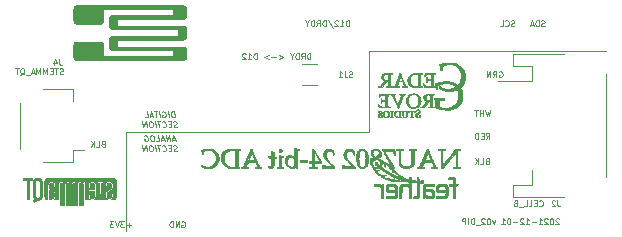
<source format=gbr>
%TF.GenerationSoftware,KiCad,Pcbnew,(5.1.6-0-10_14)*%
%TF.CreationDate,2021-12-01T19:00:34-08:00*%
%TF.ProjectId,NAU7802_Dual_24-bit_ADC_DIP,4e415537-3830-4325-9f44-75616c5f3234,v02_DIP*%
%TF.SameCoordinates,Original*%
%TF.FileFunction,Legend,Bot*%
%TF.FilePolarity,Positive*%
%FSLAX46Y46*%
G04 Gerber Fmt 4.6, Leading zero omitted, Abs format (unit mm)*
G04 Created by KiCad (PCBNEW (5.1.6-0-10_14)) date 2021-12-01 19:00:34*
%MOMM*%
%LPD*%
G01*
G04 APERTURE LIST*
%ADD10C,0.120000*%
%ADD11C,0.100000*%
%ADD12C,0.010000*%
G04 APERTURE END LIST*
D10*
X137922000Y-102108000D02*
X158496000Y-102108000D01*
D11*
X135918347Y-103113685D02*
X135846919Y-103137495D01*
X135823109Y-103161304D01*
X135799300Y-103208923D01*
X135799300Y-103280352D01*
X135823109Y-103327971D01*
X135846919Y-103351780D01*
X135894538Y-103375590D01*
X136085014Y-103375590D01*
X136085014Y-102875590D01*
X135918347Y-102875590D01*
X135870728Y-102899400D01*
X135846919Y-102923209D01*
X135823109Y-102970828D01*
X135823109Y-103018447D01*
X135846919Y-103066066D01*
X135870728Y-103089876D01*
X135918347Y-103113685D01*
X136085014Y-103113685D01*
X135346919Y-103375590D02*
X135585014Y-103375590D01*
X135585014Y-102875590D01*
X135180252Y-103375590D02*
X135180252Y-102875590D01*
X134894538Y-103375590D02*
X135108823Y-103089876D01*
X134894538Y-102875590D02*
X135180252Y-103161304D01*
X168728761Y-100310190D02*
X168609714Y-100810190D01*
X168514476Y-100453047D01*
X168419238Y-100810190D01*
X168300190Y-100310190D01*
X168109714Y-100810190D02*
X168109714Y-100310190D01*
X168109714Y-100548285D02*
X167824000Y-100548285D01*
X167824000Y-100810190D02*
X167824000Y-100310190D01*
X167657333Y-100310190D02*
X167371619Y-100310190D01*
X167514476Y-100810190D02*
X167514476Y-100310190D01*
X168443047Y-104612285D02*
X168371619Y-104636095D01*
X168347809Y-104659904D01*
X168324000Y-104707523D01*
X168324000Y-104778952D01*
X168347809Y-104826571D01*
X168371619Y-104850380D01*
X168419238Y-104874190D01*
X168609714Y-104874190D01*
X168609714Y-104374190D01*
X168443047Y-104374190D01*
X168395428Y-104398000D01*
X168371619Y-104421809D01*
X168347809Y-104469428D01*
X168347809Y-104517047D01*
X168371619Y-104564666D01*
X168395428Y-104588476D01*
X168443047Y-104612285D01*
X168609714Y-104612285D01*
X167871619Y-104874190D02*
X168109714Y-104874190D01*
X168109714Y-104374190D01*
X167704952Y-104874190D02*
X167704952Y-104374190D01*
X167419238Y-104874190D02*
X167633523Y-104588476D01*
X167419238Y-104374190D02*
X167704952Y-104659904D01*
X168371619Y-102715190D02*
X168538285Y-102477095D01*
X168657333Y-102715190D02*
X168657333Y-102215190D01*
X168466857Y-102215190D01*
X168419238Y-102239000D01*
X168395428Y-102262809D01*
X168371619Y-102310428D01*
X168371619Y-102381857D01*
X168395428Y-102429476D01*
X168419238Y-102453285D01*
X168466857Y-102477095D01*
X168657333Y-102477095D01*
X168157333Y-102453285D02*
X167990666Y-102453285D01*
X167919238Y-102715190D02*
X168157333Y-102715190D01*
X168157333Y-102215190D01*
X167919238Y-102215190D01*
X167704952Y-102715190D02*
X167704952Y-102215190D01*
X167585904Y-102215190D01*
X167514476Y-102239000D01*
X167466857Y-102286619D01*
X167443047Y-102334238D01*
X167419238Y-102429476D01*
X167419238Y-102500904D01*
X167443047Y-102596142D01*
X167466857Y-102643761D01*
X167514476Y-102691380D01*
X167585904Y-102715190D01*
X167704952Y-102715190D01*
X169482857Y-97032000D02*
X169530476Y-97008190D01*
X169601904Y-97008190D01*
X169673333Y-97032000D01*
X169720952Y-97079619D01*
X169744761Y-97127238D01*
X169768571Y-97222476D01*
X169768571Y-97293904D01*
X169744761Y-97389142D01*
X169720952Y-97436761D01*
X169673333Y-97484380D01*
X169601904Y-97508190D01*
X169554285Y-97508190D01*
X169482857Y-97484380D01*
X169459047Y-97460571D01*
X169459047Y-97293904D01*
X169554285Y-97293904D01*
X168959047Y-97508190D02*
X169125714Y-97270095D01*
X169244761Y-97508190D02*
X169244761Y-97008190D01*
X169054285Y-97008190D01*
X169006666Y-97032000D01*
X168982857Y-97055809D01*
X168959047Y-97103428D01*
X168959047Y-97174857D01*
X168982857Y-97222476D01*
X169006666Y-97246285D01*
X169054285Y-97270095D01*
X169244761Y-97270095D01*
X168744761Y-97508190D02*
X168744761Y-97008190D01*
X168459047Y-97508190D01*
X168459047Y-97008190D01*
X156773333Y-93190190D02*
X156773333Y-92690190D01*
X156654285Y-92690190D01*
X156582857Y-92714000D01*
X156535238Y-92761619D01*
X156511428Y-92809238D01*
X156487619Y-92904476D01*
X156487619Y-92975904D01*
X156511428Y-93071142D01*
X156535238Y-93118761D01*
X156582857Y-93166380D01*
X156654285Y-93190190D01*
X156773333Y-93190190D01*
X156011428Y-93190190D02*
X156297142Y-93190190D01*
X156154285Y-93190190D02*
X156154285Y-92690190D01*
X156201904Y-92761619D01*
X156249523Y-92809238D01*
X156297142Y-92833047D01*
X155820952Y-92737809D02*
X155797142Y-92714000D01*
X155749523Y-92690190D01*
X155630476Y-92690190D01*
X155582857Y-92714000D01*
X155559047Y-92737809D01*
X155535238Y-92785428D01*
X155535238Y-92833047D01*
X155559047Y-92904476D01*
X155844761Y-93190190D01*
X155535238Y-93190190D01*
X154963809Y-92666380D02*
X155392380Y-93309238D01*
X154797142Y-93190190D02*
X154797142Y-92690190D01*
X154678095Y-92690190D01*
X154606666Y-92714000D01*
X154559047Y-92761619D01*
X154535238Y-92809238D01*
X154511428Y-92904476D01*
X154511428Y-92975904D01*
X154535238Y-93071142D01*
X154559047Y-93118761D01*
X154606666Y-93166380D01*
X154678095Y-93190190D01*
X154797142Y-93190190D01*
X154011428Y-93190190D02*
X154178095Y-92952095D01*
X154297142Y-93190190D02*
X154297142Y-92690190D01*
X154106666Y-92690190D01*
X154059047Y-92714000D01*
X154035238Y-92737809D01*
X154011428Y-92785428D01*
X154011428Y-92856857D01*
X154035238Y-92904476D01*
X154059047Y-92928285D01*
X154106666Y-92952095D01*
X154297142Y-92952095D01*
X153797142Y-93190190D02*
X153797142Y-92690190D01*
X153678095Y-92690190D01*
X153606666Y-92714000D01*
X153559047Y-92761619D01*
X153535238Y-92809238D01*
X153511428Y-92904476D01*
X153511428Y-92975904D01*
X153535238Y-93071142D01*
X153559047Y-93118761D01*
X153606666Y-93166380D01*
X153678095Y-93190190D01*
X153797142Y-93190190D01*
X153201904Y-92952095D02*
X153201904Y-93190190D01*
X153368571Y-92690190D02*
X153201904Y-92952095D01*
X153035238Y-92690190D01*
X142604761Y-109732000D02*
X142652380Y-109708190D01*
X142723809Y-109708190D01*
X142795238Y-109732000D01*
X142842857Y-109779619D01*
X142866666Y-109827238D01*
X142890476Y-109922476D01*
X142890476Y-109993904D01*
X142866666Y-110089142D01*
X142842857Y-110136761D01*
X142795238Y-110184380D01*
X142723809Y-110208190D01*
X142676190Y-110208190D01*
X142604761Y-110184380D01*
X142580952Y-110160571D01*
X142580952Y-109993904D01*
X142676190Y-109993904D01*
X142366666Y-110208190D02*
X142366666Y-109708190D01*
X142080952Y-110208190D01*
X142080952Y-109708190D01*
X141842857Y-110208190D02*
X141842857Y-109708190D01*
X141723809Y-109708190D01*
X141652380Y-109732000D01*
X141604761Y-109779619D01*
X141580952Y-109827238D01*
X141557142Y-109922476D01*
X141557142Y-109993904D01*
X141580952Y-110089142D01*
X141604761Y-110136761D01*
X141652380Y-110184380D01*
X141723809Y-110208190D01*
X141842857Y-110208190D01*
X138295238Y-110017714D02*
X137914285Y-110017714D01*
X138104761Y-110208190D02*
X138104761Y-109827238D01*
X137723809Y-109708190D02*
X137414285Y-109708190D01*
X137580952Y-109898666D01*
X137509523Y-109898666D01*
X137461904Y-109922476D01*
X137438095Y-109946285D01*
X137414285Y-109993904D01*
X137414285Y-110112952D01*
X137438095Y-110160571D01*
X137461904Y-110184380D01*
X137509523Y-110208190D01*
X137652380Y-110208190D01*
X137700000Y-110184380D01*
X137723809Y-110160571D01*
X137271428Y-109708190D02*
X137104761Y-110208190D01*
X136938095Y-109708190D01*
X136819047Y-109708190D02*
X136509523Y-109708190D01*
X136676190Y-109898666D01*
X136604761Y-109898666D01*
X136557142Y-109922476D01*
X136533333Y-109946285D01*
X136509523Y-109993904D01*
X136509523Y-110112952D01*
X136533333Y-110160571D01*
X136557142Y-110184380D01*
X136604761Y-110208190D01*
X136747619Y-110208190D01*
X136795238Y-110184380D01*
X136819047Y-110160571D01*
X173319047Y-93166380D02*
X173247619Y-93190190D01*
X173128571Y-93190190D01*
X173080952Y-93166380D01*
X173057142Y-93142571D01*
X173033333Y-93094952D01*
X173033333Y-93047333D01*
X173057142Y-92999714D01*
X173080952Y-92975904D01*
X173128571Y-92952095D01*
X173223809Y-92928285D01*
X173271428Y-92904476D01*
X173295238Y-92880666D01*
X173319047Y-92833047D01*
X173319047Y-92785428D01*
X173295238Y-92737809D01*
X173271428Y-92714000D01*
X173223809Y-92690190D01*
X173104761Y-92690190D01*
X173033333Y-92714000D01*
X172819047Y-93190190D02*
X172819047Y-92690190D01*
X172700000Y-92690190D01*
X172628571Y-92714000D01*
X172580952Y-92761619D01*
X172557142Y-92809238D01*
X172533333Y-92904476D01*
X172533333Y-92975904D01*
X172557142Y-93071142D01*
X172580952Y-93118761D01*
X172628571Y-93166380D01*
X172700000Y-93190190D01*
X172819047Y-93190190D01*
X172342857Y-93047333D02*
X172104761Y-93047333D01*
X172390476Y-93190190D02*
X172223809Y-92690190D01*
X172057142Y-93190190D01*
X170771428Y-93166380D02*
X170700000Y-93190190D01*
X170580952Y-93190190D01*
X170533333Y-93166380D01*
X170509523Y-93142571D01*
X170485714Y-93094952D01*
X170485714Y-93047333D01*
X170509523Y-92999714D01*
X170533333Y-92975904D01*
X170580952Y-92952095D01*
X170676190Y-92928285D01*
X170723809Y-92904476D01*
X170747619Y-92880666D01*
X170771428Y-92833047D01*
X170771428Y-92785428D01*
X170747619Y-92737809D01*
X170723809Y-92714000D01*
X170676190Y-92690190D01*
X170557142Y-92690190D01*
X170485714Y-92714000D01*
X169985714Y-93142571D02*
X170009523Y-93166380D01*
X170080952Y-93190190D01*
X170128571Y-93190190D01*
X170200000Y-93166380D01*
X170247619Y-93118761D01*
X170271428Y-93071142D01*
X170295238Y-92975904D01*
X170295238Y-92904476D01*
X170271428Y-92809238D01*
X170247619Y-92761619D01*
X170200000Y-92714000D01*
X170128571Y-92690190D01*
X170080952Y-92690190D01*
X170009523Y-92714000D01*
X169985714Y-92737809D01*
X169533333Y-93190190D02*
X169771428Y-93190190D01*
X169771428Y-92690190D01*
X141994214Y-100893190D02*
X141931714Y-100393190D01*
X141812666Y-100393190D01*
X141744214Y-100417000D01*
X141702547Y-100464619D01*
X141684690Y-100512238D01*
X141672785Y-100607476D01*
X141681714Y-100678904D01*
X141717428Y-100774142D01*
X141747190Y-100821761D01*
X141800761Y-100869380D01*
X141875166Y-100893190D01*
X141994214Y-100893190D01*
X141494214Y-100893190D02*
X141431714Y-100393190D01*
X140934690Y-100417000D02*
X140979333Y-100393190D01*
X141050761Y-100393190D01*
X141125166Y-100417000D01*
X141178738Y-100464619D01*
X141208500Y-100512238D01*
X141244214Y-100607476D01*
X141253142Y-100678904D01*
X141241238Y-100774142D01*
X141223380Y-100821761D01*
X141181714Y-100869380D01*
X141113261Y-100893190D01*
X141065642Y-100893190D01*
X140991238Y-100869380D01*
X140964452Y-100845571D01*
X140943619Y-100678904D01*
X141038857Y-100678904D01*
X140756119Y-100893190D02*
X140693619Y-100393190D01*
X140526952Y-100393190D02*
X140241238Y-100393190D01*
X140446595Y-100893190D02*
X140384095Y-100393190D01*
X140143023Y-100750333D02*
X139904928Y-100750333D01*
X140208500Y-100893190D02*
X139979333Y-100393190D01*
X139875166Y-100893190D01*
X139470404Y-100893190D02*
X139708500Y-100893190D01*
X139646000Y-100393190D01*
X142217428Y-101719380D02*
X142148976Y-101743190D01*
X142029928Y-101743190D01*
X141979333Y-101719380D01*
X141952547Y-101695571D01*
X141922785Y-101647952D01*
X141916833Y-101600333D01*
X141934690Y-101552714D01*
X141955523Y-101528904D01*
X142000166Y-101505095D01*
X142092428Y-101481285D01*
X142137071Y-101457476D01*
X142157904Y-101433666D01*
X142175761Y-101386047D01*
X142169809Y-101338428D01*
X142140047Y-101290809D01*
X142113261Y-101267000D01*
X142062666Y-101243190D01*
X141943619Y-101243190D01*
X141875166Y-101267000D01*
X141687666Y-101481285D02*
X141521000Y-101481285D01*
X141482309Y-101743190D02*
X141720404Y-101743190D01*
X141657904Y-101243190D01*
X141419809Y-101243190D01*
X140976357Y-101695571D02*
X141003142Y-101719380D01*
X141077547Y-101743190D01*
X141125166Y-101743190D01*
X141193619Y-101719380D01*
X141235285Y-101671761D01*
X141253142Y-101624142D01*
X141265047Y-101528904D01*
X141256119Y-101457476D01*
X141220404Y-101362238D01*
X141190642Y-101314619D01*
X141137071Y-101267000D01*
X141062666Y-101243190D01*
X141015047Y-101243190D01*
X140946595Y-101267000D01*
X140925761Y-101290809D01*
X140776952Y-101243190D02*
X140491238Y-101243190D01*
X140696595Y-101743190D02*
X140634095Y-101243190D01*
X140387071Y-101743190D02*
X140324571Y-101243190D01*
X139991238Y-101243190D02*
X139896000Y-101243190D01*
X139851357Y-101267000D01*
X139809690Y-101314619D01*
X139797785Y-101409857D01*
X139818619Y-101576523D01*
X139854333Y-101671761D01*
X139907904Y-101719380D01*
X139958500Y-101743190D01*
X140053738Y-101743190D01*
X140098380Y-101719380D01*
X140140047Y-101671761D01*
X140151952Y-101576523D01*
X140131119Y-101409857D01*
X140095404Y-101314619D01*
X140041833Y-101267000D01*
X139991238Y-101243190D01*
X139625166Y-101743190D02*
X139562666Y-101243190D01*
X139339452Y-101743190D01*
X139276952Y-101243190D01*
X142059690Y-102782333D02*
X141821595Y-102782333D01*
X142125166Y-102925190D02*
X141896000Y-102425190D01*
X141791833Y-102925190D01*
X141625166Y-102925190D02*
X141562666Y-102425190D01*
X141339452Y-102925190D01*
X141276952Y-102425190D01*
X141107309Y-102782333D02*
X140869214Y-102782333D01*
X141172785Y-102925190D02*
X140943619Y-102425190D01*
X140839452Y-102925190D01*
X140434690Y-102925190D02*
X140672785Y-102925190D01*
X140610285Y-102425190D01*
X140110285Y-102425190D02*
X140015047Y-102425190D01*
X139970404Y-102449000D01*
X139928738Y-102496619D01*
X139916833Y-102591857D01*
X139937666Y-102758523D01*
X139973380Y-102853761D01*
X140026952Y-102901380D01*
X140077547Y-102925190D01*
X140172785Y-102925190D01*
X140217428Y-102901380D01*
X140259095Y-102853761D01*
X140271000Y-102758523D01*
X140250166Y-102591857D01*
X140214452Y-102496619D01*
X140160880Y-102449000D01*
X140110285Y-102425190D01*
X139422785Y-102449000D02*
X139467428Y-102425190D01*
X139538857Y-102425190D01*
X139613261Y-102449000D01*
X139666833Y-102496619D01*
X139696595Y-102544238D01*
X139732309Y-102639476D01*
X139741238Y-102710904D01*
X139729333Y-102806142D01*
X139711476Y-102853761D01*
X139669809Y-102901380D01*
X139601357Y-102925190D01*
X139553738Y-102925190D01*
X139479333Y-102901380D01*
X139452547Y-102877571D01*
X139431714Y-102710904D01*
X139526952Y-102710904D01*
X142217428Y-103751380D02*
X142148976Y-103775190D01*
X142029928Y-103775190D01*
X141979333Y-103751380D01*
X141952547Y-103727571D01*
X141922785Y-103679952D01*
X141916833Y-103632333D01*
X141934690Y-103584714D01*
X141955523Y-103560904D01*
X142000166Y-103537095D01*
X142092428Y-103513285D01*
X142137071Y-103489476D01*
X142157904Y-103465666D01*
X142175761Y-103418047D01*
X142169809Y-103370428D01*
X142140047Y-103322809D01*
X142113261Y-103299000D01*
X142062666Y-103275190D01*
X141943619Y-103275190D01*
X141875166Y-103299000D01*
X141687666Y-103513285D02*
X141521000Y-103513285D01*
X141482309Y-103775190D02*
X141720404Y-103775190D01*
X141657904Y-103275190D01*
X141419809Y-103275190D01*
X140976357Y-103727571D02*
X141003142Y-103751380D01*
X141077547Y-103775190D01*
X141125166Y-103775190D01*
X141193619Y-103751380D01*
X141235285Y-103703761D01*
X141253142Y-103656142D01*
X141265047Y-103560904D01*
X141256119Y-103489476D01*
X141220404Y-103394238D01*
X141190642Y-103346619D01*
X141137071Y-103299000D01*
X141062666Y-103275190D01*
X141015047Y-103275190D01*
X140946595Y-103299000D01*
X140925761Y-103322809D01*
X140776952Y-103275190D02*
X140491238Y-103275190D01*
X140696595Y-103775190D02*
X140634095Y-103275190D01*
X140387071Y-103775190D02*
X140324571Y-103275190D01*
X139991238Y-103275190D02*
X139896000Y-103275190D01*
X139851357Y-103299000D01*
X139809690Y-103346619D01*
X139797785Y-103441857D01*
X139818619Y-103608523D01*
X139854333Y-103703761D01*
X139907904Y-103751380D01*
X139958500Y-103775190D01*
X140053738Y-103775190D01*
X140098380Y-103751380D01*
X140140047Y-103703761D01*
X140151952Y-103608523D01*
X140131119Y-103441857D01*
X140095404Y-103346619D01*
X140041833Y-103299000D01*
X139991238Y-103275190D01*
X139625166Y-103775190D02*
X139562666Y-103275190D01*
X139339452Y-103775190D01*
X139276952Y-103275190D01*
D10*
X158496000Y-95250000D02*
X178562000Y-95250000D01*
X158496000Y-102108000D02*
X158496000Y-95250000D01*
X137922000Y-110490000D02*
X137922000Y-102108000D01*
D11*
X174529238Y-109501809D02*
X174505428Y-109478000D01*
X174457809Y-109454190D01*
X174338761Y-109454190D01*
X174291142Y-109478000D01*
X174267333Y-109501809D01*
X174243523Y-109549428D01*
X174243523Y-109597047D01*
X174267333Y-109668476D01*
X174553047Y-109954190D01*
X174243523Y-109954190D01*
X173934000Y-109454190D02*
X173886380Y-109454190D01*
X173838761Y-109478000D01*
X173814952Y-109501809D01*
X173791142Y-109549428D01*
X173767333Y-109644666D01*
X173767333Y-109763714D01*
X173791142Y-109858952D01*
X173814952Y-109906571D01*
X173838761Y-109930380D01*
X173886380Y-109954190D01*
X173934000Y-109954190D01*
X173981619Y-109930380D01*
X174005428Y-109906571D01*
X174029238Y-109858952D01*
X174053047Y-109763714D01*
X174053047Y-109644666D01*
X174029238Y-109549428D01*
X174005428Y-109501809D01*
X173981619Y-109478000D01*
X173934000Y-109454190D01*
X173576857Y-109501809D02*
X173553047Y-109478000D01*
X173505428Y-109454190D01*
X173386380Y-109454190D01*
X173338761Y-109478000D01*
X173314952Y-109501809D01*
X173291142Y-109549428D01*
X173291142Y-109597047D01*
X173314952Y-109668476D01*
X173600666Y-109954190D01*
X173291142Y-109954190D01*
X172814952Y-109954190D02*
X173100666Y-109954190D01*
X172957809Y-109954190D02*
X172957809Y-109454190D01*
X173005428Y-109525619D01*
X173053047Y-109573238D01*
X173100666Y-109597047D01*
X172600666Y-109763714D02*
X172219714Y-109763714D01*
X171719714Y-109954190D02*
X172005428Y-109954190D01*
X171862571Y-109954190D02*
X171862571Y-109454190D01*
X171910190Y-109525619D01*
X171957809Y-109573238D01*
X172005428Y-109597047D01*
X171529238Y-109501809D02*
X171505428Y-109478000D01*
X171457809Y-109454190D01*
X171338761Y-109454190D01*
X171291142Y-109478000D01*
X171267333Y-109501809D01*
X171243523Y-109549428D01*
X171243523Y-109597047D01*
X171267333Y-109668476D01*
X171553047Y-109954190D01*
X171243523Y-109954190D01*
X171029238Y-109763714D02*
X170648285Y-109763714D01*
X170314952Y-109454190D02*
X170267333Y-109454190D01*
X170219714Y-109478000D01*
X170195904Y-109501809D01*
X170172095Y-109549428D01*
X170148285Y-109644666D01*
X170148285Y-109763714D01*
X170172095Y-109858952D01*
X170195904Y-109906571D01*
X170219714Y-109930380D01*
X170267333Y-109954190D01*
X170314952Y-109954190D01*
X170362571Y-109930380D01*
X170386380Y-109906571D01*
X170410190Y-109858952D01*
X170434000Y-109763714D01*
X170434000Y-109644666D01*
X170410190Y-109549428D01*
X170386380Y-109501809D01*
X170362571Y-109478000D01*
X170314952Y-109454190D01*
X169672095Y-109954190D02*
X169957809Y-109954190D01*
X169814952Y-109954190D02*
X169814952Y-109454190D01*
X169862571Y-109525619D01*
X169910190Y-109573238D01*
X169957809Y-109597047D01*
X169124476Y-109620857D02*
X169005428Y-109954190D01*
X168886380Y-109620857D01*
X168600666Y-109454190D02*
X168553047Y-109454190D01*
X168505428Y-109478000D01*
X168481619Y-109501809D01*
X168457809Y-109549428D01*
X168434000Y-109644666D01*
X168434000Y-109763714D01*
X168457809Y-109858952D01*
X168481619Y-109906571D01*
X168505428Y-109930380D01*
X168553047Y-109954190D01*
X168600666Y-109954190D01*
X168648285Y-109930380D01*
X168672095Y-109906571D01*
X168695904Y-109858952D01*
X168719714Y-109763714D01*
X168719714Y-109644666D01*
X168695904Y-109549428D01*
X168672095Y-109501809D01*
X168648285Y-109478000D01*
X168600666Y-109454190D01*
X168243523Y-109501809D02*
X168219714Y-109478000D01*
X168172095Y-109454190D01*
X168053047Y-109454190D01*
X168005428Y-109478000D01*
X167981619Y-109501809D01*
X167957809Y-109549428D01*
X167957809Y-109597047D01*
X167981619Y-109668476D01*
X168267333Y-109954190D01*
X167957809Y-109954190D01*
X167862571Y-110001809D02*
X167481619Y-110001809D01*
X167362571Y-109954190D02*
X167362571Y-109454190D01*
X167243523Y-109454190D01*
X167172095Y-109478000D01*
X167124476Y-109525619D01*
X167100666Y-109573238D01*
X167076857Y-109668476D01*
X167076857Y-109739904D01*
X167100666Y-109835142D01*
X167124476Y-109882761D01*
X167172095Y-109930380D01*
X167243523Y-109954190D01*
X167362571Y-109954190D01*
X166862571Y-109954190D02*
X166862571Y-109454190D01*
X166624476Y-109954190D02*
X166624476Y-109454190D01*
X166434000Y-109454190D01*
X166386380Y-109478000D01*
X166362571Y-109501809D01*
X166338761Y-109549428D01*
X166338761Y-109620857D01*
X166362571Y-109668476D01*
X166386380Y-109692285D01*
X166434000Y-109716095D01*
X166624476Y-109716095D01*
D12*
%TO.C,G\u002A\u002A\u002A*%
G36*
X136501980Y-96044845D02*
G01*
X136724449Y-96044824D01*
X136956037Y-96044791D01*
X137196825Y-96044747D01*
X137446891Y-96044691D01*
X137706314Y-96044625D01*
X137975176Y-96044547D01*
X138211943Y-96044471D01*
X138462569Y-96044388D01*
X138703791Y-96044306D01*
X138935789Y-96044225D01*
X139158744Y-96044145D01*
X139372835Y-96044066D01*
X139578244Y-96043986D01*
X139775151Y-96043906D01*
X139963736Y-96043825D01*
X140144179Y-96043744D01*
X140316662Y-96043660D01*
X140481365Y-96043575D01*
X140638467Y-96043488D01*
X140788151Y-96043398D01*
X140930595Y-96043305D01*
X141065981Y-96043208D01*
X141194489Y-96043108D01*
X141316299Y-96043003D01*
X141431593Y-96042894D01*
X141540549Y-96042780D01*
X141643349Y-96042661D01*
X141740174Y-96042535D01*
X141831204Y-96042404D01*
X141916618Y-96042266D01*
X141996598Y-96042122D01*
X142071325Y-96041970D01*
X142140977Y-96041810D01*
X142205737Y-96041643D01*
X142265785Y-96041467D01*
X142321300Y-96041282D01*
X142372464Y-96041088D01*
X142419456Y-96040885D01*
X142462458Y-96040671D01*
X142501650Y-96040447D01*
X142537212Y-96040213D01*
X142569324Y-96039967D01*
X142598168Y-96039710D01*
X142623924Y-96039441D01*
X142646771Y-96039160D01*
X142666891Y-96038866D01*
X142684464Y-96038560D01*
X142699670Y-96038239D01*
X142712690Y-96037905D01*
X142723705Y-96037557D01*
X142732895Y-96037195D01*
X142740439Y-96036817D01*
X142746520Y-96036424D01*
X142751317Y-96036015D01*
X142755010Y-96035591D01*
X142757780Y-96035150D01*
X142759362Y-96034807D01*
X142807048Y-96018522D01*
X142851891Y-95994573D01*
X142892400Y-95964129D01*
X142927085Y-95928358D01*
X142954456Y-95888430D01*
X142960361Y-95877165D01*
X142967089Y-95863321D01*
X142972877Y-95850665D01*
X142977797Y-95838383D01*
X142981918Y-95825658D01*
X142985312Y-95811677D01*
X142988050Y-95795624D01*
X142990201Y-95776684D01*
X142991836Y-95754042D01*
X142993027Y-95726884D01*
X142993843Y-95694394D01*
X142994355Y-95655757D01*
X142994635Y-95610158D01*
X142994752Y-95556783D01*
X142994777Y-95494816D01*
X142994777Y-95480038D01*
X142994754Y-95419011D01*
X142994669Y-95366773D01*
X142994504Y-95322529D01*
X142994238Y-95285482D01*
X142993851Y-95254838D01*
X142993323Y-95229799D01*
X142992633Y-95209571D01*
X142991762Y-95193358D01*
X142990689Y-95180364D01*
X142989394Y-95169793D01*
X142987858Y-95160850D01*
X142986550Y-95154798D01*
X142969885Y-95103650D01*
X142945106Y-95057139D01*
X142912791Y-95015863D01*
X142873520Y-94980419D01*
X142827869Y-94951405D01*
X142776419Y-94929417D01*
X142764773Y-94925700D01*
X142762506Y-94925094D01*
X142759675Y-94924516D01*
X142756050Y-94923967D01*
X142751398Y-94923444D01*
X142745491Y-94922947D01*
X142738097Y-94922476D01*
X142728985Y-94922029D01*
X142717926Y-94921606D01*
X142704688Y-94921206D01*
X142689041Y-94920828D01*
X142670754Y-94920472D01*
X142649597Y-94920136D01*
X142625339Y-94919820D01*
X142597749Y-94919522D01*
X142566597Y-94919243D01*
X142531651Y-94918981D01*
X142492683Y-94918735D01*
X142449460Y-94918505D01*
X142401753Y-94918290D01*
X142349330Y-94918089D01*
X142291961Y-94917901D01*
X142229415Y-94917725D01*
X142161463Y-94917562D01*
X142087872Y-94917409D01*
X142008413Y-94917266D01*
X141922855Y-94917132D01*
X141830967Y-94917006D01*
X141732519Y-94916888D01*
X141627280Y-94916777D01*
X141515020Y-94916672D01*
X141395507Y-94916572D01*
X141268511Y-94916476D01*
X141133802Y-94916383D01*
X140991149Y-94916294D01*
X140840321Y-94916206D01*
X140681088Y-94916119D01*
X140513219Y-94916033D01*
X140336484Y-94915946D01*
X140150651Y-94915858D01*
X139955491Y-94915767D01*
X139932434Y-94915757D01*
X137128849Y-94914472D01*
X137128849Y-94325057D01*
X139916329Y-94325057D01*
X140113275Y-94325055D01*
X140300863Y-94325049D01*
X140479324Y-94325039D01*
X140648883Y-94325024D01*
X140809769Y-94325003D01*
X140962210Y-94324975D01*
X141106435Y-94324941D01*
X141242671Y-94324899D01*
X141371146Y-94324849D01*
X141492088Y-94324791D01*
X141605725Y-94324723D01*
X141712286Y-94324645D01*
X141811997Y-94324557D01*
X141905088Y-94324457D01*
X141991786Y-94324346D01*
X142072319Y-94324222D01*
X142146916Y-94324086D01*
X142215804Y-94323935D01*
X142279210Y-94323771D01*
X142337365Y-94323592D01*
X142390494Y-94323398D01*
X142438827Y-94323188D01*
X142482591Y-94322961D01*
X142522014Y-94322717D01*
X142557325Y-94322455D01*
X142588751Y-94322175D01*
X142616520Y-94321877D01*
X142640861Y-94321558D01*
X142662001Y-94321219D01*
X142680168Y-94320860D01*
X142695590Y-94320479D01*
X142708496Y-94320077D01*
X142719113Y-94319652D01*
X142727670Y-94319203D01*
X142734394Y-94318731D01*
X142739514Y-94318235D01*
X142743256Y-94317713D01*
X142743876Y-94317603D01*
X142794643Y-94303425D01*
X142841716Y-94280914D01*
X142884183Y-94250910D01*
X142921129Y-94214253D01*
X142951641Y-94171783D01*
X142974804Y-94124340D01*
X142983940Y-94096930D01*
X142986022Y-94089381D01*
X142987813Y-94082088D01*
X142989337Y-94074307D01*
X142990613Y-94065288D01*
X142991665Y-94054287D01*
X142992514Y-94040554D01*
X142993182Y-94023345D01*
X142993690Y-94001910D01*
X142994060Y-93975505D01*
X142994315Y-93943381D01*
X142994475Y-93904792D01*
X142994563Y-93858990D01*
X142994600Y-93805229D01*
X142994608Y-93742762D01*
X142994608Y-93730793D01*
X142994603Y-93666713D01*
X142994572Y-93611472D01*
X142994495Y-93564322D01*
X142994349Y-93524515D01*
X142994113Y-93491306D01*
X142993765Y-93463947D01*
X142993282Y-93441691D01*
X142992644Y-93423791D01*
X142991829Y-93409500D01*
X142990815Y-93398071D01*
X142989579Y-93388757D01*
X142988101Y-93380812D01*
X142986358Y-93373487D01*
X142984329Y-93366037D01*
X142983940Y-93364655D01*
X142965298Y-93315352D01*
X142938710Y-93270003D01*
X142905170Y-93229814D01*
X142865674Y-93195992D01*
X142824679Y-93171412D01*
X142820075Y-93168980D01*
X142816267Y-93166662D01*
X142813025Y-93164457D01*
X142810120Y-93162361D01*
X142807322Y-93160371D01*
X142804400Y-93158486D01*
X142801125Y-93156701D01*
X142797267Y-93155015D01*
X142792596Y-93153424D01*
X142786882Y-93151926D01*
X142779895Y-93150518D01*
X142771405Y-93149197D01*
X142761182Y-93147961D01*
X142748997Y-93146807D01*
X142734618Y-93145731D01*
X142717818Y-93144732D01*
X142698365Y-93143806D01*
X142676029Y-93142951D01*
X142650582Y-93142164D01*
X142621792Y-93141442D01*
X142589430Y-93140783D01*
X142553266Y-93140183D01*
X142513069Y-93139641D01*
X142468611Y-93139152D01*
X142419662Y-93138715D01*
X142365990Y-93138326D01*
X142307367Y-93137984D01*
X142243562Y-93137684D01*
X142174346Y-93137425D01*
X142099488Y-93137204D01*
X142018759Y-93137017D01*
X141931929Y-93136863D01*
X141838768Y-93136738D01*
X141739045Y-93136639D01*
X141632532Y-93136565D01*
X141518997Y-93136511D01*
X141398212Y-93136476D01*
X141269946Y-93136456D01*
X141133969Y-93136449D01*
X140990052Y-93136453D01*
X140837964Y-93136463D01*
X140677475Y-93136478D01*
X140508356Y-93136495D01*
X140330377Y-93136511D01*
X140143308Y-93136523D01*
X139946919Y-93136529D01*
X137128849Y-93136529D01*
X137128849Y-92551850D01*
X139914040Y-92551850D01*
X140110930Y-92551852D01*
X140298467Y-92551858D01*
X140476882Y-92551865D01*
X140646407Y-92551871D01*
X140807274Y-92551874D01*
X140959715Y-92551873D01*
X141103960Y-92551865D01*
X141240242Y-92551848D01*
X141368792Y-92551820D01*
X141489843Y-92551779D01*
X141603624Y-92551723D01*
X141710370Y-92551650D01*
X141810310Y-92551557D01*
X141903677Y-92551444D01*
X141990702Y-92551307D01*
X142071617Y-92551145D01*
X142146654Y-92550956D01*
X142216044Y-92550738D01*
X142280019Y-92550488D01*
X142338810Y-92550204D01*
X142392649Y-92549885D01*
X142441769Y-92549529D01*
X142486400Y-92549133D01*
X142526774Y-92548695D01*
X142563123Y-92548214D01*
X142595678Y-92547687D01*
X142624672Y-92547113D01*
X142650335Y-92546488D01*
X142672900Y-92545812D01*
X142692598Y-92545082D01*
X142709661Y-92544296D01*
X142724320Y-92543451D01*
X142736807Y-92542547D01*
X142747354Y-92541581D01*
X142756192Y-92540551D01*
X142763554Y-92539455D01*
X142769670Y-92538290D01*
X142774772Y-92537055D01*
X142779093Y-92535748D01*
X142782863Y-92534367D01*
X142786314Y-92532909D01*
X142789678Y-92531373D01*
X142793187Y-92529756D01*
X142797073Y-92528057D01*
X142801308Y-92526370D01*
X142849145Y-92503492D01*
X142890744Y-92473508D01*
X142925794Y-92436845D01*
X142953984Y-92393932D01*
X142975003Y-92345194D01*
X142988540Y-92291059D01*
X142992187Y-92264279D01*
X142993387Y-92247179D01*
X142994419Y-92221755D01*
X142995282Y-92189266D01*
X142995975Y-92150970D01*
X142996501Y-92108128D01*
X142996857Y-92061998D01*
X142997044Y-92013839D01*
X142997063Y-91964910D01*
X142996913Y-91916471D01*
X142996594Y-91869780D01*
X142996107Y-91826098D01*
X142995451Y-91786682D01*
X142994625Y-91752792D01*
X142993632Y-91725687D01*
X142992469Y-91706627D01*
X142992187Y-91703608D01*
X142982090Y-91646396D01*
X142964319Y-91594782D01*
X142939214Y-91549107D01*
X142907116Y-91509709D01*
X142868365Y-91476931D01*
X142823301Y-91451111D01*
X142772266Y-91432592D01*
X142715599Y-91421712D01*
X142709637Y-91421058D01*
X142702445Y-91420810D01*
X142685935Y-91420569D01*
X142660365Y-91420336D01*
X142625991Y-91420109D01*
X142583070Y-91419890D01*
X142531858Y-91419678D01*
X142472611Y-91419472D01*
X142405587Y-91419274D01*
X142331042Y-91419083D01*
X142249232Y-91418899D01*
X142160414Y-91418722D01*
X142064845Y-91418551D01*
X141962781Y-91418388D01*
X141854479Y-91418232D01*
X141740195Y-91418083D01*
X141620186Y-91417940D01*
X141494708Y-91417805D01*
X141364018Y-91417676D01*
X141228373Y-91417555D01*
X141088029Y-91417440D01*
X140943242Y-91417333D01*
X140794270Y-91417232D01*
X140641368Y-91417138D01*
X140484794Y-91417051D01*
X140324804Y-91416971D01*
X140161654Y-91416897D01*
X139995601Y-91416831D01*
X139826902Y-91416771D01*
X139655812Y-91416718D01*
X139482590Y-91416672D01*
X139307491Y-91416633D01*
X139130772Y-91416601D01*
X138952689Y-91416575D01*
X138773499Y-91416556D01*
X138593458Y-91416544D01*
X138412824Y-91416539D01*
X138231852Y-91416541D01*
X138050800Y-91416549D01*
X137869923Y-91416564D01*
X137689479Y-91416585D01*
X137509723Y-91416614D01*
X137330913Y-91416649D01*
X137153305Y-91416690D01*
X136977156Y-91416739D01*
X136802722Y-91416794D01*
X136630259Y-91416855D01*
X136460025Y-91416924D01*
X136292276Y-91416999D01*
X136127268Y-91417080D01*
X135965258Y-91417168D01*
X135806502Y-91417263D01*
X135651258Y-91417365D01*
X135499781Y-91417473D01*
X135352329Y-91417587D01*
X135209157Y-91417708D01*
X135070523Y-91417836D01*
X134936682Y-91417970D01*
X134807892Y-91418111D01*
X134684409Y-91418258D01*
X134566490Y-91418412D01*
X134454391Y-91418573D01*
X134348368Y-91418739D01*
X134248679Y-91418913D01*
X134155579Y-91419092D01*
X134069327Y-91419279D01*
X133990177Y-91419471D01*
X133918386Y-91419671D01*
X133854212Y-91419876D01*
X133797910Y-91420088D01*
X133749738Y-91420307D01*
X133709951Y-91420531D01*
X133678807Y-91420763D01*
X133656561Y-91421000D01*
X133643471Y-91421244D01*
X133639943Y-91421412D01*
X133601927Y-91430190D01*
X133563870Y-91446277D01*
X133529007Y-91468035D01*
X133504052Y-91490035D01*
X133476118Y-91526425D01*
X133455598Y-91568205D01*
X133443130Y-91613990D01*
X133441237Y-91626780D01*
X133440447Y-91638165D01*
X133439724Y-91658358D01*
X133439067Y-91686584D01*
X133438477Y-91722067D01*
X133437954Y-91764031D01*
X133437498Y-91811699D01*
X133437108Y-91864296D01*
X133436784Y-91921045D01*
X133436528Y-91981172D01*
X133436338Y-92043899D01*
X133436214Y-92108450D01*
X133436157Y-92174051D01*
X133436167Y-92239924D01*
X133436244Y-92305293D01*
X133436387Y-92369384D01*
X133436597Y-92431419D01*
X133436873Y-92490622D01*
X133437217Y-92546219D01*
X133437626Y-92597432D01*
X133438103Y-92643486D01*
X133438646Y-92683605D01*
X133439255Y-92717012D01*
X133439932Y-92742932D01*
X133440675Y-92760589D01*
X133441237Y-92767635D01*
X133451490Y-92814728D01*
X133469736Y-92857134D01*
X133495276Y-92894157D01*
X133527415Y-92925099D01*
X133565455Y-92949263D01*
X133608701Y-92965952D01*
X133647006Y-92973505D01*
X133656597Y-92974075D01*
X133675215Y-92974611D01*
X133702306Y-92975112D01*
X133737317Y-92975579D01*
X133779694Y-92976012D01*
X133828886Y-92976411D01*
X133884337Y-92976775D01*
X133945497Y-92977105D01*
X134011810Y-92977401D01*
X134082725Y-92977663D01*
X134157688Y-92977891D01*
X134236145Y-92978084D01*
X134317545Y-92978244D01*
X134401333Y-92978369D01*
X134486956Y-92978461D01*
X134573863Y-92978519D01*
X134661498Y-92978542D01*
X134749309Y-92978532D01*
X134836744Y-92978488D01*
X134923248Y-92978410D01*
X135008269Y-92978298D01*
X135091253Y-92978153D01*
X135171649Y-92977973D01*
X135248901Y-92977760D01*
X135322458Y-92977513D01*
X135391765Y-92977232D01*
X135456271Y-92976918D01*
X135515422Y-92976570D01*
X135568664Y-92976189D01*
X135615445Y-92975774D01*
X135655211Y-92975325D01*
X135687409Y-92974843D01*
X135711487Y-92974327D01*
X135726891Y-92973778D01*
X135731974Y-92973404D01*
X135779067Y-92963151D01*
X135821473Y-92944906D01*
X135858496Y-92919365D01*
X135889438Y-92887226D01*
X135913602Y-92849186D01*
X135930291Y-92805940D01*
X135937844Y-92767635D01*
X135938658Y-92755865D01*
X135939409Y-92734896D01*
X135940091Y-92705115D01*
X135940703Y-92666907D01*
X135941241Y-92620659D01*
X135941700Y-92566757D01*
X135942079Y-92505586D01*
X135942373Y-92437534D01*
X135942579Y-92362986D01*
X135942693Y-92282328D01*
X135942717Y-92222494D01*
X135942717Y-91717962D01*
X141873377Y-91717962D01*
X141873377Y-92245131D01*
X139285261Y-92245132D01*
X139095049Y-92245134D01*
X138914190Y-92245141D01*
X138742450Y-92245154D01*
X138579596Y-92245173D01*
X138425398Y-92245198D01*
X138279621Y-92245231D01*
X138142033Y-92245273D01*
X138012401Y-92245322D01*
X137890493Y-92245382D01*
X137776076Y-92245451D01*
X137668918Y-92245530D01*
X137568785Y-92245621D01*
X137475446Y-92245724D01*
X137388667Y-92245839D01*
X137308216Y-92245968D01*
X137233860Y-92246110D01*
X137165367Y-92246266D01*
X137102503Y-92246438D01*
X137045037Y-92246625D01*
X136992736Y-92246828D01*
X136945367Y-92247049D01*
X136902696Y-92247286D01*
X136864493Y-92247542D01*
X136830524Y-92247817D01*
X136800556Y-92248112D01*
X136774357Y-92248426D01*
X136751694Y-92248761D01*
X136732334Y-92249117D01*
X136716046Y-92249496D01*
X136702595Y-92249897D01*
X136691750Y-92250321D01*
X136683278Y-92250769D01*
X136676947Y-92251241D01*
X136672522Y-92251739D01*
X136669865Y-92252238D01*
X136650405Y-92259420D01*
X136626272Y-92271466D01*
X136599946Y-92286860D01*
X136573909Y-92304088D01*
X136550642Y-92321632D01*
X136537578Y-92333056D01*
X136516797Y-92355994D01*
X136496275Y-92384237D01*
X136478092Y-92414501D01*
X136464325Y-92443503D01*
X136460081Y-92455409D01*
X136455024Y-92475333D01*
X136450241Y-92500288D01*
X136446570Y-92525740D01*
X136445822Y-92532679D01*
X136444841Y-92547970D01*
X136443987Y-92571691D01*
X136443257Y-92602688D01*
X136442654Y-92639806D01*
X136442176Y-92681893D01*
X136441823Y-92727793D01*
X136441597Y-92776353D01*
X136441496Y-92826418D01*
X136441520Y-92876835D01*
X136441670Y-92926450D01*
X136441946Y-92974108D01*
X136442348Y-93018655D01*
X136442875Y-93058938D01*
X136443527Y-93093802D01*
X136444306Y-93122093D01*
X136445210Y-93142657D01*
X136445822Y-93150906D01*
X136454687Y-93205278D01*
X136470337Y-93253562D01*
X136493272Y-93296909D01*
X136523994Y-93336469D01*
X136529058Y-93341889D01*
X136543372Y-93355003D01*
X136563483Y-93371009D01*
X136586831Y-93388102D01*
X136610859Y-93404478D01*
X136633008Y-93418332D01*
X136650720Y-93427858D01*
X136651277Y-93428113D01*
X136652948Y-93428669D01*
X136655609Y-93429199D01*
X136659484Y-93429704D01*
X136664803Y-93430184D01*
X136671792Y-93430641D01*
X136680679Y-93431074D01*
X136691690Y-93431486D01*
X136705054Y-93431875D01*
X136720997Y-93432244D01*
X136739747Y-93432593D01*
X136761532Y-93432923D01*
X136786578Y-93433234D01*
X136815112Y-93433528D01*
X136847363Y-93433804D01*
X136883558Y-93434064D01*
X136923923Y-93434308D01*
X136968686Y-93434537D01*
X137018075Y-93434752D01*
X137072317Y-93434954D01*
X137131639Y-93435143D01*
X137196268Y-93435320D01*
X137266432Y-93435485D01*
X137342358Y-93435641D01*
X137424273Y-93435786D01*
X137512405Y-93435922D01*
X137606981Y-93436051D01*
X137708229Y-93436171D01*
X137816375Y-93436285D01*
X137931647Y-93436392D01*
X138054273Y-93436495D01*
X138184479Y-93436592D01*
X138322493Y-93436686D01*
X138468543Y-93436777D01*
X138622855Y-93436865D01*
X138785657Y-93436951D01*
X138957176Y-93437037D01*
X139137640Y-93437122D01*
X139327276Y-93437208D01*
X139489132Y-93437279D01*
X142309490Y-93438501D01*
X142309490Y-94023084D01*
X139489132Y-94024306D01*
X139291836Y-94024393D01*
X139103897Y-94024479D01*
X138925089Y-94024564D01*
X138755184Y-94024650D01*
X138593954Y-94024736D01*
X138441173Y-94024825D01*
X138296613Y-94024916D01*
X138160046Y-94025010D01*
X138031246Y-94025109D01*
X137909985Y-94025212D01*
X137796035Y-94025321D01*
X137689170Y-94025436D01*
X137589162Y-94025557D01*
X137495783Y-94025687D01*
X137408807Y-94025825D01*
X137328006Y-94025972D01*
X137253152Y-94026129D01*
X137184020Y-94026297D01*
X137120380Y-94026476D01*
X137062006Y-94026667D01*
X137008670Y-94026871D01*
X136960146Y-94027089D01*
X136916205Y-94027321D01*
X136876621Y-94027568D01*
X136841166Y-94027831D01*
X136809613Y-94028110D01*
X136781735Y-94028406D01*
X136757303Y-94028721D01*
X136736092Y-94029054D01*
X136717873Y-94029407D01*
X136702419Y-94029780D01*
X136689503Y-94030173D01*
X136678898Y-94030589D01*
X136670376Y-94031027D01*
X136663710Y-94031487D01*
X136658673Y-94031972D01*
X136655037Y-94032482D01*
X136652575Y-94033016D01*
X136651277Y-94033472D01*
X136633787Y-94042796D01*
X136611761Y-94056517D01*
X136587758Y-94072829D01*
X136564336Y-94089929D01*
X136544053Y-94106010D01*
X136529469Y-94119268D01*
X136529058Y-94119696D01*
X136497180Y-94158809D01*
X136473161Y-94201544D01*
X136456499Y-94249050D01*
X136446694Y-94302480D01*
X136445822Y-94310679D01*
X136444841Y-94325970D01*
X136443987Y-94349691D01*
X136443257Y-94380688D01*
X136442654Y-94417806D01*
X136442176Y-94459893D01*
X136441823Y-94505793D01*
X136441597Y-94554353D01*
X136441496Y-94604418D01*
X136441520Y-94654835D01*
X136441670Y-94704450D01*
X136441946Y-94752108D01*
X136442348Y-94796655D01*
X136442875Y-94836938D01*
X136443527Y-94871802D01*
X136444306Y-94900093D01*
X136445210Y-94920657D01*
X136445822Y-94928906D01*
X136454687Y-94983278D01*
X136470337Y-95031562D01*
X136493272Y-95074909D01*
X136523994Y-95114469D01*
X136529058Y-95119889D01*
X136543372Y-95133003D01*
X136563483Y-95149009D01*
X136586831Y-95166102D01*
X136610859Y-95182478D01*
X136633008Y-95196332D01*
X136650720Y-95205858D01*
X136651277Y-95206113D01*
X136653001Y-95206691D01*
X136655724Y-95207241D01*
X136659680Y-95207764D01*
X136665107Y-95208261D01*
X136672243Y-95208732D01*
X136681322Y-95209178D01*
X136692583Y-95209600D01*
X136706262Y-95209999D01*
X136722596Y-95210376D01*
X136741821Y-95210732D01*
X136764175Y-95211066D01*
X136789894Y-95211382D01*
X136819214Y-95211678D01*
X136852374Y-95211956D01*
X136889608Y-95212217D01*
X136931155Y-95212461D01*
X136977251Y-95212689D01*
X137028133Y-95212903D01*
X137084036Y-95213103D01*
X137145200Y-95213290D01*
X137211859Y-95213464D01*
X137284251Y-95213627D01*
X137362612Y-95213780D01*
X137447180Y-95213922D01*
X137538191Y-95214056D01*
X137635882Y-95214181D01*
X137740489Y-95214299D01*
X137852250Y-95214410D01*
X137971401Y-95214516D01*
X138098179Y-95214617D01*
X138232820Y-95214714D01*
X138375562Y-95214807D01*
X138526641Y-95214898D01*
X138686294Y-95214988D01*
X138854758Y-95215077D01*
X139032269Y-95215166D01*
X139219065Y-95215256D01*
X139271075Y-95215281D01*
X141873377Y-95216505D01*
X141873377Y-95743623D01*
X135942717Y-95743623D01*
X135942717Y-95239091D01*
X135942668Y-95154390D01*
X135942526Y-95075529D01*
X135942294Y-95002893D01*
X135941974Y-94936869D01*
X135941571Y-94877843D01*
X135941087Y-94826201D01*
X135940527Y-94782329D01*
X135939893Y-94746614D01*
X135939190Y-94719441D01*
X135938420Y-94701197D01*
X135937844Y-94693950D01*
X135927710Y-94647004D01*
X135909537Y-94604700D01*
X135884023Y-94567734D01*
X135851864Y-94536803D01*
X135813758Y-94512604D01*
X135770402Y-94495834D01*
X135731974Y-94488181D01*
X135722411Y-94487602D01*
X135703816Y-94487058D01*
X135676743Y-94486549D01*
X135641746Y-94486074D01*
X135599378Y-94485633D01*
X135550192Y-94485226D01*
X135494742Y-94484854D01*
X135433581Y-94484517D01*
X135367263Y-94484214D01*
X135296341Y-94483945D01*
X135221369Y-94483710D01*
X135142899Y-94483510D01*
X135061487Y-94483344D01*
X134977684Y-94483213D01*
X134892044Y-94483116D01*
X134805122Y-94483054D01*
X134717470Y-94483026D01*
X134629641Y-94483032D01*
X134542190Y-94483072D01*
X134455669Y-94483147D01*
X134370632Y-94483257D01*
X134287633Y-94483401D01*
X134207225Y-94483579D01*
X134129961Y-94483791D01*
X134056395Y-94484038D01*
X133987081Y-94484320D01*
X133922571Y-94484635D01*
X133863419Y-94484985D01*
X133810179Y-94485370D01*
X133763404Y-94485789D01*
X133723648Y-94486242D01*
X133691463Y-94486730D01*
X133667404Y-94487252D01*
X133652024Y-94487808D01*
X133647006Y-94488181D01*
X133599913Y-94498434D01*
X133557507Y-94516679D01*
X133520485Y-94542220D01*
X133489543Y-94574359D01*
X133465379Y-94612399D01*
X133448689Y-94655645D01*
X133441136Y-94693950D01*
X133440368Y-94705284D01*
X133439665Y-94725426D01*
X133439026Y-94753603D01*
X133438453Y-94789037D01*
X133437944Y-94830954D01*
X133437500Y-94878578D01*
X133437120Y-94931134D01*
X133436806Y-94987845D01*
X133436556Y-95047937D01*
X133436371Y-95110634D01*
X133436250Y-95175160D01*
X133436195Y-95240740D01*
X133436204Y-95306598D01*
X133436278Y-95371959D01*
X133436416Y-95436047D01*
X133436620Y-95498086D01*
X133436888Y-95557302D01*
X133437221Y-95612919D01*
X133437619Y-95664160D01*
X133438081Y-95710251D01*
X133438608Y-95750416D01*
X133439200Y-95783879D01*
X133439857Y-95809865D01*
X133440578Y-95827599D01*
X133441136Y-95834805D01*
X133451249Y-95882061D01*
X133469304Y-95924381D01*
X133494700Y-95961180D01*
X133526839Y-95991871D01*
X133565121Y-96015869D01*
X133608946Y-96032586D01*
X133651924Y-96040844D01*
X133658225Y-96041157D01*
X133671499Y-96041457D01*
X133691824Y-96041743D01*
X133719281Y-96042017D01*
X133753950Y-96042277D01*
X133795908Y-96042525D01*
X133845237Y-96042759D01*
X133902015Y-96042981D01*
X133966322Y-96043190D01*
X134038238Y-96043387D01*
X134117842Y-96043570D01*
X134205214Y-96043742D01*
X134300433Y-96043900D01*
X134403578Y-96044046D01*
X134514730Y-96044180D01*
X134633967Y-96044302D01*
X134761370Y-96044411D01*
X134897018Y-96044508D01*
X135040989Y-96044593D01*
X135193365Y-96044666D01*
X135354224Y-96044727D01*
X135523646Y-96044776D01*
X135701710Y-96044814D01*
X135888496Y-96044839D01*
X136084083Y-96044853D01*
X136288552Y-96044855D01*
X136501980Y-96044845D01*
G37*
X136501980Y-96044845D02*
X136724449Y-96044824D01*
X136956037Y-96044791D01*
X137196825Y-96044747D01*
X137446891Y-96044691D01*
X137706314Y-96044625D01*
X137975176Y-96044547D01*
X138211943Y-96044471D01*
X138462569Y-96044388D01*
X138703791Y-96044306D01*
X138935789Y-96044225D01*
X139158744Y-96044145D01*
X139372835Y-96044066D01*
X139578244Y-96043986D01*
X139775151Y-96043906D01*
X139963736Y-96043825D01*
X140144179Y-96043744D01*
X140316662Y-96043660D01*
X140481365Y-96043575D01*
X140638467Y-96043488D01*
X140788151Y-96043398D01*
X140930595Y-96043305D01*
X141065981Y-96043208D01*
X141194489Y-96043108D01*
X141316299Y-96043003D01*
X141431593Y-96042894D01*
X141540549Y-96042780D01*
X141643349Y-96042661D01*
X141740174Y-96042535D01*
X141831204Y-96042404D01*
X141916618Y-96042266D01*
X141996598Y-96042122D01*
X142071325Y-96041970D01*
X142140977Y-96041810D01*
X142205737Y-96041643D01*
X142265785Y-96041467D01*
X142321300Y-96041282D01*
X142372464Y-96041088D01*
X142419456Y-96040885D01*
X142462458Y-96040671D01*
X142501650Y-96040447D01*
X142537212Y-96040213D01*
X142569324Y-96039967D01*
X142598168Y-96039710D01*
X142623924Y-96039441D01*
X142646771Y-96039160D01*
X142666891Y-96038866D01*
X142684464Y-96038560D01*
X142699670Y-96038239D01*
X142712690Y-96037905D01*
X142723705Y-96037557D01*
X142732895Y-96037195D01*
X142740439Y-96036817D01*
X142746520Y-96036424D01*
X142751317Y-96036015D01*
X142755010Y-96035591D01*
X142757780Y-96035150D01*
X142759362Y-96034807D01*
X142807048Y-96018522D01*
X142851891Y-95994573D01*
X142892400Y-95964129D01*
X142927085Y-95928358D01*
X142954456Y-95888430D01*
X142960361Y-95877165D01*
X142967089Y-95863321D01*
X142972877Y-95850665D01*
X142977797Y-95838383D01*
X142981918Y-95825658D01*
X142985312Y-95811677D01*
X142988050Y-95795624D01*
X142990201Y-95776684D01*
X142991836Y-95754042D01*
X142993027Y-95726884D01*
X142993843Y-95694394D01*
X142994355Y-95655757D01*
X142994635Y-95610158D01*
X142994752Y-95556783D01*
X142994777Y-95494816D01*
X142994777Y-95480038D01*
X142994754Y-95419011D01*
X142994669Y-95366773D01*
X142994504Y-95322529D01*
X142994238Y-95285482D01*
X142993851Y-95254838D01*
X142993323Y-95229799D01*
X142992633Y-95209571D01*
X142991762Y-95193358D01*
X142990689Y-95180364D01*
X142989394Y-95169793D01*
X142987858Y-95160850D01*
X142986550Y-95154798D01*
X142969885Y-95103650D01*
X142945106Y-95057139D01*
X142912791Y-95015863D01*
X142873520Y-94980419D01*
X142827869Y-94951405D01*
X142776419Y-94929417D01*
X142764773Y-94925700D01*
X142762506Y-94925094D01*
X142759675Y-94924516D01*
X142756050Y-94923967D01*
X142751398Y-94923444D01*
X142745491Y-94922947D01*
X142738097Y-94922476D01*
X142728985Y-94922029D01*
X142717926Y-94921606D01*
X142704688Y-94921206D01*
X142689041Y-94920828D01*
X142670754Y-94920472D01*
X142649597Y-94920136D01*
X142625339Y-94919820D01*
X142597749Y-94919522D01*
X142566597Y-94919243D01*
X142531651Y-94918981D01*
X142492683Y-94918735D01*
X142449460Y-94918505D01*
X142401753Y-94918290D01*
X142349330Y-94918089D01*
X142291961Y-94917901D01*
X142229415Y-94917725D01*
X142161463Y-94917562D01*
X142087872Y-94917409D01*
X142008413Y-94917266D01*
X141922855Y-94917132D01*
X141830967Y-94917006D01*
X141732519Y-94916888D01*
X141627280Y-94916777D01*
X141515020Y-94916672D01*
X141395507Y-94916572D01*
X141268511Y-94916476D01*
X141133802Y-94916383D01*
X140991149Y-94916294D01*
X140840321Y-94916206D01*
X140681088Y-94916119D01*
X140513219Y-94916033D01*
X140336484Y-94915946D01*
X140150651Y-94915858D01*
X139955491Y-94915767D01*
X139932434Y-94915757D01*
X137128849Y-94914472D01*
X137128849Y-94325057D01*
X139916329Y-94325057D01*
X140113275Y-94325055D01*
X140300863Y-94325049D01*
X140479324Y-94325039D01*
X140648883Y-94325024D01*
X140809769Y-94325003D01*
X140962210Y-94324975D01*
X141106435Y-94324941D01*
X141242671Y-94324899D01*
X141371146Y-94324849D01*
X141492088Y-94324791D01*
X141605725Y-94324723D01*
X141712286Y-94324645D01*
X141811997Y-94324557D01*
X141905088Y-94324457D01*
X141991786Y-94324346D01*
X142072319Y-94324222D01*
X142146916Y-94324086D01*
X142215804Y-94323935D01*
X142279210Y-94323771D01*
X142337365Y-94323592D01*
X142390494Y-94323398D01*
X142438827Y-94323188D01*
X142482591Y-94322961D01*
X142522014Y-94322717D01*
X142557325Y-94322455D01*
X142588751Y-94322175D01*
X142616520Y-94321877D01*
X142640861Y-94321558D01*
X142662001Y-94321219D01*
X142680168Y-94320860D01*
X142695590Y-94320479D01*
X142708496Y-94320077D01*
X142719113Y-94319652D01*
X142727670Y-94319203D01*
X142734394Y-94318731D01*
X142739514Y-94318235D01*
X142743256Y-94317713D01*
X142743876Y-94317603D01*
X142794643Y-94303425D01*
X142841716Y-94280914D01*
X142884183Y-94250910D01*
X142921129Y-94214253D01*
X142951641Y-94171783D01*
X142974804Y-94124340D01*
X142983940Y-94096930D01*
X142986022Y-94089381D01*
X142987813Y-94082088D01*
X142989337Y-94074307D01*
X142990613Y-94065288D01*
X142991665Y-94054287D01*
X142992514Y-94040554D01*
X142993182Y-94023345D01*
X142993690Y-94001910D01*
X142994060Y-93975505D01*
X142994315Y-93943381D01*
X142994475Y-93904792D01*
X142994563Y-93858990D01*
X142994600Y-93805229D01*
X142994608Y-93742762D01*
X142994608Y-93730793D01*
X142994603Y-93666713D01*
X142994572Y-93611472D01*
X142994495Y-93564322D01*
X142994349Y-93524515D01*
X142994113Y-93491306D01*
X142993765Y-93463947D01*
X142993282Y-93441691D01*
X142992644Y-93423791D01*
X142991829Y-93409500D01*
X142990815Y-93398071D01*
X142989579Y-93388757D01*
X142988101Y-93380812D01*
X142986358Y-93373487D01*
X142984329Y-93366037D01*
X142983940Y-93364655D01*
X142965298Y-93315352D01*
X142938710Y-93270003D01*
X142905170Y-93229814D01*
X142865674Y-93195992D01*
X142824679Y-93171412D01*
X142820075Y-93168980D01*
X142816267Y-93166662D01*
X142813025Y-93164457D01*
X142810120Y-93162361D01*
X142807322Y-93160371D01*
X142804400Y-93158486D01*
X142801125Y-93156701D01*
X142797267Y-93155015D01*
X142792596Y-93153424D01*
X142786882Y-93151926D01*
X142779895Y-93150518D01*
X142771405Y-93149197D01*
X142761182Y-93147961D01*
X142748997Y-93146807D01*
X142734618Y-93145731D01*
X142717818Y-93144732D01*
X142698365Y-93143806D01*
X142676029Y-93142951D01*
X142650582Y-93142164D01*
X142621792Y-93141442D01*
X142589430Y-93140783D01*
X142553266Y-93140183D01*
X142513069Y-93139641D01*
X142468611Y-93139152D01*
X142419662Y-93138715D01*
X142365990Y-93138326D01*
X142307367Y-93137984D01*
X142243562Y-93137684D01*
X142174346Y-93137425D01*
X142099488Y-93137204D01*
X142018759Y-93137017D01*
X141931929Y-93136863D01*
X141838768Y-93136738D01*
X141739045Y-93136639D01*
X141632532Y-93136565D01*
X141518997Y-93136511D01*
X141398212Y-93136476D01*
X141269946Y-93136456D01*
X141133969Y-93136449D01*
X140990052Y-93136453D01*
X140837964Y-93136463D01*
X140677475Y-93136478D01*
X140508356Y-93136495D01*
X140330377Y-93136511D01*
X140143308Y-93136523D01*
X139946919Y-93136529D01*
X137128849Y-93136529D01*
X137128849Y-92551850D01*
X139914040Y-92551850D01*
X140110930Y-92551852D01*
X140298467Y-92551858D01*
X140476882Y-92551865D01*
X140646407Y-92551871D01*
X140807274Y-92551874D01*
X140959715Y-92551873D01*
X141103960Y-92551865D01*
X141240242Y-92551848D01*
X141368792Y-92551820D01*
X141489843Y-92551779D01*
X141603624Y-92551723D01*
X141710370Y-92551650D01*
X141810310Y-92551557D01*
X141903677Y-92551444D01*
X141990702Y-92551307D01*
X142071617Y-92551145D01*
X142146654Y-92550956D01*
X142216044Y-92550738D01*
X142280019Y-92550488D01*
X142338810Y-92550204D01*
X142392649Y-92549885D01*
X142441769Y-92549529D01*
X142486400Y-92549133D01*
X142526774Y-92548695D01*
X142563123Y-92548214D01*
X142595678Y-92547687D01*
X142624672Y-92547113D01*
X142650335Y-92546488D01*
X142672900Y-92545812D01*
X142692598Y-92545082D01*
X142709661Y-92544296D01*
X142724320Y-92543451D01*
X142736807Y-92542547D01*
X142747354Y-92541581D01*
X142756192Y-92540551D01*
X142763554Y-92539455D01*
X142769670Y-92538290D01*
X142774772Y-92537055D01*
X142779093Y-92535748D01*
X142782863Y-92534367D01*
X142786314Y-92532909D01*
X142789678Y-92531373D01*
X142793187Y-92529756D01*
X142797073Y-92528057D01*
X142801308Y-92526370D01*
X142849145Y-92503492D01*
X142890744Y-92473508D01*
X142925794Y-92436845D01*
X142953984Y-92393932D01*
X142975003Y-92345194D01*
X142988540Y-92291059D01*
X142992187Y-92264279D01*
X142993387Y-92247179D01*
X142994419Y-92221755D01*
X142995282Y-92189266D01*
X142995975Y-92150970D01*
X142996501Y-92108128D01*
X142996857Y-92061998D01*
X142997044Y-92013839D01*
X142997063Y-91964910D01*
X142996913Y-91916471D01*
X142996594Y-91869780D01*
X142996107Y-91826098D01*
X142995451Y-91786682D01*
X142994625Y-91752792D01*
X142993632Y-91725687D01*
X142992469Y-91706627D01*
X142992187Y-91703608D01*
X142982090Y-91646396D01*
X142964319Y-91594782D01*
X142939214Y-91549107D01*
X142907116Y-91509709D01*
X142868365Y-91476931D01*
X142823301Y-91451111D01*
X142772266Y-91432592D01*
X142715599Y-91421712D01*
X142709637Y-91421058D01*
X142702445Y-91420810D01*
X142685935Y-91420569D01*
X142660365Y-91420336D01*
X142625991Y-91420109D01*
X142583070Y-91419890D01*
X142531858Y-91419678D01*
X142472611Y-91419472D01*
X142405587Y-91419274D01*
X142331042Y-91419083D01*
X142249232Y-91418899D01*
X142160414Y-91418722D01*
X142064845Y-91418551D01*
X141962781Y-91418388D01*
X141854479Y-91418232D01*
X141740195Y-91418083D01*
X141620186Y-91417940D01*
X141494708Y-91417805D01*
X141364018Y-91417676D01*
X141228373Y-91417555D01*
X141088029Y-91417440D01*
X140943242Y-91417333D01*
X140794270Y-91417232D01*
X140641368Y-91417138D01*
X140484794Y-91417051D01*
X140324804Y-91416971D01*
X140161654Y-91416897D01*
X139995601Y-91416831D01*
X139826902Y-91416771D01*
X139655812Y-91416718D01*
X139482590Y-91416672D01*
X139307491Y-91416633D01*
X139130772Y-91416601D01*
X138952689Y-91416575D01*
X138773499Y-91416556D01*
X138593458Y-91416544D01*
X138412824Y-91416539D01*
X138231852Y-91416541D01*
X138050800Y-91416549D01*
X137869923Y-91416564D01*
X137689479Y-91416585D01*
X137509723Y-91416614D01*
X137330913Y-91416649D01*
X137153305Y-91416690D01*
X136977156Y-91416739D01*
X136802722Y-91416794D01*
X136630259Y-91416855D01*
X136460025Y-91416924D01*
X136292276Y-91416999D01*
X136127268Y-91417080D01*
X135965258Y-91417168D01*
X135806502Y-91417263D01*
X135651258Y-91417365D01*
X135499781Y-91417473D01*
X135352329Y-91417587D01*
X135209157Y-91417708D01*
X135070523Y-91417836D01*
X134936682Y-91417970D01*
X134807892Y-91418111D01*
X134684409Y-91418258D01*
X134566490Y-91418412D01*
X134454391Y-91418573D01*
X134348368Y-91418739D01*
X134248679Y-91418913D01*
X134155579Y-91419092D01*
X134069327Y-91419279D01*
X133990177Y-91419471D01*
X133918386Y-91419671D01*
X133854212Y-91419876D01*
X133797910Y-91420088D01*
X133749738Y-91420307D01*
X133709951Y-91420531D01*
X133678807Y-91420763D01*
X133656561Y-91421000D01*
X133643471Y-91421244D01*
X133639943Y-91421412D01*
X133601927Y-91430190D01*
X133563870Y-91446277D01*
X133529007Y-91468035D01*
X133504052Y-91490035D01*
X133476118Y-91526425D01*
X133455598Y-91568205D01*
X133443130Y-91613990D01*
X133441237Y-91626780D01*
X133440447Y-91638165D01*
X133439724Y-91658358D01*
X133439067Y-91686584D01*
X133438477Y-91722067D01*
X133437954Y-91764031D01*
X133437498Y-91811699D01*
X133437108Y-91864296D01*
X133436784Y-91921045D01*
X133436528Y-91981172D01*
X133436338Y-92043899D01*
X133436214Y-92108450D01*
X133436157Y-92174051D01*
X133436167Y-92239924D01*
X133436244Y-92305293D01*
X133436387Y-92369384D01*
X133436597Y-92431419D01*
X133436873Y-92490622D01*
X133437217Y-92546219D01*
X133437626Y-92597432D01*
X133438103Y-92643486D01*
X133438646Y-92683605D01*
X133439255Y-92717012D01*
X133439932Y-92742932D01*
X133440675Y-92760589D01*
X133441237Y-92767635D01*
X133451490Y-92814728D01*
X133469736Y-92857134D01*
X133495276Y-92894157D01*
X133527415Y-92925099D01*
X133565455Y-92949263D01*
X133608701Y-92965952D01*
X133647006Y-92973505D01*
X133656597Y-92974075D01*
X133675215Y-92974611D01*
X133702306Y-92975112D01*
X133737317Y-92975579D01*
X133779694Y-92976012D01*
X133828886Y-92976411D01*
X133884337Y-92976775D01*
X133945497Y-92977105D01*
X134011810Y-92977401D01*
X134082725Y-92977663D01*
X134157688Y-92977891D01*
X134236145Y-92978084D01*
X134317545Y-92978244D01*
X134401333Y-92978369D01*
X134486956Y-92978461D01*
X134573863Y-92978519D01*
X134661498Y-92978542D01*
X134749309Y-92978532D01*
X134836744Y-92978488D01*
X134923248Y-92978410D01*
X135008269Y-92978298D01*
X135091253Y-92978153D01*
X135171649Y-92977973D01*
X135248901Y-92977760D01*
X135322458Y-92977513D01*
X135391765Y-92977232D01*
X135456271Y-92976918D01*
X135515422Y-92976570D01*
X135568664Y-92976189D01*
X135615445Y-92975774D01*
X135655211Y-92975325D01*
X135687409Y-92974843D01*
X135711487Y-92974327D01*
X135726891Y-92973778D01*
X135731974Y-92973404D01*
X135779067Y-92963151D01*
X135821473Y-92944906D01*
X135858496Y-92919365D01*
X135889438Y-92887226D01*
X135913602Y-92849186D01*
X135930291Y-92805940D01*
X135937844Y-92767635D01*
X135938658Y-92755865D01*
X135939409Y-92734896D01*
X135940091Y-92705115D01*
X135940703Y-92666907D01*
X135941241Y-92620659D01*
X135941700Y-92566757D01*
X135942079Y-92505586D01*
X135942373Y-92437534D01*
X135942579Y-92362986D01*
X135942693Y-92282328D01*
X135942717Y-92222494D01*
X135942717Y-91717962D01*
X141873377Y-91717962D01*
X141873377Y-92245131D01*
X139285261Y-92245132D01*
X139095049Y-92245134D01*
X138914190Y-92245141D01*
X138742450Y-92245154D01*
X138579596Y-92245173D01*
X138425398Y-92245198D01*
X138279621Y-92245231D01*
X138142033Y-92245273D01*
X138012401Y-92245322D01*
X137890493Y-92245382D01*
X137776076Y-92245451D01*
X137668918Y-92245530D01*
X137568785Y-92245621D01*
X137475446Y-92245724D01*
X137388667Y-92245839D01*
X137308216Y-92245968D01*
X137233860Y-92246110D01*
X137165367Y-92246266D01*
X137102503Y-92246438D01*
X137045037Y-92246625D01*
X136992736Y-92246828D01*
X136945367Y-92247049D01*
X136902696Y-92247286D01*
X136864493Y-92247542D01*
X136830524Y-92247817D01*
X136800556Y-92248112D01*
X136774357Y-92248426D01*
X136751694Y-92248761D01*
X136732334Y-92249117D01*
X136716046Y-92249496D01*
X136702595Y-92249897D01*
X136691750Y-92250321D01*
X136683278Y-92250769D01*
X136676947Y-92251241D01*
X136672522Y-92251739D01*
X136669865Y-92252238D01*
X136650405Y-92259420D01*
X136626272Y-92271466D01*
X136599946Y-92286860D01*
X136573909Y-92304088D01*
X136550642Y-92321632D01*
X136537578Y-92333056D01*
X136516797Y-92355994D01*
X136496275Y-92384237D01*
X136478092Y-92414501D01*
X136464325Y-92443503D01*
X136460081Y-92455409D01*
X136455024Y-92475333D01*
X136450241Y-92500288D01*
X136446570Y-92525740D01*
X136445822Y-92532679D01*
X136444841Y-92547970D01*
X136443987Y-92571691D01*
X136443257Y-92602688D01*
X136442654Y-92639806D01*
X136442176Y-92681893D01*
X136441823Y-92727793D01*
X136441597Y-92776353D01*
X136441496Y-92826418D01*
X136441520Y-92876835D01*
X136441670Y-92926450D01*
X136441946Y-92974108D01*
X136442348Y-93018655D01*
X136442875Y-93058938D01*
X136443527Y-93093802D01*
X136444306Y-93122093D01*
X136445210Y-93142657D01*
X136445822Y-93150906D01*
X136454687Y-93205278D01*
X136470337Y-93253562D01*
X136493272Y-93296909D01*
X136523994Y-93336469D01*
X136529058Y-93341889D01*
X136543372Y-93355003D01*
X136563483Y-93371009D01*
X136586831Y-93388102D01*
X136610859Y-93404478D01*
X136633008Y-93418332D01*
X136650720Y-93427858D01*
X136651277Y-93428113D01*
X136652948Y-93428669D01*
X136655609Y-93429199D01*
X136659484Y-93429704D01*
X136664803Y-93430184D01*
X136671792Y-93430641D01*
X136680679Y-93431074D01*
X136691690Y-93431486D01*
X136705054Y-93431875D01*
X136720997Y-93432244D01*
X136739747Y-93432593D01*
X136761532Y-93432923D01*
X136786578Y-93433234D01*
X136815112Y-93433528D01*
X136847363Y-93433804D01*
X136883558Y-93434064D01*
X136923923Y-93434308D01*
X136968686Y-93434537D01*
X137018075Y-93434752D01*
X137072317Y-93434954D01*
X137131639Y-93435143D01*
X137196268Y-93435320D01*
X137266432Y-93435485D01*
X137342358Y-93435641D01*
X137424273Y-93435786D01*
X137512405Y-93435922D01*
X137606981Y-93436051D01*
X137708229Y-93436171D01*
X137816375Y-93436285D01*
X137931647Y-93436392D01*
X138054273Y-93436495D01*
X138184479Y-93436592D01*
X138322493Y-93436686D01*
X138468543Y-93436777D01*
X138622855Y-93436865D01*
X138785657Y-93436951D01*
X138957176Y-93437037D01*
X139137640Y-93437122D01*
X139327276Y-93437208D01*
X139489132Y-93437279D01*
X142309490Y-93438501D01*
X142309490Y-94023084D01*
X139489132Y-94024306D01*
X139291836Y-94024393D01*
X139103897Y-94024479D01*
X138925089Y-94024564D01*
X138755184Y-94024650D01*
X138593954Y-94024736D01*
X138441173Y-94024825D01*
X138296613Y-94024916D01*
X138160046Y-94025010D01*
X138031246Y-94025109D01*
X137909985Y-94025212D01*
X137796035Y-94025321D01*
X137689170Y-94025436D01*
X137589162Y-94025557D01*
X137495783Y-94025687D01*
X137408807Y-94025825D01*
X137328006Y-94025972D01*
X137253152Y-94026129D01*
X137184020Y-94026297D01*
X137120380Y-94026476D01*
X137062006Y-94026667D01*
X137008670Y-94026871D01*
X136960146Y-94027089D01*
X136916205Y-94027321D01*
X136876621Y-94027568D01*
X136841166Y-94027831D01*
X136809613Y-94028110D01*
X136781735Y-94028406D01*
X136757303Y-94028721D01*
X136736092Y-94029054D01*
X136717873Y-94029407D01*
X136702419Y-94029780D01*
X136689503Y-94030173D01*
X136678898Y-94030589D01*
X136670376Y-94031027D01*
X136663710Y-94031487D01*
X136658673Y-94031972D01*
X136655037Y-94032482D01*
X136652575Y-94033016D01*
X136651277Y-94033472D01*
X136633787Y-94042796D01*
X136611761Y-94056517D01*
X136587758Y-94072829D01*
X136564336Y-94089929D01*
X136544053Y-94106010D01*
X136529469Y-94119268D01*
X136529058Y-94119696D01*
X136497180Y-94158809D01*
X136473161Y-94201544D01*
X136456499Y-94249050D01*
X136446694Y-94302480D01*
X136445822Y-94310679D01*
X136444841Y-94325970D01*
X136443987Y-94349691D01*
X136443257Y-94380688D01*
X136442654Y-94417806D01*
X136442176Y-94459893D01*
X136441823Y-94505793D01*
X136441597Y-94554353D01*
X136441496Y-94604418D01*
X136441520Y-94654835D01*
X136441670Y-94704450D01*
X136441946Y-94752108D01*
X136442348Y-94796655D01*
X136442875Y-94836938D01*
X136443527Y-94871802D01*
X136444306Y-94900093D01*
X136445210Y-94920657D01*
X136445822Y-94928906D01*
X136454687Y-94983278D01*
X136470337Y-95031562D01*
X136493272Y-95074909D01*
X136523994Y-95114469D01*
X136529058Y-95119889D01*
X136543372Y-95133003D01*
X136563483Y-95149009D01*
X136586831Y-95166102D01*
X136610859Y-95182478D01*
X136633008Y-95196332D01*
X136650720Y-95205858D01*
X136651277Y-95206113D01*
X136653001Y-95206691D01*
X136655724Y-95207241D01*
X136659680Y-95207764D01*
X136665107Y-95208261D01*
X136672243Y-95208732D01*
X136681322Y-95209178D01*
X136692583Y-95209600D01*
X136706262Y-95209999D01*
X136722596Y-95210376D01*
X136741821Y-95210732D01*
X136764175Y-95211066D01*
X136789894Y-95211382D01*
X136819214Y-95211678D01*
X136852374Y-95211956D01*
X136889608Y-95212217D01*
X136931155Y-95212461D01*
X136977251Y-95212689D01*
X137028133Y-95212903D01*
X137084036Y-95213103D01*
X137145200Y-95213290D01*
X137211859Y-95213464D01*
X137284251Y-95213627D01*
X137362612Y-95213780D01*
X137447180Y-95213922D01*
X137538191Y-95214056D01*
X137635882Y-95214181D01*
X137740489Y-95214299D01*
X137852250Y-95214410D01*
X137971401Y-95214516D01*
X138098179Y-95214617D01*
X138232820Y-95214714D01*
X138375562Y-95214807D01*
X138526641Y-95214898D01*
X138686294Y-95214988D01*
X138854758Y-95215077D01*
X139032269Y-95215166D01*
X139219065Y-95215256D01*
X139271075Y-95215281D01*
X141873377Y-95216505D01*
X141873377Y-95743623D01*
X135942717Y-95743623D01*
X135942717Y-95239091D01*
X135942668Y-95154390D01*
X135942526Y-95075529D01*
X135942294Y-95002893D01*
X135941974Y-94936869D01*
X135941571Y-94877843D01*
X135941087Y-94826201D01*
X135940527Y-94782329D01*
X135939893Y-94746614D01*
X135939190Y-94719441D01*
X135938420Y-94701197D01*
X135937844Y-94693950D01*
X135927710Y-94647004D01*
X135909537Y-94604700D01*
X135884023Y-94567734D01*
X135851864Y-94536803D01*
X135813758Y-94512604D01*
X135770402Y-94495834D01*
X135731974Y-94488181D01*
X135722411Y-94487602D01*
X135703816Y-94487058D01*
X135676743Y-94486549D01*
X135641746Y-94486074D01*
X135599378Y-94485633D01*
X135550192Y-94485226D01*
X135494742Y-94484854D01*
X135433581Y-94484517D01*
X135367263Y-94484214D01*
X135296341Y-94483945D01*
X135221369Y-94483710D01*
X135142899Y-94483510D01*
X135061487Y-94483344D01*
X134977684Y-94483213D01*
X134892044Y-94483116D01*
X134805122Y-94483054D01*
X134717470Y-94483026D01*
X134629641Y-94483032D01*
X134542190Y-94483072D01*
X134455669Y-94483147D01*
X134370632Y-94483257D01*
X134287633Y-94483401D01*
X134207225Y-94483579D01*
X134129961Y-94483791D01*
X134056395Y-94484038D01*
X133987081Y-94484320D01*
X133922571Y-94484635D01*
X133863419Y-94484985D01*
X133810179Y-94485370D01*
X133763404Y-94485789D01*
X133723648Y-94486242D01*
X133691463Y-94486730D01*
X133667404Y-94487252D01*
X133652024Y-94487808D01*
X133647006Y-94488181D01*
X133599913Y-94498434D01*
X133557507Y-94516679D01*
X133520485Y-94542220D01*
X133489543Y-94574359D01*
X133465379Y-94612399D01*
X133448689Y-94655645D01*
X133441136Y-94693950D01*
X133440368Y-94705284D01*
X133439665Y-94725426D01*
X133439026Y-94753603D01*
X133438453Y-94789037D01*
X133437944Y-94830954D01*
X133437500Y-94878578D01*
X133437120Y-94931134D01*
X133436806Y-94987845D01*
X133436556Y-95047937D01*
X133436371Y-95110634D01*
X133436250Y-95175160D01*
X133436195Y-95240740D01*
X133436204Y-95306598D01*
X133436278Y-95371959D01*
X133436416Y-95436047D01*
X133436620Y-95498086D01*
X133436888Y-95557302D01*
X133437221Y-95612919D01*
X133437619Y-95664160D01*
X133438081Y-95710251D01*
X133438608Y-95750416D01*
X133439200Y-95783879D01*
X133439857Y-95809865D01*
X133440578Y-95827599D01*
X133441136Y-95834805D01*
X133451249Y-95882061D01*
X133469304Y-95924381D01*
X133494700Y-95961180D01*
X133526839Y-95991871D01*
X133565121Y-96015869D01*
X133608946Y-96032586D01*
X133651924Y-96040844D01*
X133658225Y-96041157D01*
X133671499Y-96041457D01*
X133691824Y-96041743D01*
X133719281Y-96042017D01*
X133753950Y-96042277D01*
X133795908Y-96042525D01*
X133845237Y-96042759D01*
X133902015Y-96042981D01*
X133966322Y-96043190D01*
X134038238Y-96043387D01*
X134117842Y-96043570D01*
X134205214Y-96043742D01*
X134300433Y-96043900D01*
X134403578Y-96044046D01*
X134514730Y-96044180D01*
X134633967Y-96044302D01*
X134761370Y-96044411D01*
X134897018Y-96044508D01*
X135040989Y-96044593D01*
X135193365Y-96044666D01*
X135354224Y-96044727D01*
X135523646Y-96044776D01*
X135701710Y-96044814D01*
X135888496Y-96044839D01*
X136084083Y-96044853D01*
X136288552Y-96044855D01*
X136501980Y-96044845D01*
G36*
X164327416Y-103619881D02*
G01*
X164328325Y-103635634D01*
X164334095Y-103645143D01*
X164349289Y-103650627D01*
X164378472Y-103654305D01*
X164402552Y-103656395D01*
X164459104Y-103664288D01*
X164497859Y-103677947D01*
X164521790Y-103699057D01*
X164533870Y-103729303D01*
X164534196Y-103730977D01*
X164535281Y-103747441D01*
X164536207Y-103783232D01*
X164536967Y-103836512D01*
X164537554Y-103905441D01*
X164537960Y-103988181D01*
X164538177Y-104082891D01*
X164538198Y-104187735D01*
X164538014Y-104300872D01*
X164537618Y-104420463D01*
X164537337Y-104482476D01*
X164533791Y-105198338D01*
X164560250Y-105197454D01*
X164584849Y-105194502D01*
X164620865Y-105187796D01*
X164649936Y-105181282D01*
X164699376Y-105164627D01*
X164737607Y-105142510D01*
X164743819Y-105137185D01*
X164764089Y-105116034D01*
X164797018Y-105078866D01*
X164842129Y-105026260D01*
X164898940Y-104958794D01*
X164966973Y-104877047D01*
X165045749Y-104781596D01*
X165134788Y-104673021D01*
X165233611Y-104551899D01*
X165341738Y-104418809D01*
X165449250Y-104286010D01*
X165803791Y-103847406D01*
X165806708Y-104366765D01*
X165807277Y-104508771D01*
X165807230Y-104631015D01*
X165806503Y-104734895D01*
X165805029Y-104821809D01*
X165802745Y-104893153D01*
X165799586Y-104950327D01*
X165795486Y-104994727D01*
X165790382Y-105027751D01*
X165784208Y-105050797D01*
X165776899Y-105065262D01*
X165774175Y-105068443D01*
X165756524Y-105077456D01*
X165724322Y-105086847D01*
X165684066Y-105094777D01*
X165677974Y-105095692D01*
X165637403Y-105101847D01*
X165613425Y-105107395D01*
X165601676Y-105114715D01*
X165597794Y-105126185D01*
X165597420Y-105139586D01*
X165597424Y-105171875D01*
X166126586Y-105171875D01*
X166126585Y-105137479D01*
X166126583Y-105103083D01*
X166065729Y-105102938D01*
X166015408Y-105101202D01*
X165981219Y-105095099D01*
X165958288Y-105082865D01*
X165941742Y-105062732D01*
X165938305Y-105056758D01*
X165934467Y-105048249D01*
X165931182Y-105036709D01*
X165928398Y-105020472D01*
X165926057Y-104997873D01*
X165924107Y-104967244D01*
X165922492Y-104926919D01*
X165921157Y-104875233D01*
X165920048Y-104810519D01*
X165919110Y-104731110D01*
X165918287Y-104635340D01*
X165917526Y-104521543D01*
X165916859Y-104404583D01*
X165916157Y-104267738D01*
X165915718Y-104150443D01*
X165915658Y-104051084D01*
X165916089Y-103968044D01*
X165917126Y-103899709D01*
X165918883Y-103844463D01*
X165921475Y-103800690D01*
X165925016Y-103766775D01*
X165929619Y-103741103D01*
X165935400Y-103722058D01*
X165942471Y-103708024D01*
X165950948Y-103697387D01*
X165960944Y-103688530D01*
X165967833Y-103683315D01*
X165994568Y-103670814D01*
X166033984Y-103660810D01*
X166060437Y-103656984D01*
X166096465Y-103652734D01*
X166116260Y-103647628D01*
X166124675Y-103638944D01*
X166126562Y-103623964D01*
X166126583Y-103619909D01*
X166126583Y-103589666D01*
X165928146Y-103589955D01*
X165729708Y-103590245D01*
X165597416Y-103760980D01*
X165552879Y-103817985D01*
X165498332Y-103887030D01*
X165435641Y-103965811D01*
X165366671Y-104052025D01*
X165293286Y-104143368D01*
X165217352Y-104237538D01*
X165140733Y-104332231D01*
X165065294Y-104425143D01*
X164992902Y-104513972D01*
X164925419Y-104596414D01*
X164864712Y-104670167D01*
X164812645Y-104732926D01*
X164771083Y-104782390D01*
X164757075Y-104798801D01*
X164650208Y-104923144D01*
X164646968Y-104433676D01*
X164646447Y-104329244D01*
X164646260Y-104227509D01*
X164646391Y-104131225D01*
X164646822Y-104043149D01*
X164647536Y-103966037D01*
X164648515Y-103902644D01*
X164649742Y-103855727D01*
X164650742Y-103834119D01*
X164656040Y-103773512D01*
X164664555Y-103730642D01*
X164678714Y-103702094D01*
X164700947Y-103684455D01*
X164733680Y-103674309D01*
X164767851Y-103669424D01*
X164816909Y-103663748D01*
X164848659Y-103658474D01*
X164866859Y-103651954D01*
X164875269Y-103642538D01*
X164877646Y-103628579D01*
X164877750Y-103621215D01*
X164877750Y-103589666D01*
X164327416Y-103589666D01*
X164327416Y-103619881D01*
G37*
X164327416Y-103619881D02*
X164328325Y-103635634D01*
X164334095Y-103645143D01*
X164349289Y-103650627D01*
X164378472Y-103654305D01*
X164402552Y-103656395D01*
X164459104Y-103664288D01*
X164497859Y-103677947D01*
X164521790Y-103699057D01*
X164533870Y-103729303D01*
X164534196Y-103730977D01*
X164535281Y-103747441D01*
X164536207Y-103783232D01*
X164536967Y-103836512D01*
X164537554Y-103905441D01*
X164537960Y-103988181D01*
X164538177Y-104082891D01*
X164538198Y-104187735D01*
X164538014Y-104300872D01*
X164537618Y-104420463D01*
X164537337Y-104482476D01*
X164533791Y-105198338D01*
X164560250Y-105197454D01*
X164584849Y-105194502D01*
X164620865Y-105187796D01*
X164649936Y-105181282D01*
X164699376Y-105164627D01*
X164737607Y-105142510D01*
X164743819Y-105137185D01*
X164764089Y-105116034D01*
X164797018Y-105078866D01*
X164842129Y-105026260D01*
X164898940Y-104958794D01*
X164966973Y-104877047D01*
X165045749Y-104781596D01*
X165134788Y-104673021D01*
X165233611Y-104551899D01*
X165341738Y-104418809D01*
X165449250Y-104286010D01*
X165803791Y-103847406D01*
X165806708Y-104366765D01*
X165807277Y-104508771D01*
X165807230Y-104631015D01*
X165806503Y-104734895D01*
X165805029Y-104821809D01*
X165802745Y-104893153D01*
X165799586Y-104950327D01*
X165795486Y-104994727D01*
X165790382Y-105027751D01*
X165784208Y-105050797D01*
X165776899Y-105065262D01*
X165774175Y-105068443D01*
X165756524Y-105077456D01*
X165724322Y-105086847D01*
X165684066Y-105094777D01*
X165677974Y-105095692D01*
X165637403Y-105101847D01*
X165613425Y-105107395D01*
X165601676Y-105114715D01*
X165597794Y-105126185D01*
X165597420Y-105139586D01*
X165597424Y-105171875D01*
X166126586Y-105171875D01*
X166126585Y-105137479D01*
X166126583Y-105103083D01*
X166065729Y-105102938D01*
X166015408Y-105101202D01*
X165981219Y-105095099D01*
X165958288Y-105082865D01*
X165941742Y-105062732D01*
X165938305Y-105056758D01*
X165934467Y-105048249D01*
X165931182Y-105036709D01*
X165928398Y-105020472D01*
X165926057Y-104997873D01*
X165924107Y-104967244D01*
X165922492Y-104926919D01*
X165921157Y-104875233D01*
X165920048Y-104810519D01*
X165919110Y-104731110D01*
X165918287Y-104635340D01*
X165917526Y-104521543D01*
X165916859Y-104404583D01*
X165916157Y-104267738D01*
X165915718Y-104150443D01*
X165915658Y-104051084D01*
X165916089Y-103968044D01*
X165917126Y-103899709D01*
X165918883Y-103844463D01*
X165921475Y-103800690D01*
X165925016Y-103766775D01*
X165929619Y-103741103D01*
X165935400Y-103722058D01*
X165942471Y-103708024D01*
X165950948Y-103697387D01*
X165960944Y-103688530D01*
X165967833Y-103683315D01*
X165994568Y-103670814D01*
X166033984Y-103660810D01*
X166060437Y-103656984D01*
X166096465Y-103652734D01*
X166116260Y-103647628D01*
X166124675Y-103638944D01*
X166126562Y-103623964D01*
X166126583Y-103619909D01*
X166126583Y-103589666D01*
X165928146Y-103589955D01*
X165729708Y-103590245D01*
X165597416Y-103760980D01*
X165552879Y-103817985D01*
X165498332Y-103887030D01*
X165435641Y-103965811D01*
X165366671Y-104052025D01*
X165293286Y-104143368D01*
X165217352Y-104237538D01*
X165140733Y-104332231D01*
X165065294Y-104425143D01*
X164992902Y-104513972D01*
X164925419Y-104596414D01*
X164864712Y-104670167D01*
X164812645Y-104732926D01*
X164771083Y-104782390D01*
X164757075Y-104798801D01*
X164650208Y-104923144D01*
X164646968Y-104433676D01*
X164646447Y-104329244D01*
X164646260Y-104227509D01*
X164646391Y-104131225D01*
X164646822Y-104043149D01*
X164647536Y-103966037D01*
X164648515Y-103902644D01*
X164649742Y-103855727D01*
X164650742Y-103834119D01*
X164656040Y-103773512D01*
X164664555Y-103730642D01*
X164678714Y-103702094D01*
X164700947Y-103684455D01*
X164733680Y-103674309D01*
X164767851Y-103669424D01*
X164816909Y-103663748D01*
X164848659Y-103658474D01*
X164866859Y-103651954D01*
X164875269Y-103642538D01*
X164877646Y-103628579D01*
X164877750Y-103621215D01*
X164877750Y-103589666D01*
X164327416Y-103589666D01*
X164327416Y-103619881D01*
G36*
X161808583Y-103619863D02*
G01*
X161809411Y-103635230D01*
X161814843Y-103644685D01*
X161829305Y-103650275D01*
X161857222Y-103654047D01*
X161888485Y-103656814D01*
X161941850Y-103662862D01*
X161977921Y-103671448D01*
X162000555Y-103684294D01*
X162013610Y-103703119D01*
X162017479Y-103714326D01*
X162019091Y-103730454D01*
X162020595Y-103765558D01*
X162021959Y-103817451D01*
X162023151Y-103883941D01*
X162024137Y-103962840D01*
X162024886Y-104051957D01*
X162025365Y-104149105D01*
X162025541Y-104252092D01*
X162025541Y-104256416D01*
X162025502Y-104383867D01*
X162025224Y-104492001D01*
X162024467Y-104582671D01*
X162022991Y-104657726D01*
X162020557Y-104719018D01*
X162016925Y-104768396D01*
X162011854Y-104807713D01*
X162005106Y-104838818D01*
X161996439Y-104863562D01*
X161985615Y-104883796D01*
X161972392Y-104901372D01*
X161956532Y-104918139D01*
X161937795Y-104935948D01*
X161937419Y-104936300D01*
X161905054Y-104964459D01*
X161873284Y-104988688D01*
X161853105Y-105001409D01*
X161795184Y-105023484D01*
X161722384Y-105039148D01*
X161640095Y-105048092D01*
X161553707Y-105050003D01*
X161468610Y-105044570D01*
X161390194Y-105031484D01*
X161379041Y-105028765D01*
X161294411Y-105000160D01*
X161227042Y-104961077D01*
X161174799Y-104909510D01*
X161135548Y-104843452D01*
X161111725Y-104777648D01*
X161107234Y-104751360D01*
X161103318Y-104707444D01*
X161099983Y-104648522D01*
X161097232Y-104577216D01*
X161095069Y-104496148D01*
X161093497Y-104407939D01*
X161092520Y-104315210D01*
X161092143Y-104220585D01*
X161092369Y-104126684D01*
X161093202Y-104036129D01*
X161094645Y-103951542D01*
X161096703Y-103875544D01*
X161099380Y-103810757D01*
X161102678Y-103759804D01*
X161106603Y-103725305D01*
X161110166Y-103711375D01*
X161135517Y-103684120D01*
X161179279Y-103665337D01*
X161240288Y-103655438D01*
X161271479Y-103654018D01*
X161301803Y-103652679D01*
X161316557Y-103647596D01*
X161321339Y-103635141D01*
X161321750Y-103621416D01*
X161321750Y-103589666D01*
X160771416Y-103589666D01*
X160771416Y-103621416D01*
X160772710Y-103640582D01*
X160780321Y-103649991D01*
X160799847Y-103653243D01*
X160821687Y-103653764D01*
X160861489Y-103656957D01*
X160899527Y-103664201D01*
X160908876Y-103666993D01*
X160923872Y-103672349D01*
X160936506Y-103678466D01*
X160947010Y-103687101D01*
X160955613Y-103700009D01*
X160962546Y-103718948D01*
X160968038Y-103745673D01*
X160972320Y-103781941D01*
X160975621Y-103829509D01*
X160978173Y-103890132D01*
X160980206Y-103965567D01*
X160981949Y-104057571D01*
X160983633Y-104167899D01*
X160984742Y-104245833D01*
X160986738Y-104378354D01*
X160988905Y-104491644D01*
X160991581Y-104587635D01*
X160995105Y-104668262D01*
X160999813Y-104735459D01*
X161006042Y-104791160D01*
X161014131Y-104837299D01*
X161024417Y-104875810D01*
X161037237Y-104908626D01*
X161052929Y-104937683D01*
X161071830Y-104964913D01*
X161094277Y-104992251D01*
X161120003Y-105020967D01*
X161179213Y-105073108D01*
X161253789Y-105118764D01*
X161338210Y-105154884D01*
X161390541Y-105170522D01*
X161446373Y-105180807D01*
X161516309Y-105188131D01*
X161593454Y-105192181D01*
X161670912Y-105192643D01*
X161741788Y-105189204D01*
X161760958Y-105187340D01*
X161864795Y-105169253D01*
X161960212Y-105139795D01*
X162044059Y-105100381D01*
X162113188Y-105052424D01*
X162154341Y-105010646D01*
X162171136Y-104989739D01*
X162185437Y-104970488D01*
X162197466Y-104951058D01*
X162207445Y-104929616D01*
X162215596Y-104904329D01*
X162222138Y-104873362D01*
X162227295Y-104834882D01*
X162231288Y-104787054D01*
X162234337Y-104728045D01*
X162236665Y-104656021D01*
X162238494Y-104569148D01*
X162240043Y-104465592D01*
X162241536Y-104343520D01*
X162242239Y-104282875D01*
X162243639Y-104175402D01*
X162245262Y-104073987D01*
X162247055Y-103980664D01*
X162248964Y-103897467D01*
X162250936Y-103826430D01*
X162252918Y-103769588D01*
X162254857Y-103728974D01*
X162256698Y-103706623D01*
X162257442Y-103703143D01*
X162270466Y-103684976D01*
X162292422Y-103672271D01*
X162327391Y-103663484D01*
X162379074Y-103657106D01*
X162418034Y-103653110D01*
X162440466Y-103648677D01*
X162450931Y-103641546D01*
X162453989Y-103629458D01*
X162454166Y-103619896D01*
X162454166Y-103589666D01*
X161808583Y-103589666D01*
X161808583Y-103619863D01*
G37*
X161808583Y-103619863D02*
X161809411Y-103635230D01*
X161814843Y-103644685D01*
X161829305Y-103650275D01*
X161857222Y-103654047D01*
X161888485Y-103656814D01*
X161941850Y-103662862D01*
X161977921Y-103671448D01*
X162000555Y-103684294D01*
X162013610Y-103703119D01*
X162017479Y-103714326D01*
X162019091Y-103730454D01*
X162020595Y-103765558D01*
X162021959Y-103817451D01*
X162023151Y-103883941D01*
X162024137Y-103962840D01*
X162024886Y-104051957D01*
X162025365Y-104149105D01*
X162025541Y-104252092D01*
X162025541Y-104256416D01*
X162025502Y-104383867D01*
X162025224Y-104492001D01*
X162024467Y-104582671D01*
X162022991Y-104657726D01*
X162020557Y-104719018D01*
X162016925Y-104768396D01*
X162011854Y-104807713D01*
X162005106Y-104838818D01*
X161996439Y-104863562D01*
X161985615Y-104883796D01*
X161972392Y-104901372D01*
X161956532Y-104918139D01*
X161937795Y-104935948D01*
X161937419Y-104936300D01*
X161905054Y-104964459D01*
X161873284Y-104988688D01*
X161853105Y-105001409D01*
X161795184Y-105023484D01*
X161722384Y-105039148D01*
X161640095Y-105048092D01*
X161553707Y-105050003D01*
X161468610Y-105044570D01*
X161390194Y-105031484D01*
X161379041Y-105028765D01*
X161294411Y-105000160D01*
X161227042Y-104961077D01*
X161174799Y-104909510D01*
X161135548Y-104843452D01*
X161111725Y-104777648D01*
X161107234Y-104751360D01*
X161103318Y-104707444D01*
X161099983Y-104648522D01*
X161097232Y-104577216D01*
X161095069Y-104496148D01*
X161093497Y-104407939D01*
X161092520Y-104315210D01*
X161092143Y-104220585D01*
X161092369Y-104126684D01*
X161093202Y-104036129D01*
X161094645Y-103951542D01*
X161096703Y-103875544D01*
X161099380Y-103810757D01*
X161102678Y-103759804D01*
X161106603Y-103725305D01*
X161110166Y-103711375D01*
X161135517Y-103684120D01*
X161179279Y-103665337D01*
X161240288Y-103655438D01*
X161271479Y-103654018D01*
X161301803Y-103652679D01*
X161316557Y-103647596D01*
X161321339Y-103635141D01*
X161321750Y-103621416D01*
X161321750Y-103589666D01*
X160771416Y-103589666D01*
X160771416Y-103621416D01*
X160772710Y-103640582D01*
X160780321Y-103649991D01*
X160799847Y-103653243D01*
X160821687Y-103653764D01*
X160861489Y-103656957D01*
X160899527Y-103664201D01*
X160908876Y-103666993D01*
X160923872Y-103672349D01*
X160936506Y-103678466D01*
X160947010Y-103687101D01*
X160955613Y-103700009D01*
X160962546Y-103718948D01*
X160968038Y-103745673D01*
X160972320Y-103781941D01*
X160975621Y-103829509D01*
X160978173Y-103890132D01*
X160980206Y-103965567D01*
X160981949Y-104057571D01*
X160983633Y-104167899D01*
X160984742Y-104245833D01*
X160986738Y-104378354D01*
X160988905Y-104491644D01*
X160991581Y-104587635D01*
X160995105Y-104668262D01*
X160999813Y-104735459D01*
X161006042Y-104791160D01*
X161014131Y-104837299D01*
X161024417Y-104875810D01*
X161037237Y-104908626D01*
X161052929Y-104937683D01*
X161071830Y-104964913D01*
X161094277Y-104992251D01*
X161120003Y-105020967D01*
X161179213Y-105073108D01*
X161253789Y-105118764D01*
X161338210Y-105154884D01*
X161390541Y-105170522D01*
X161446373Y-105180807D01*
X161516309Y-105188131D01*
X161593454Y-105192181D01*
X161670912Y-105192643D01*
X161741788Y-105189204D01*
X161760958Y-105187340D01*
X161864795Y-105169253D01*
X161960212Y-105139795D01*
X162044059Y-105100381D01*
X162113188Y-105052424D01*
X162154341Y-105010646D01*
X162171136Y-104989739D01*
X162185437Y-104970488D01*
X162197466Y-104951058D01*
X162207445Y-104929616D01*
X162215596Y-104904329D01*
X162222138Y-104873362D01*
X162227295Y-104834882D01*
X162231288Y-104787054D01*
X162234337Y-104728045D01*
X162236665Y-104656021D01*
X162238494Y-104569148D01*
X162240043Y-104465592D01*
X162241536Y-104343520D01*
X162242239Y-104282875D01*
X162243639Y-104175402D01*
X162245262Y-104073987D01*
X162247055Y-103980664D01*
X162248964Y-103897467D01*
X162250936Y-103826430D01*
X162252918Y-103769588D01*
X162254857Y-103728974D01*
X162256698Y-103706623D01*
X162257442Y-103703143D01*
X162270466Y-103684976D01*
X162292422Y-103672271D01*
X162327391Y-103663484D01*
X162379074Y-103657106D01*
X162418034Y-103653110D01*
X162440466Y-103648677D01*
X162450931Y-103641546D01*
X162453989Y-103629458D01*
X162454166Y-103619896D01*
X162454166Y-103589666D01*
X161808583Y-103589666D01*
X161808583Y-103619863D01*
G36*
X158939006Y-103574192D02*
G01*
X158895600Y-103575268D01*
X158863621Y-103577989D01*
X158838201Y-103583041D01*
X158814469Y-103591111D01*
X158787559Y-103602885D01*
X158784562Y-103604266D01*
X158720473Y-103642714D01*
X158664976Y-103693089D01*
X158623000Y-103750414D01*
X158607498Y-103783007D01*
X158593692Y-103843309D01*
X158592729Y-103911796D01*
X158604011Y-103980302D01*
X158626303Y-104039458D01*
X158654119Y-104086634D01*
X158686009Y-104127330D01*
X158726750Y-104166750D01*
X158781123Y-104210099D01*
X158787041Y-104214515D01*
X158820715Y-104239587D01*
X158847308Y-104259501D01*
X158862703Y-104271168D01*
X158864823Y-104272851D01*
X158858238Y-104278907D01*
X158837394Y-104291326D01*
X158811906Y-104304795D01*
X158718433Y-104358024D01*
X158644959Y-104413661D01*
X158590334Y-104473213D01*
X158553410Y-104538188D01*
X158533037Y-104610093D01*
X158527875Y-104677501D01*
X158538212Y-104779367D01*
X158567940Y-104874941D01*
X158615692Y-104962057D01*
X158680099Y-105038553D01*
X158759794Y-105102265D01*
X158817003Y-105134751D01*
X158915090Y-105173705D01*
X159012872Y-105193087D01*
X159114934Y-105193562D01*
X159172882Y-105186284D01*
X159226757Y-105172928D01*
X159284410Y-105151571D01*
X159337002Y-105125883D01*
X159369750Y-105104482D01*
X159424684Y-105050160D01*
X159470725Y-104983153D01*
X159502262Y-104911688D01*
X159503111Y-104908956D01*
X159520509Y-104817918D01*
X159518969Y-104769708D01*
X159358464Y-104769708D01*
X159357560Y-104823444D01*
X159354245Y-104862728D01*
X159347477Y-104894231D01*
X159336216Y-104924622D01*
X159333215Y-104931415D01*
X159302036Y-104982611D01*
X159258189Y-105031255D01*
X159207989Y-105071347D01*
X159159844Y-105096160D01*
X159103305Y-105108867D01*
X159036851Y-105112728D01*
X158969737Y-105107867D01*
X158911217Y-105094413D01*
X158906501Y-105092714D01*
X158837876Y-105058173D01*
X158784174Y-105010323D01*
X158741981Y-104946080D01*
X158740166Y-104942490D01*
X158723055Y-104905282D01*
X158713205Y-104873307D01*
X158708711Y-104837697D01*
X158707666Y-104791262D01*
X158710615Y-104732729D01*
X158720766Y-104682530D01*
X158740076Y-104638376D01*
X158770502Y-104597980D01*
X158814002Y-104559056D01*
X158872532Y-104519315D01*
X158948050Y-104476470D01*
X159000139Y-104449431D01*
X159049541Y-104424623D01*
X159084029Y-104408407D01*
X159107474Y-104399616D01*
X159123747Y-104397086D01*
X159136718Y-104399652D01*
X159147960Y-104404928D01*
X159195396Y-104437198D01*
X159244381Y-104482576D01*
X159288748Y-104534464D01*
X159322327Y-104586262D01*
X159327840Y-104597390D01*
X159342393Y-104631191D01*
X159351481Y-104660603D01*
X159356350Y-104692624D01*
X159358242Y-104734253D01*
X159358464Y-104769708D01*
X159518969Y-104769708D01*
X159517645Y-104728261D01*
X159495416Y-104641986D01*
X159454718Y-104561093D01*
X159396447Y-104487579D01*
X159321500Y-104423446D01*
X159271229Y-104391609D01*
X159241846Y-104373952D01*
X159221738Y-104359834D01*
X159215748Y-104353302D01*
X159224136Y-104344324D01*
X159245149Y-104329891D01*
X159255877Y-104323514D01*
X159316065Y-104281551D01*
X159371771Y-104228825D01*
X159416610Y-104171820D01*
X159433003Y-104143652D01*
X159448541Y-104110417D01*
X159457920Y-104081356D01*
X159462646Y-104048904D01*
X159464228Y-104005498D01*
X159464317Y-103986541D01*
X159460178Y-103909298D01*
X159456869Y-103894052D01*
X159289517Y-103894052D01*
X159281055Y-103967619D01*
X159254357Y-104031302D01*
X159208291Y-104087613D01*
X159197968Y-104097061D01*
X159170431Y-104118144D01*
X159132424Y-104143145D01*
X159088666Y-104169433D01*
X159043876Y-104194374D01*
X159002771Y-104215336D01*
X158970071Y-104229686D01*
X158951083Y-104234797D01*
X158934455Y-104228701D01*
X158908510Y-104212750D01*
X158888635Y-104198022D01*
X158824573Y-104135447D01*
X158780237Y-104065220D01*
X158755589Y-103987266D01*
X158750000Y-103923280D01*
X158758405Y-103841901D01*
X158783013Y-103773511D01*
X158822913Y-103719056D01*
X158877196Y-103679480D01*
X158944950Y-103655728D01*
X159014583Y-103648669D01*
X159085222Y-103652527D01*
X159141642Y-103666113D01*
X159189189Y-103691071D01*
X159212944Y-103709758D01*
X159255429Y-103759235D01*
X159280648Y-103818808D01*
X159289491Y-103890617D01*
X159289517Y-103894052D01*
X159456869Y-103894052D01*
X159446189Y-103844863D01*
X159420151Y-103786307D01*
X159383174Y-103731029D01*
X159335160Y-103678046D01*
X159277764Y-103635424D01*
X159205227Y-103598913D01*
X159202421Y-103597726D01*
X159176910Y-103588089D01*
X159151065Y-103581467D01*
X159120120Y-103577310D01*
X159079311Y-103575062D01*
X159023872Y-103574171D01*
X158998708Y-103574075D01*
X158939006Y-103574192D01*
G37*
X158939006Y-103574192D02*
X158895600Y-103575268D01*
X158863621Y-103577989D01*
X158838201Y-103583041D01*
X158814469Y-103591111D01*
X158787559Y-103602885D01*
X158784562Y-103604266D01*
X158720473Y-103642714D01*
X158664976Y-103693089D01*
X158623000Y-103750414D01*
X158607498Y-103783007D01*
X158593692Y-103843309D01*
X158592729Y-103911796D01*
X158604011Y-103980302D01*
X158626303Y-104039458D01*
X158654119Y-104086634D01*
X158686009Y-104127330D01*
X158726750Y-104166750D01*
X158781123Y-104210099D01*
X158787041Y-104214515D01*
X158820715Y-104239587D01*
X158847308Y-104259501D01*
X158862703Y-104271168D01*
X158864823Y-104272851D01*
X158858238Y-104278907D01*
X158837394Y-104291326D01*
X158811906Y-104304795D01*
X158718433Y-104358024D01*
X158644959Y-104413661D01*
X158590334Y-104473213D01*
X158553410Y-104538188D01*
X158533037Y-104610093D01*
X158527875Y-104677501D01*
X158538212Y-104779367D01*
X158567940Y-104874941D01*
X158615692Y-104962057D01*
X158680099Y-105038553D01*
X158759794Y-105102265D01*
X158817003Y-105134751D01*
X158915090Y-105173705D01*
X159012872Y-105193087D01*
X159114934Y-105193562D01*
X159172882Y-105186284D01*
X159226757Y-105172928D01*
X159284410Y-105151571D01*
X159337002Y-105125883D01*
X159369750Y-105104482D01*
X159424684Y-105050160D01*
X159470725Y-104983153D01*
X159502262Y-104911688D01*
X159503111Y-104908956D01*
X159520509Y-104817918D01*
X159518969Y-104769708D01*
X159358464Y-104769708D01*
X159357560Y-104823444D01*
X159354245Y-104862728D01*
X159347477Y-104894231D01*
X159336216Y-104924622D01*
X159333215Y-104931415D01*
X159302036Y-104982611D01*
X159258189Y-105031255D01*
X159207989Y-105071347D01*
X159159844Y-105096160D01*
X159103305Y-105108867D01*
X159036851Y-105112728D01*
X158969737Y-105107867D01*
X158911217Y-105094413D01*
X158906501Y-105092714D01*
X158837876Y-105058173D01*
X158784174Y-105010323D01*
X158741981Y-104946080D01*
X158740166Y-104942490D01*
X158723055Y-104905282D01*
X158713205Y-104873307D01*
X158708711Y-104837697D01*
X158707666Y-104791262D01*
X158710615Y-104732729D01*
X158720766Y-104682530D01*
X158740076Y-104638376D01*
X158770502Y-104597980D01*
X158814002Y-104559056D01*
X158872532Y-104519315D01*
X158948050Y-104476470D01*
X159000139Y-104449431D01*
X159049541Y-104424623D01*
X159084029Y-104408407D01*
X159107474Y-104399616D01*
X159123747Y-104397086D01*
X159136718Y-104399652D01*
X159147960Y-104404928D01*
X159195396Y-104437198D01*
X159244381Y-104482576D01*
X159288748Y-104534464D01*
X159322327Y-104586262D01*
X159327840Y-104597390D01*
X159342393Y-104631191D01*
X159351481Y-104660603D01*
X159356350Y-104692624D01*
X159358242Y-104734253D01*
X159358464Y-104769708D01*
X159518969Y-104769708D01*
X159517645Y-104728261D01*
X159495416Y-104641986D01*
X159454718Y-104561093D01*
X159396447Y-104487579D01*
X159321500Y-104423446D01*
X159271229Y-104391609D01*
X159241846Y-104373952D01*
X159221738Y-104359834D01*
X159215748Y-104353302D01*
X159224136Y-104344324D01*
X159245149Y-104329891D01*
X159255877Y-104323514D01*
X159316065Y-104281551D01*
X159371771Y-104228825D01*
X159416610Y-104171820D01*
X159433003Y-104143652D01*
X159448541Y-104110417D01*
X159457920Y-104081356D01*
X159462646Y-104048904D01*
X159464228Y-104005498D01*
X159464317Y-103986541D01*
X159460178Y-103909298D01*
X159456869Y-103894052D01*
X159289517Y-103894052D01*
X159281055Y-103967619D01*
X159254357Y-104031302D01*
X159208291Y-104087613D01*
X159197968Y-104097061D01*
X159170431Y-104118144D01*
X159132424Y-104143145D01*
X159088666Y-104169433D01*
X159043876Y-104194374D01*
X159002771Y-104215336D01*
X158970071Y-104229686D01*
X158951083Y-104234797D01*
X158934455Y-104228701D01*
X158908510Y-104212750D01*
X158888635Y-104198022D01*
X158824573Y-104135447D01*
X158780237Y-104065220D01*
X158755589Y-103987266D01*
X158750000Y-103923280D01*
X158758405Y-103841901D01*
X158783013Y-103773511D01*
X158822913Y-103719056D01*
X158877196Y-103679480D01*
X158944950Y-103655728D01*
X159014583Y-103648669D01*
X159085222Y-103652527D01*
X159141642Y-103666113D01*
X159189189Y-103691071D01*
X159212944Y-103709758D01*
X159255429Y-103759235D01*
X159280648Y-103818808D01*
X159289491Y-103890617D01*
X159289517Y-103894052D01*
X159456869Y-103894052D01*
X159446189Y-103844863D01*
X159420151Y-103786307D01*
X159383174Y-103731029D01*
X159335160Y-103678046D01*
X159277764Y-103635424D01*
X159205227Y-103598913D01*
X159202421Y-103597726D01*
X159176910Y-103588089D01*
X159151065Y-103581467D01*
X159120120Y-103577310D01*
X159079311Y-103575062D01*
X159023872Y-103574171D01*
X158998708Y-103574075D01*
X158939006Y-103574192D01*
G36*
X157778795Y-103574325D02*
G01*
X157738658Y-103576014D01*
X157708581Y-103579935D01*
X157683013Y-103586925D01*
X157656407Y-103597822D01*
X157646477Y-103602406D01*
X157575721Y-103646862D01*
X157513061Y-103709021D01*
X157460359Y-103786360D01*
X157419474Y-103876355D01*
X157401605Y-103934536D01*
X157384187Y-104023982D01*
X157372979Y-104128707D01*
X157367804Y-104243809D01*
X157368484Y-104364386D01*
X157374844Y-104485536D01*
X157386704Y-104602357D01*
X157403889Y-104709949D01*
X157426222Y-104803409D01*
X157433884Y-104827916D01*
X157467512Y-104913776D01*
X157507027Y-104984364D01*
X157555963Y-105045443D01*
X157584766Y-105073938D01*
X157648151Y-105125341D01*
X157711487Y-105160206D01*
X157781652Y-105181996D01*
X157809806Y-105187290D01*
X157859241Y-105194290D01*
X157898225Y-105196464D01*
X157936914Y-105193833D01*
X157978472Y-105187609D01*
X158061226Y-105163186D01*
X158136079Y-105119939D01*
X158201895Y-105059104D01*
X158257538Y-104981912D01*
X158301872Y-104889598D01*
X158327774Y-104808268D01*
X158338576Y-104753516D01*
X158347645Y-104682452D01*
X158354731Y-104599878D01*
X158359587Y-104510599D01*
X158361963Y-104419416D01*
X158361674Y-104346375D01*
X158161671Y-104346375D01*
X158161359Y-104457979D01*
X158159751Y-104551526D01*
X158156504Y-104630100D01*
X158151279Y-104696790D01*
X158143735Y-104754682D01*
X158133530Y-104806862D01*
X158120324Y-104856418D01*
X158103776Y-104906436D01*
X158098107Y-104921999D01*
X158066286Y-104987611D01*
X158024578Y-105043113D01*
X157976667Y-105084085D01*
X157951552Y-105097735D01*
X157908378Y-105109044D01*
X157855629Y-105112181D01*
X157803245Y-105107174D01*
X157768056Y-105097230D01*
X157719465Y-105069374D01*
X157678062Y-105028818D01*
X157643592Y-104974570D01*
X157615799Y-104905642D01*
X157594427Y-104821045D01*
X157579221Y-104719788D01*
X157569925Y-104600883D01*
X157566284Y-104463339D01*
X157567663Y-104321403D01*
X157570426Y-104223994D01*
X157573960Y-104144079D01*
X157578724Y-104077985D01*
X157585179Y-104022043D01*
X157593785Y-103972579D01*
X157605002Y-103925924D01*
X157619290Y-103878406D01*
X157625559Y-103859541D01*
X157644464Y-103809654D01*
X157664586Y-103772145D01*
X157690938Y-103738567D01*
X157708013Y-103720617D01*
X157742375Y-103688699D01*
X157771991Y-103669196D01*
X157804596Y-103657427D01*
X157817304Y-103654447D01*
X157890811Y-103647958D01*
X157956972Y-103661191D01*
X158014933Y-103693722D01*
X158063840Y-103745127D01*
X158091542Y-103790750D01*
X158109978Y-103830169D01*
X158124962Y-103870344D01*
X158136833Y-103913961D01*
X158145932Y-103963708D01*
X158152596Y-104022270D01*
X158157165Y-104092336D01*
X158159978Y-104176591D01*
X158161374Y-104277724D01*
X158161671Y-104346375D01*
X158361674Y-104346375D01*
X158361613Y-104331133D01*
X158358287Y-104250553D01*
X158357315Y-104236729D01*
X158343274Y-104106552D01*
X158321772Y-103994260D01*
X158291983Y-103897639D01*
X158253078Y-103814474D01*
X158204231Y-103742549D01*
X158151683Y-103686157D01*
X158101194Y-103642835D01*
X158053381Y-103611874D01*
X158002991Y-103591415D01*
X157944770Y-103579601D01*
X157873465Y-103574575D01*
X157834541Y-103574030D01*
X157778795Y-103574325D01*
G37*
X157778795Y-103574325D02*
X157738658Y-103576014D01*
X157708581Y-103579935D01*
X157683013Y-103586925D01*
X157656407Y-103597822D01*
X157646477Y-103602406D01*
X157575721Y-103646862D01*
X157513061Y-103709021D01*
X157460359Y-103786360D01*
X157419474Y-103876355D01*
X157401605Y-103934536D01*
X157384187Y-104023982D01*
X157372979Y-104128707D01*
X157367804Y-104243809D01*
X157368484Y-104364386D01*
X157374844Y-104485536D01*
X157386704Y-104602357D01*
X157403889Y-104709949D01*
X157426222Y-104803409D01*
X157433884Y-104827916D01*
X157467512Y-104913776D01*
X157507027Y-104984364D01*
X157555963Y-105045443D01*
X157584766Y-105073938D01*
X157648151Y-105125341D01*
X157711487Y-105160206D01*
X157781652Y-105181996D01*
X157809806Y-105187290D01*
X157859241Y-105194290D01*
X157898225Y-105196464D01*
X157936914Y-105193833D01*
X157978472Y-105187609D01*
X158061226Y-105163186D01*
X158136079Y-105119939D01*
X158201895Y-105059104D01*
X158257538Y-104981912D01*
X158301872Y-104889598D01*
X158327774Y-104808268D01*
X158338576Y-104753516D01*
X158347645Y-104682452D01*
X158354731Y-104599878D01*
X158359587Y-104510599D01*
X158361963Y-104419416D01*
X158361674Y-104346375D01*
X158161671Y-104346375D01*
X158161359Y-104457979D01*
X158159751Y-104551526D01*
X158156504Y-104630100D01*
X158151279Y-104696790D01*
X158143735Y-104754682D01*
X158133530Y-104806862D01*
X158120324Y-104856418D01*
X158103776Y-104906436D01*
X158098107Y-104921999D01*
X158066286Y-104987611D01*
X158024578Y-105043113D01*
X157976667Y-105084085D01*
X157951552Y-105097735D01*
X157908378Y-105109044D01*
X157855629Y-105112181D01*
X157803245Y-105107174D01*
X157768056Y-105097230D01*
X157719465Y-105069374D01*
X157678062Y-105028818D01*
X157643592Y-104974570D01*
X157615799Y-104905642D01*
X157594427Y-104821045D01*
X157579221Y-104719788D01*
X157569925Y-104600883D01*
X157566284Y-104463339D01*
X157567663Y-104321403D01*
X157570426Y-104223994D01*
X157573960Y-104144079D01*
X157578724Y-104077985D01*
X157585179Y-104022043D01*
X157593785Y-103972579D01*
X157605002Y-103925924D01*
X157619290Y-103878406D01*
X157625559Y-103859541D01*
X157644464Y-103809654D01*
X157664586Y-103772145D01*
X157690938Y-103738567D01*
X157708013Y-103720617D01*
X157742375Y-103688699D01*
X157771991Y-103669196D01*
X157804596Y-103657427D01*
X157817304Y-103654447D01*
X157890811Y-103647958D01*
X157956972Y-103661191D01*
X158014933Y-103693722D01*
X158063840Y-103745127D01*
X158091542Y-103790750D01*
X158109978Y-103830169D01*
X158124962Y-103870344D01*
X158136833Y-103913961D01*
X158145932Y-103963708D01*
X158152596Y-104022270D01*
X158157165Y-104092336D01*
X158159978Y-104176591D01*
X158161374Y-104277724D01*
X158161671Y-104346375D01*
X158361674Y-104346375D01*
X158361613Y-104331133D01*
X158358287Y-104250553D01*
X158357315Y-104236729D01*
X158343274Y-104106552D01*
X158321772Y-103994260D01*
X158291983Y-103897639D01*
X158253078Y-103814474D01*
X158204231Y-103742549D01*
X158151683Y-103686157D01*
X158101194Y-103642835D01*
X158053381Y-103611874D01*
X158002991Y-103591415D01*
X157944770Y-103579601D01*
X157873465Y-103574575D01*
X157834541Y-103574030D01*
X157778795Y-103574325D01*
G36*
X152136827Y-103510649D02*
G01*
X152135419Y-103522385D01*
X152134294Y-103552942D01*
X152133471Y-103599975D01*
X152132966Y-103661141D01*
X152132799Y-103734094D01*
X152132987Y-103816491D01*
X152133547Y-103905987D01*
X152133677Y-103921281D01*
X152137229Y-104325208D01*
X152054302Y-104243664D01*
X151991598Y-104186949D01*
X151933754Y-104146544D01*
X151875786Y-104120024D01*
X151812710Y-104104961D01*
X151758741Y-104099705D01*
X151682776Y-104100116D01*
X151620353Y-104110569D01*
X151615591Y-104111908D01*
X151538788Y-104144816D01*
X151469387Y-104195133D01*
X151410660Y-104259510D01*
X151365874Y-104334595D01*
X151345448Y-104388708D01*
X151328984Y-104475355D01*
X151327063Y-104568571D01*
X151338622Y-104663682D01*
X151362601Y-104756017D01*
X151397939Y-104840902D01*
X151443575Y-104913664D01*
X151472039Y-104946182D01*
X151504108Y-104975159D01*
X151548356Y-105010904D01*
X151599750Y-105049774D01*
X151653257Y-105088125D01*
X151703844Y-105122314D01*
X151746480Y-105148697D01*
X151766797Y-105159577D01*
X151827306Y-105180334D01*
X151899075Y-105191848D01*
X151973915Y-105193228D01*
X152024291Y-105187591D01*
X152060907Y-105177768D01*
X152106093Y-105160994D01*
X152150084Y-105140894D01*
X152150201Y-105140834D01*
X152223194Y-105103430D01*
X152264002Y-105140298D01*
X152291002Y-105163650D01*
X152308355Y-105174408D01*
X152321521Y-105174803D01*
X152333438Y-105168699D01*
X152339375Y-105158912D01*
X152341396Y-105137360D01*
X152339593Y-105100647D01*
X152336272Y-105065674D01*
X152334217Y-105034764D01*
X152332419Y-104985253D01*
X152330879Y-104919706D01*
X152329598Y-104840686D01*
X152328578Y-104750757D01*
X152328140Y-104693857D01*
X152135416Y-104693857D01*
X152135333Y-104777527D01*
X152134554Y-104842871D01*
X152132286Y-104892727D01*
X152127739Y-104929937D01*
X152120118Y-104957339D01*
X152108632Y-104977774D01*
X152092489Y-104994081D01*
X152070896Y-105009101D01*
X152043061Y-105025672D01*
X152042786Y-105025833D01*
X151965294Y-105060767D01*
X151885609Y-105077249D01*
X151807163Y-105075102D01*
X151733388Y-105054147D01*
X151710626Y-105043060D01*
X151659475Y-105009096D01*
X151619109Y-104966757D01*
X151583899Y-104909992D01*
X151580139Y-104902685D01*
X151552298Y-104840533D01*
X151534304Y-104780615D01*
X151524883Y-104716249D01*
X151522759Y-104640754D01*
X151523642Y-104606616D01*
X151526387Y-104549622D01*
X151530440Y-104507622D01*
X151536927Y-104474442D01*
X151546976Y-104443911D01*
X151558137Y-104417687D01*
X151597318Y-104351777D01*
X151648415Y-104297822D01*
X151707252Y-104260177D01*
X151710606Y-104258677D01*
X151749418Y-104248025D01*
X151803665Y-104242219D01*
X151833791Y-104241373D01*
X151906859Y-104246598D01*
X151967980Y-104264858D01*
X152023603Y-104298718D01*
X152061628Y-104332012D01*
X152083557Y-104354121D01*
X152100651Y-104374767D01*
X152113511Y-104396897D01*
X152122738Y-104423458D01*
X152128934Y-104457395D01*
X152132697Y-104501655D01*
X152134631Y-104559184D01*
X152135334Y-104632929D01*
X152135416Y-104693857D01*
X152328140Y-104693857D01*
X152327820Y-104652483D01*
X152327325Y-104548430D01*
X152327095Y-104441159D01*
X152327131Y-104333237D01*
X152327433Y-104227227D01*
X152328005Y-104125692D01*
X152328846Y-104031198D01*
X152329958Y-103946308D01*
X152331342Y-103873586D01*
X152333001Y-103815597D01*
X152334934Y-103774905D01*
X152335613Y-103765929D01*
X152342107Y-103711452D01*
X152350265Y-103676644D01*
X152358673Y-103662903D01*
X152376394Y-103658066D01*
X152408203Y-103654613D01*
X152444979Y-103653328D01*
X152516416Y-103653166D01*
X152516416Y-103621896D01*
X152513964Y-103600872D01*
X152502516Y-103590214D01*
X152476729Y-103584225D01*
X152387701Y-103568587D01*
X152307489Y-103551984D01*
X152240688Y-103535423D01*
X152205619Y-103524818D01*
X152172109Y-103514887D01*
X152147033Y-103509931D01*
X152136827Y-103510649D01*
G37*
X152136827Y-103510649D02*
X152135419Y-103522385D01*
X152134294Y-103552942D01*
X152133471Y-103599975D01*
X152132966Y-103661141D01*
X152132799Y-103734094D01*
X152132987Y-103816491D01*
X152133547Y-103905987D01*
X152133677Y-103921281D01*
X152137229Y-104325208D01*
X152054302Y-104243664D01*
X151991598Y-104186949D01*
X151933754Y-104146544D01*
X151875786Y-104120024D01*
X151812710Y-104104961D01*
X151758741Y-104099705D01*
X151682776Y-104100116D01*
X151620353Y-104110569D01*
X151615591Y-104111908D01*
X151538788Y-104144816D01*
X151469387Y-104195133D01*
X151410660Y-104259510D01*
X151365874Y-104334595D01*
X151345448Y-104388708D01*
X151328984Y-104475355D01*
X151327063Y-104568571D01*
X151338622Y-104663682D01*
X151362601Y-104756017D01*
X151397939Y-104840902D01*
X151443575Y-104913664D01*
X151472039Y-104946182D01*
X151504108Y-104975159D01*
X151548356Y-105010904D01*
X151599750Y-105049774D01*
X151653257Y-105088125D01*
X151703844Y-105122314D01*
X151746480Y-105148697D01*
X151766797Y-105159577D01*
X151827306Y-105180334D01*
X151899075Y-105191848D01*
X151973915Y-105193228D01*
X152024291Y-105187591D01*
X152060907Y-105177768D01*
X152106093Y-105160994D01*
X152150084Y-105140894D01*
X152150201Y-105140834D01*
X152223194Y-105103430D01*
X152264002Y-105140298D01*
X152291002Y-105163650D01*
X152308355Y-105174408D01*
X152321521Y-105174803D01*
X152333438Y-105168699D01*
X152339375Y-105158912D01*
X152341396Y-105137360D01*
X152339593Y-105100647D01*
X152336272Y-105065674D01*
X152334217Y-105034764D01*
X152332419Y-104985253D01*
X152330879Y-104919706D01*
X152329598Y-104840686D01*
X152328578Y-104750757D01*
X152328140Y-104693857D01*
X152135416Y-104693857D01*
X152135333Y-104777527D01*
X152134554Y-104842871D01*
X152132286Y-104892727D01*
X152127739Y-104929937D01*
X152120118Y-104957339D01*
X152108632Y-104977774D01*
X152092489Y-104994081D01*
X152070896Y-105009101D01*
X152043061Y-105025672D01*
X152042786Y-105025833D01*
X151965294Y-105060767D01*
X151885609Y-105077249D01*
X151807163Y-105075102D01*
X151733388Y-105054147D01*
X151710626Y-105043060D01*
X151659475Y-105009096D01*
X151619109Y-104966757D01*
X151583899Y-104909992D01*
X151580139Y-104902685D01*
X151552298Y-104840533D01*
X151534304Y-104780615D01*
X151524883Y-104716249D01*
X151522759Y-104640754D01*
X151523642Y-104606616D01*
X151526387Y-104549622D01*
X151530440Y-104507622D01*
X151536927Y-104474442D01*
X151546976Y-104443911D01*
X151558137Y-104417687D01*
X151597318Y-104351777D01*
X151648415Y-104297822D01*
X151707252Y-104260177D01*
X151710606Y-104258677D01*
X151749418Y-104248025D01*
X151803665Y-104242219D01*
X151833791Y-104241373D01*
X151906859Y-104246598D01*
X151967980Y-104264858D01*
X152023603Y-104298718D01*
X152061628Y-104332012D01*
X152083557Y-104354121D01*
X152100651Y-104374767D01*
X152113511Y-104396897D01*
X152122738Y-104423458D01*
X152128934Y-104457395D01*
X152132697Y-104501655D01*
X152134631Y-104559184D01*
X152135334Y-104632929D01*
X152135416Y-104693857D01*
X152328140Y-104693857D01*
X152327820Y-104652483D01*
X152327325Y-104548430D01*
X152327095Y-104441159D01*
X152327131Y-104333237D01*
X152327433Y-104227227D01*
X152328005Y-104125692D01*
X152328846Y-104031198D01*
X152329958Y-103946308D01*
X152331342Y-103873586D01*
X152333001Y-103815597D01*
X152334934Y-103774905D01*
X152335613Y-103765929D01*
X152342107Y-103711452D01*
X152350265Y-103676644D01*
X152358673Y-103662903D01*
X152376394Y-103658066D01*
X152408203Y-103654613D01*
X152444979Y-103653328D01*
X152516416Y-103653166D01*
X152516416Y-103621896D01*
X152513964Y-103600872D01*
X152502516Y-103590214D01*
X152476729Y-103584225D01*
X152387701Y-103568587D01*
X152307489Y-103551984D01*
X152240688Y-103535423D01*
X152205619Y-103524818D01*
X152172109Y-103514887D01*
X152147033Y-103509931D01*
X152136827Y-103510649D01*
G36*
X150183700Y-103770641D02*
G01*
X150182362Y-103771941D01*
X150177099Y-103785320D01*
X150174691Y-103812377D01*
X150175067Y-103855549D01*
X150178159Y-103917270D01*
X150178188Y-103917750D01*
X150181544Y-103977055D01*
X150184396Y-104036688D01*
X150186411Y-104089135D01*
X150187221Y-104122579D01*
X150188083Y-104195117D01*
X150034625Y-104187445D01*
X149881166Y-104179774D01*
X149881311Y-104215449D01*
X149881668Y-104247374D01*
X149884538Y-104269888D01*
X149893071Y-104284632D01*
X149910416Y-104293249D01*
X149939724Y-104297380D01*
X149984145Y-104298667D01*
X150041151Y-104298750D01*
X150188083Y-104298750D01*
X150187452Y-104592437D01*
X150187039Y-104693748D01*
X150186097Y-104776169D01*
X150184354Y-104841975D01*
X150181540Y-104893441D01*
X150177382Y-104932842D01*
X150171609Y-104962453D01*
X150163950Y-104984550D01*
X150154133Y-105001406D01*
X150141887Y-105015297D01*
X150136373Y-105020421D01*
X150110986Y-105039245D01*
X150084065Y-105048043D01*
X150047687Y-105050127D01*
X149988961Y-105042511D01*
X149956886Y-105028502D01*
X149930649Y-105015226D01*
X149913698Y-105014888D01*
X149906616Y-105019254D01*
X149893942Y-105033173D01*
X149891750Y-105038691D01*
X149898113Y-105049601D01*
X149914972Y-105072111D01*
X149938984Y-105101804D01*
X149944869Y-105108833D01*
X149975936Y-105143475D01*
X150001294Y-105165022D01*
X150027057Y-105177934D01*
X150048057Y-105184088D01*
X150104790Y-105194280D01*
X150157729Y-105194397D01*
X150208344Y-105186845D01*
X150262342Y-105168755D01*
X150310849Y-105138876D01*
X150347064Y-105101718D01*
X150354476Y-105089899D01*
X150359529Y-105078909D01*
X150363646Y-105064811D01*
X150366947Y-105045371D01*
X150369553Y-105018354D01*
X150371584Y-104981526D01*
X150373160Y-104932653D01*
X150374402Y-104869500D01*
X150375430Y-104789834D01*
X150376365Y-104691419D01*
X150376442Y-104682395D01*
X150379592Y-104309333D01*
X150469046Y-104309333D01*
X150512801Y-104308875D01*
X150539497Y-104306901D01*
X150553232Y-104302512D01*
X150558105Y-104294808D01*
X150558500Y-104289694D01*
X150552636Y-104277035D01*
X150533269Y-104262632D01*
X150497729Y-104244759D01*
X150471187Y-104233190D01*
X150383875Y-104196325D01*
X150383875Y-103844566D01*
X150289290Y-103801495D01*
X150243660Y-103781476D01*
X150213219Y-103770315D01*
X150194416Y-103767030D01*
X150183700Y-103770641D01*
G37*
X150183700Y-103770641D02*
X150182362Y-103771941D01*
X150177099Y-103785320D01*
X150174691Y-103812377D01*
X150175067Y-103855549D01*
X150178159Y-103917270D01*
X150178188Y-103917750D01*
X150181544Y-103977055D01*
X150184396Y-104036688D01*
X150186411Y-104089135D01*
X150187221Y-104122579D01*
X150188083Y-104195117D01*
X150034625Y-104187445D01*
X149881166Y-104179774D01*
X149881311Y-104215449D01*
X149881668Y-104247374D01*
X149884538Y-104269888D01*
X149893071Y-104284632D01*
X149910416Y-104293249D01*
X149939724Y-104297380D01*
X149984145Y-104298667D01*
X150041151Y-104298750D01*
X150188083Y-104298750D01*
X150187452Y-104592437D01*
X150187039Y-104693748D01*
X150186097Y-104776169D01*
X150184354Y-104841975D01*
X150181540Y-104893441D01*
X150177382Y-104932842D01*
X150171609Y-104962453D01*
X150163950Y-104984550D01*
X150154133Y-105001406D01*
X150141887Y-105015297D01*
X150136373Y-105020421D01*
X150110986Y-105039245D01*
X150084065Y-105048043D01*
X150047687Y-105050127D01*
X149988961Y-105042511D01*
X149956886Y-105028502D01*
X149930649Y-105015226D01*
X149913698Y-105014888D01*
X149906616Y-105019254D01*
X149893942Y-105033173D01*
X149891750Y-105038691D01*
X149898113Y-105049601D01*
X149914972Y-105072111D01*
X149938984Y-105101804D01*
X149944869Y-105108833D01*
X149975936Y-105143475D01*
X150001294Y-105165022D01*
X150027057Y-105177934D01*
X150048057Y-105184088D01*
X150104790Y-105194280D01*
X150157729Y-105194397D01*
X150208344Y-105186845D01*
X150262342Y-105168755D01*
X150310849Y-105138876D01*
X150347064Y-105101718D01*
X150354476Y-105089899D01*
X150359529Y-105078909D01*
X150363646Y-105064811D01*
X150366947Y-105045371D01*
X150369553Y-105018354D01*
X150371584Y-104981526D01*
X150373160Y-104932653D01*
X150374402Y-104869500D01*
X150375430Y-104789834D01*
X150376365Y-104691419D01*
X150376442Y-104682395D01*
X150379592Y-104309333D01*
X150469046Y-104309333D01*
X150512801Y-104308875D01*
X150539497Y-104306901D01*
X150553232Y-104302512D01*
X150558105Y-104294808D01*
X150558500Y-104289694D01*
X150552636Y-104277035D01*
X150533269Y-104262632D01*
X150497729Y-104244759D01*
X150471187Y-104233190D01*
X150383875Y-104196325D01*
X150383875Y-103844566D01*
X150289290Y-103801495D01*
X150243660Y-103781476D01*
X150213219Y-103770315D01*
X150194416Y-103767030D01*
X150183700Y-103770641D01*
G36*
X144736526Y-103569790D02*
G01*
X144663052Y-103573513D01*
X144610666Y-103579300D01*
X144567331Y-103586645D01*
X144515875Y-103596354D01*
X144460439Y-103607526D01*
X144405165Y-103619260D01*
X144354193Y-103630656D01*
X144311664Y-103640811D01*
X144281718Y-103648826D01*
X144268553Y-103653748D01*
X144266460Y-103667169D01*
X144270404Y-103693808D01*
X144276082Y-103715895D01*
X144284364Y-103750602D01*
X144293189Y-103798630D01*
X144301211Y-103852217D01*
X144304792Y-103881253D01*
X144317235Y-103991833D01*
X144352826Y-103991833D01*
X144374282Y-103990838D01*
X144384732Y-103984116D01*
X144388156Y-103966060D01*
X144388508Y-103941562D01*
X144389971Y-103898919D01*
X144393533Y-103851830D01*
X144395196Y-103836393D01*
X144401791Y-103781495D01*
X144480265Y-103743230D01*
X144582213Y-103701157D01*
X144684548Y-103675425D01*
X144794420Y-103664423D01*
X144832916Y-103663750D01*
X144959837Y-103672611D01*
X145075066Y-103698811D01*
X145177932Y-103741774D01*
X145267761Y-103800923D01*
X145343881Y-103875682D01*
X145405620Y-103965474D01*
X145452307Y-104069724D01*
X145483267Y-104187855D01*
X145489471Y-104226510D01*
X145496811Y-104348898D01*
X145485605Y-104469161D01*
X145456957Y-104584859D01*
X145411966Y-104693553D01*
X145351737Y-104792802D01*
X145277369Y-104880167D01*
X145189965Y-104953207D01*
X145149677Y-104978999D01*
X145044767Y-105029932D01*
X144933518Y-105062728D01*
X144813972Y-105077754D01*
X144684169Y-105075379D01*
X144651674Y-105072303D01*
X144551849Y-105058388D01*
X144468465Y-105039502D01*
X144397128Y-105014400D01*
X144334469Y-104982449D01*
X144293348Y-104960251D01*
X144267222Y-104952301D01*
X144255033Y-104959049D01*
X144255722Y-104980948D01*
X144265640Y-105011800D01*
X144276998Y-105039556D01*
X144288757Y-105058860D01*
X144305546Y-105073529D01*
X144331993Y-105087378D01*
X144372724Y-105104224D01*
X144382345Y-105108033D01*
X144519875Y-105152488D01*
X144665081Y-105181234D01*
X144811965Y-105193457D01*
X144954528Y-105188341D01*
X144965076Y-105187213D01*
X145104554Y-105162265D01*
X145232880Y-105120445D01*
X145349082Y-105062539D01*
X145452189Y-104989338D01*
X145541229Y-104901629D01*
X145615231Y-104800202D01*
X145673222Y-104685845D01*
X145707730Y-104584500D01*
X145720080Y-104520485D01*
X145726896Y-104443648D01*
X145728260Y-104360818D01*
X145724257Y-104278825D01*
X145714970Y-104204495D01*
X145702411Y-104150583D01*
X145653172Y-104025158D01*
X145588502Y-103914131D01*
X145508770Y-103817817D01*
X145414348Y-103736532D01*
X145305606Y-103670590D01*
X145182914Y-103620306D01*
X145046645Y-103585997D01*
X145036695Y-103584218D01*
X144974838Y-103576376D01*
X144899483Y-103571303D01*
X144817691Y-103569080D01*
X144736526Y-103569790D01*
G37*
X144736526Y-103569790D02*
X144663052Y-103573513D01*
X144610666Y-103579300D01*
X144567331Y-103586645D01*
X144515875Y-103596354D01*
X144460439Y-103607526D01*
X144405165Y-103619260D01*
X144354193Y-103630656D01*
X144311664Y-103640811D01*
X144281718Y-103648826D01*
X144268553Y-103653748D01*
X144266460Y-103667169D01*
X144270404Y-103693808D01*
X144276082Y-103715895D01*
X144284364Y-103750602D01*
X144293189Y-103798630D01*
X144301211Y-103852217D01*
X144304792Y-103881253D01*
X144317235Y-103991833D01*
X144352826Y-103991833D01*
X144374282Y-103990838D01*
X144384732Y-103984116D01*
X144388156Y-103966060D01*
X144388508Y-103941562D01*
X144389971Y-103898919D01*
X144393533Y-103851830D01*
X144395196Y-103836393D01*
X144401791Y-103781495D01*
X144480265Y-103743230D01*
X144582213Y-103701157D01*
X144684548Y-103675425D01*
X144794420Y-103664423D01*
X144832916Y-103663750D01*
X144959837Y-103672611D01*
X145075066Y-103698811D01*
X145177932Y-103741774D01*
X145267761Y-103800923D01*
X145343881Y-103875682D01*
X145405620Y-103965474D01*
X145452307Y-104069724D01*
X145483267Y-104187855D01*
X145489471Y-104226510D01*
X145496811Y-104348898D01*
X145485605Y-104469161D01*
X145456957Y-104584859D01*
X145411966Y-104693553D01*
X145351737Y-104792802D01*
X145277369Y-104880167D01*
X145189965Y-104953207D01*
X145149677Y-104978999D01*
X145044767Y-105029932D01*
X144933518Y-105062728D01*
X144813972Y-105077754D01*
X144684169Y-105075379D01*
X144651674Y-105072303D01*
X144551849Y-105058388D01*
X144468465Y-105039502D01*
X144397128Y-105014400D01*
X144334469Y-104982449D01*
X144293348Y-104960251D01*
X144267222Y-104952301D01*
X144255033Y-104959049D01*
X144255722Y-104980948D01*
X144265640Y-105011800D01*
X144276998Y-105039556D01*
X144288757Y-105058860D01*
X144305546Y-105073529D01*
X144331993Y-105087378D01*
X144372724Y-105104224D01*
X144382345Y-105108033D01*
X144519875Y-105152488D01*
X144665081Y-105181234D01*
X144811965Y-105193457D01*
X144954528Y-105188341D01*
X144965076Y-105187213D01*
X145104554Y-105162265D01*
X145232880Y-105120445D01*
X145349082Y-105062539D01*
X145452189Y-104989338D01*
X145541229Y-104901629D01*
X145615231Y-104800202D01*
X145673222Y-104685845D01*
X145707730Y-104584500D01*
X145720080Y-104520485D01*
X145726896Y-104443648D01*
X145728260Y-104360818D01*
X145724257Y-104278825D01*
X145714970Y-104204495D01*
X145702411Y-104150583D01*
X145653172Y-104025158D01*
X145588502Y-103914131D01*
X145508770Y-103817817D01*
X145414348Y-103736532D01*
X145305606Y-103670590D01*
X145182914Y-103620306D01*
X145046645Y-103585997D01*
X145036695Y-103584218D01*
X144974838Y-103576376D01*
X144899483Y-103571303D01*
X144817691Y-103569080D01*
X144736526Y-103569790D01*
G36*
X163361442Y-103577873D02*
G01*
X163355398Y-103581440D01*
X163348541Y-103588399D01*
X163340262Y-103600057D01*
X163329950Y-103617718D01*
X163316994Y-103642689D01*
X163300785Y-103676275D01*
X163280710Y-103719782D01*
X163256161Y-103774516D01*
X163226526Y-103841782D01*
X163191194Y-103922886D01*
X163149556Y-104019134D01*
X163101001Y-104131832D01*
X163044917Y-104262285D01*
X163026158Y-104305952D01*
X162965544Y-104446589D01*
X162909736Y-104575130D01*
X162859143Y-104690660D01*
X162814176Y-104792266D01*
X162775245Y-104879035D01*
X162742761Y-104950054D01*
X162717133Y-105004408D01*
X162698773Y-105041184D01*
X162688090Y-105059470D01*
X162687206Y-105060528D01*
X162659043Y-105082365D01*
X162621010Y-105094787D01*
X162604597Y-105097480D01*
X162572483Y-105102668D01*
X162556109Y-105109369D01*
X162550186Y-105121512D01*
X162549419Y-105138472D01*
X162549422Y-105171875D01*
X163152669Y-105171875D01*
X163152668Y-105139000D01*
X163152666Y-105106126D01*
X163065932Y-105098893D01*
X163013276Y-105092988D01*
X162978753Y-105084902D01*
X162959353Y-105073385D01*
X162952064Y-105057187D01*
X162951784Y-105051516D01*
X162955625Y-105036728D01*
X162966211Y-105005618D01*
X162982337Y-104961480D01*
X163002795Y-104907607D01*
X163026378Y-104847292D01*
X163029869Y-104838500D01*
X163107752Y-104642708D01*
X163753638Y-104637114D01*
X163803814Y-104756327D01*
X163837375Y-104837972D01*
X163864917Y-104908911D01*
X163885702Y-104967076D01*
X163898994Y-105010396D01*
X163904056Y-105036800D01*
X163904083Y-105038088D01*
X163900004Y-105056929D01*
X163885588Y-105070887D01*
X163857567Y-105081621D01*
X163812672Y-105090790D01*
X163794766Y-105093581D01*
X163713583Y-105105656D01*
X163713585Y-105138765D01*
X163713587Y-105171875D01*
X164232169Y-105171875D01*
X164232168Y-105138789D01*
X164231098Y-105119811D01*
X164224436Y-105109409D01*
X164206997Y-105104212D01*
X164173877Y-105100870D01*
X164127546Y-105092945D01*
X164095935Y-105077110D01*
X164090218Y-105072203D01*
X164077345Y-105054768D01*
X164057960Y-105021784D01*
X164034117Y-104977058D01*
X164007872Y-104924397D01*
X163989532Y-104885633D01*
X163965969Y-104834201D01*
X163936138Y-104768262D01*
X163901107Y-104690242D01*
X163861946Y-104602563D01*
X163835077Y-104542166D01*
X163710965Y-104542166D01*
X163153190Y-104542166D01*
X163162496Y-104518354D01*
X163168958Y-104502509D01*
X163182438Y-104469963D01*
X163201761Y-104423534D01*
X163225753Y-104366037D01*
X163253241Y-104300290D01*
X163282848Y-104229592D01*
X163313147Y-104157296D01*
X163341590Y-104089419D01*
X163366899Y-104029013D01*
X163387795Y-103979130D01*
X163403000Y-103942822D01*
X163411002Y-103923697D01*
X163422553Y-103899787D01*
X163431373Y-103888067D01*
X163433361Y-103888000D01*
X163438570Y-103898676D01*
X163450941Y-103926565D01*
X163469481Y-103969352D01*
X163493195Y-104024718D01*
X163521089Y-104090346D01*
X163552170Y-104163918D01*
X163574788Y-104217708D01*
X163710965Y-104542166D01*
X163835077Y-104542166D01*
X163819723Y-104507653D01*
X163775508Y-104407935D01*
X163730370Y-104305834D01*
X163685378Y-104203776D01*
X163641601Y-104104185D01*
X163600108Y-104009487D01*
X163561968Y-103922106D01*
X163528250Y-103844466D01*
X163500024Y-103778994D01*
X163478359Y-103728113D01*
X163464826Y-103695500D01*
X163446444Y-103652056D01*
X163429447Y-103615610D01*
X163416164Y-103590965D01*
X163410568Y-103583502D01*
X163390574Y-103576437D01*
X163367285Y-103576392D01*
X163361442Y-103577873D01*
G37*
X163361442Y-103577873D02*
X163355398Y-103581440D01*
X163348541Y-103588399D01*
X163340262Y-103600057D01*
X163329950Y-103617718D01*
X163316994Y-103642689D01*
X163300785Y-103676275D01*
X163280710Y-103719782D01*
X163256161Y-103774516D01*
X163226526Y-103841782D01*
X163191194Y-103922886D01*
X163149556Y-104019134D01*
X163101001Y-104131832D01*
X163044917Y-104262285D01*
X163026158Y-104305952D01*
X162965544Y-104446589D01*
X162909736Y-104575130D01*
X162859143Y-104690660D01*
X162814176Y-104792266D01*
X162775245Y-104879035D01*
X162742761Y-104950054D01*
X162717133Y-105004408D01*
X162698773Y-105041184D01*
X162688090Y-105059470D01*
X162687206Y-105060528D01*
X162659043Y-105082365D01*
X162621010Y-105094787D01*
X162604597Y-105097480D01*
X162572483Y-105102668D01*
X162556109Y-105109369D01*
X162550186Y-105121512D01*
X162549419Y-105138472D01*
X162549422Y-105171875D01*
X163152669Y-105171875D01*
X163152668Y-105139000D01*
X163152666Y-105106126D01*
X163065932Y-105098893D01*
X163013276Y-105092988D01*
X162978753Y-105084902D01*
X162959353Y-105073385D01*
X162952064Y-105057187D01*
X162951784Y-105051516D01*
X162955625Y-105036728D01*
X162966211Y-105005618D01*
X162982337Y-104961480D01*
X163002795Y-104907607D01*
X163026378Y-104847292D01*
X163029869Y-104838500D01*
X163107752Y-104642708D01*
X163753638Y-104637114D01*
X163803814Y-104756327D01*
X163837375Y-104837972D01*
X163864917Y-104908911D01*
X163885702Y-104967076D01*
X163898994Y-105010396D01*
X163904056Y-105036800D01*
X163904083Y-105038088D01*
X163900004Y-105056929D01*
X163885588Y-105070887D01*
X163857567Y-105081621D01*
X163812672Y-105090790D01*
X163794766Y-105093581D01*
X163713583Y-105105656D01*
X163713585Y-105138765D01*
X163713587Y-105171875D01*
X164232169Y-105171875D01*
X164232168Y-105138789D01*
X164231098Y-105119811D01*
X164224436Y-105109409D01*
X164206997Y-105104212D01*
X164173877Y-105100870D01*
X164127546Y-105092945D01*
X164095935Y-105077110D01*
X164090218Y-105072203D01*
X164077345Y-105054768D01*
X164057960Y-105021784D01*
X164034117Y-104977058D01*
X164007872Y-104924397D01*
X163989532Y-104885633D01*
X163965969Y-104834201D01*
X163936138Y-104768262D01*
X163901107Y-104690242D01*
X163861946Y-104602563D01*
X163835077Y-104542166D01*
X163710965Y-104542166D01*
X163153190Y-104542166D01*
X163162496Y-104518354D01*
X163168958Y-104502509D01*
X163182438Y-104469963D01*
X163201761Y-104423534D01*
X163225753Y-104366037D01*
X163253241Y-104300290D01*
X163282848Y-104229592D01*
X163313147Y-104157296D01*
X163341590Y-104089419D01*
X163366899Y-104029013D01*
X163387795Y-103979130D01*
X163403000Y-103942822D01*
X163411002Y-103923697D01*
X163422553Y-103899787D01*
X163431373Y-103888067D01*
X163433361Y-103888000D01*
X163438570Y-103898676D01*
X163450941Y-103926565D01*
X163469481Y-103969352D01*
X163493195Y-104024718D01*
X163521089Y-104090346D01*
X163552170Y-104163918D01*
X163574788Y-104217708D01*
X163710965Y-104542166D01*
X163835077Y-104542166D01*
X163819723Y-104507653D01*
X163775508Y-104407935D01*
X163730370Y-104305834D01*
X163685378Y-104203776D01*
X163641601Y-104104185D01*
X163600108Y-104009487D01*
X163561968Y-103922106D01*
X163528250Y-103844466D01*
X163500024Y-103778994D01*
X163478359Y-103728113D01*
X163464826Y-103695500D01*
X163446444Y-103652056D01*
X163429447Y-103615610D01*
X163416164Y-103590965D01*
X163410568Y-103583502D01*
X163390574Y-103576437D01*
X163367285Y-103576392D01*
X163361442Y-103577873D01*
G36*
X159586082Y-103613419D02*
G01*
X159591234Y-103631852D01*
X159605953Y-103666299D01*
X159629136Y-103714493D01*
X159659678Y-103774167D01*
X159696475Y-103843054D01*
X159709800Y-103867419D01*
X159759093Y-103958283D01*
X159812532Y-104058990D01*
X159868782Y-104166856D01*
X159926506Y-104279200D01*
X159984369Y-104393342D01*
X160041034Y-104506599D01*
X160095165Y-104616289D01*
X160145426Y-104719733D01*
X160190482Y-104814247D01*
X160228995Y-104897150D01*
X160259630Y-104965761D01*
X160274061Y-104999895D01*
X160342320Y-105166583D01*
X160427222Y-105166727D01*
X160470236Y-105167495D01*
X160507097Y-105169396D01*
X160530973Y-105172051D01*
X160533561Y-105172632D01*
X160554271Y-105174088D01*
X160562665Y-105170723D01*
X160569810Y-105154085D01*
X160570333Y-105148177D01*
X160565006Y-105135812D01*
X160549899Y-105107682D01*
X160526320Y-105066048D01*
X160495580Y-105013175D01*
X160458989Y-104951324D01*
X160417857Y-104882759D01*
X160392174Y-104840378D01*
X160302707Y-104692735D01*
X160218473Y-104552648D01*
X160140019Y-104421069D01*
X160067890Y-104298950D01*
X160002630Y-104187245D01*
X159944786Y-104086905D01*
X159894901Y-103998884D01*
X159853521Y-103924134D01*
X159821192Y-103863606D01*
X159798458Y-103818255D01*
X159785864Y-103789032D01*
X159783727Y-103777169D01*
X159795458Y-103774848D01*
X159825242Y-103773261D01*
X159869982Y-103772359D01*
X159926580Y-103772097D01*
X159991937Y-103772426D01*
X160062955Y-103773301D01*
X160136536Y-103774672D01*
X160209582Y-103776494D01*
X160278993Y-103778720D01*
X160341673Y-103781301D01*
X160394522Y-103784191D01*
X160431209Y-103787026D01*
X160468263Y-103791330D01*
X160490098Y-103797250D01*
X160502623Y-103807666D01*
X160511746Y-103825460D01*
X160512178Y-103826497D01*
X160518613Y-103849243D01*
X160526244Y-103886737D01*
X160534086Y-103932674D01*
X160541155Y-103980747D01*
X160546467Y-104024650D01*
X160549037Y-104058077D01*
X160549137Y-104063270D01*
X160558654Y-104072820D01*
X160583444Y-104076496D01*
X160583562Y-104076496D01*
X160617958Y-104076493D01*
X160617308Y-103832304D01*
X160616657Y-103588115D01*
X159586081Y-103584375D01*
X159586082Y-103613419D01*
G37*
X159586082Y-103613419D02*
X159591234Y-103631852D01*
X159605953Y-103666299D01*
X159629136Y-103714493D01*
X159659678Y-103774167D01*
X159696475Y-103843054D01*
X159709800Y-103867419D01*
X159759093Y-103958283D01*
X159812532Y-104058990D01*
X159868782Y-104166856D01*
X159926506Y-104279200D01*
X159984369Y-104393342D01*
X160041034Y-104506599D01*
X160095165Y-104616289D01*
X160145426Y-104719733D01*
X160190482Y-104814247D01*
X160228995Y-104897150D01*
X160259630Y-104965761D01*
X160274061Y-104999895D01*
X160342320Y-105166583D01*
X160427222Y-105166727D01*
X160470236Y-105167495D01*
X160507097Y-105169396D01*
X160530973Y-105172051D01*
X160533561Y-105172632D01*
X160554271Y-105174088D01*
X160562665Y-105170723D01*
X160569810Y-105154085D01*
X160570333Y-105148177D01*
X160565006Y-105135812D01*
X160549899Y-105107682D01*
X160526320Y-105066048D01*
X160495580Y-105013175D01*
X160458989Y-104951324D01*
X160417857Y-104882759D01*
X160392174Y-104840378D01*
X160302707Y-104692735D01*
X160218473Y-104552648D01*
X160140019Y-104421069D01*
X160067890Y-104298950D01*
X160002630Y-104187245D01*
X159944786Y-104086905D01*
X159894901Y-103998884D01*
X159853521Y-103924134D01*
X159821192Y-103863606D01*
X159798458Y-103818255D01*
X159785864Y-103789032D01*
X159783727Y-103777169D01*
X159795458Y-103774848D01*
X159825242Y-103773261D01*
X159869982Y-103772359D01*
X159926580Y-103772097D01*
X159991937Y-103772426D01*
X160062955Y-103773301D01*
X160136536Y-103774672D01*
X160209582Y-103776494D01*
X160278993Y-103778720D01*
X160341673Y-103781301D01*
X160394522Y-103784191D01*
X160431209Y-103787026D01*
X160468263Y-103791330D01*
X160490098Y-103797250D01*
X160502623Y-103807666D01*
X160511746Y-103825460D01*
X160512178Y-103826497D01*
X160518613Y-103849243D01*
X160526244Y-103886737D01*
X160534086Y-103932674D01*
X160541155Y-103980747D01*
X160546467Y-104024650D01*
X160549037Y-104058077D01*
X160549137Y-104063270D01*
X160558654Y-104072820D01*
X160583444Y-104076496D01*
X160583562Y-104076496D01*
X160617958Y-104076493D01*
X160617308Y-103832304D01*
X160616657Y-103588115D01*
X159586081Y-103584375D01*
X159586082Y-103613419D01*
G36*
X156730423Y-103570404D02*
G01*
X156674932Y-103572886D01*
X156634281Y-103576486D01*
X156602145Y-103582468D01*
X156572198Y-103592096D01*
X156538114Y-103606634D01*
X156529604Y-103610538D01*
X156449636Y-103658417D01*
X156384294Y-103720323D01*
X156334548Y-103794113D01*
X156301366Y-103877644D01*
X156285716Y-103968773D01*
X156288567Y-104065356D01*
X156298712Y-104121479D01*
X156311569Y-104168823D01*
X156328019Y-104214304D01*
X156349399Y-104259709D01*
X156377042Y-104306828D01*
X156412283Y-104357447D01*
X156456458Y-104413354D01*
X156510900Y-104476337D01*
X156576945Y-104548185D01*
X156655926Y-104630685D01*
X156749180Y-104725625D01*
X156751395Y-104727860D01*
X156809783Y-104786910D01*
X156863096Y-104841110D01*
X156909575Y-104888651D01*
X156947465Y-104927724D01*
X156975006Y-104956521D01*
X156990444Y-104973234D01*
X156993166Y-104976723D01*
X156983079Y-104978062D01*
X156954791Y-104979034D01*
X156911266Y-104979658D01*
X156855468Y-104979957D01*
X156790358Y-104979951D01*
X156718900Y-104979661D01*
X156644058Y-104979110D01*
X156568794Y-104978317D01*
X156496071Y-104977304D01*
X156428852Y-104976092D01*
X156370101Y-104974703D01*
X156322780Y-104973157D01*
X156293586Y-104971725D01*
X156202547Y-104965952D01*
X156202185Y-105068913D01*
X156201823Y-105171875D01*
X157247167Y-105171875D01*
X157246809Y-105140125D01*
X157244838Y-105129511D01*
X157238220Y-105115748D01*
X157225576Y-105097236D01*
X157205526Y-105072372D01*
X157176690Y-105039556D01*
X157137688Y-104997187D01*
X157087140Y-104943663D01*
X157023667Y-104877385D01*
X156992299Y-104844816D01*
X156899930Y-104748157D01*
X156821568Y-104664110D01*
X156755716Y-104590872D01*
X156700880Y-104526641D01*
X156655564Y-104469616D01*
X156618274Y-104417994D01*
X156587514Y-104369973D01*
X156564797Y-104329524D01*
X156524760Y-104237004D01*
X156501779Y-104145740D01*
X156495814Y-104058101D01*
X156506826Y-103976455D01*
X156534774Y-103903171D01*
X156572901Y-103847984D01*
X156618271Y-103804046D01*
X156666372Y-103774907D01*
X156723122Y-103757886D01*
X156787758Y-103750641D01*
X156874155Y-103752592D01*
X156948542Y-103768146D01*
X157008744Y-103796748D01*
X157028696Y-103812008D01*
X157051922Y-103837861D01*
X157071738Y-103873519D01*
X157091130Y-103924425D01*
X157092243Y-103927773D01*
X157105151Y-103968679D01*
X157114897Y-104003093D01*
X157119856Y-104025146D01*
X157120166Y-104028505D01*
X157127610Y-104040340D01*
X157151910Y-104044668D01*
X157157688Y-104044750D01*
X157182455Y-104043487D01*
X157191478Y-104035767D01*
X157190173Y-104015692D01*
X157189267Y-104010354D01*
X157179501Y-103948455D01*
X157171328Y-103886448D01*
X157165509Y-103830879D01*
X157162808Y-103788299D01*
X157162709Y-103782215D01*
X157158110Y-103750156D01*
X157142894Y-103720712D01*
X157114458Y-103690733D01*
X157070200Y-103657065D01*
X157046083Y-103640946D01*
X156981080Y-103605972D01*
X156910366Y-103583190D01*
X156829546Y-103571618D01*
X156734223Y-103570273D01*
X156730423Y-103570404D01*
G37*
X156730423Y-103570404D02*
X156674932Y-103572886D01*
X156634281Y-103576486D01*
X156602145Y-103582468D01*
X156572198Y-103592096D01*
X156538114Y-103606634D01*
X156529604Y-103610538D01*
X156449636Y-103658417D01*
X156384294Y-103720323D01*
X156334548Y-103794113D01*
X156301366Y-103877644D01*
X156285716Y-103968773D01*
X156288567Y-104065356D01*
X156298712Y-104121479D01*
X156311569Y-104168823D01*
X156328019Y-104214304D01*
X156349399Y-104259709D01*
X156377042Y-104306828D01*
X156412283Y-104357447D01*
X156456458Y-104413354D01*
X156510900Y-104476337D01*
X156576945Y-104548185D01*
X156655926Y-104630685D01*
X156749180Y-104725625D01*
X156751395Y-104727860D01*
X156809783Y-104786910D01*
X156863096Y-104841110D01*
X156909575Y-104888651D01*
X156947465Y-104927724D01*
X156975006Y-104956521D01*
X156990444Y-104973234D01*
X156993166Y-104976723D01*
X156983079Y-104978062D01*
X156954791Y-104979034D01*
X156911266Y-104979658D01*
X156855468Y-104979957D01*
X156790358Y-104979951D01*
X156718900Y-104979661D01*
X156644058Y-104979110D01*
X156568794Y-104978317D01*
X156496071Y-104977304D01*
X156428852Y-104976092D01*
X156370101Y-104974703D01*
X156322780Y-104973157D01*
X156293586Y-104971725D01*
X156202547Y-104965952D01*
X156202185Y-105068913D01*
X156201823Y-105171875D01*
X157247167Y-105171875D01*
X157246809Y-105140125D01*
X157244838Y-105129511D01*
X157238220Y-105115748D01*
X157225576Y-105097236D01*
X157205526Y-105072372D01*
X157176690Y-105039556D01*
X157137688Y-104997187D01*
X157087140Y-104943663D01*
X157023667Y-104877385D01*
X156992299Y-104844816D01*
X156899930Y-104748157D01*
X156821568Y-104664110D01*
X156755716Y-104590872D01*
X156700880Y-104526641D01*
X156655564Y-104469616D01*
X156618274Y-104417994D01*
X156587514Y-104369973D01*
X156564797Y-104329524D01*
X156524760Y-104237004D01*
X156501779Y-104145740D01*
X156495814Y-104058101D01*
X156506826Y-103976455D01*
X156534774Y-103903171D01*
X156572901Y-103847984D01*
X156618271Y-103804046D01*
X156666372Y-103774907D01*
X156723122Y-103757886D01*
X156787758Y-103750641D01*
X156874155Y-103752592D01*
X156948542Y-103768146D01*
X157008744Y-103796748D01*
X157028696Y-103812008D01*
X157051922Y-103837861D01*
X157071738Y-103873519D01*
X157091130Y-103924425D01*
X157092243Y-103927773D01*
X157105151Y-103968679D01*
X157114897Y-104003093D01*
X157119856Y-104025146D01*
X157120166Y-104028505D01*
X157127610Y-104040340D01*
X157151910Y-104044668D01*
X157157688Y-104044750D01*
X157182455Y-104043487D01*
X157191478Y-104035767D01*
X157190173Y-104015692D01*
X157189267Y-104010354D01*
X157179501Y-103948455D01*
X157171328Y-103886448D01*
X157165509Y-103830879D01*
X157162808Y-103788299D01*
X157162709Y-103782215D01*
X157158110Y-103750156D01*
X157142894Y-103720712D01*
X157114458Y-103690733D01*
X157070200Y-103657065D01*
X157046083Y-103640946D01*
X156981080Y-103605972D01*
X156910366Y-103583190D01*
X156829546Y-103571618D01*
X156734223Y-103570273D01*
X156730423Y-103570404D01*
G36*
X155015923Y-103570404D02*
G01*
X154960432Y-103572886D01*
X154919781Y-103576486D01*
X154887645Y-103582468D01*
X154857698Y-103592096D01*
X154823614Y-103606634D01*
X154815104Y-103610538D01*
X154735136Y-103658417D01*
X154669794Y-103720323D01*
X154620048Y-103794113D01*
X154586866Y-103877644D01*
X154571216Y-103968773D01*
X154574067Y-104065356D01*
X154584212Y-104121479D01*
X154597009Y-104168647D01*
X154613358Y-104213946D01*
X154634591Y-104259155D01*
X154662038Y-104306054D01*
X154697030Y-104356424D01*
X154740897Y-104412044D01*
X154794969Y-104474695D01*
X154860578Y-104546157D01*
X154939052Y-104628209D01*
X155031723Y-104722633D01*
X155039043Y-104730020D01*
X155097009Y-104788988D01*
X155149134Y-104842966D01*
X155193798Y-104890202D01*
X155229384Y-104928947D01*
X155254275Y-104957447D01*
X155266851Y-104973951D01*
X155267585Y-104977426D01*
X155246055Y-104978244D01*
X155206693Y-104978710D01*
X155152829Y-104978858D01*
X155087795Y-104978720D01*
X155014922Y-104978328D01*
X154937540Y-104977715D01*
X154858981Y-104976914D01*
X154782575Y-104975957D01*
X154711654Y-104974878D01*
X154649549Y-104973708D01*
X154599590Y-104972480D01*
X154565108Y-104971227D01*
X154552631Y-104970421D01*
X154488053Y-104964151D01*
X154487323Y-105171875D01*
X155532667Y-105171875D01*
X155532309Y-105140125D01*
X155530338Y-105129511D01*
X155523720Y-105115748D01*
X155511076Y-105097236D01*
X155491026Y-105072372D01*
X155462190Y-105039556D01*
X155423188Y-104997187D01*
X155372640Y-104943663D01*
X155309167Y-104877385D01*
X155277799Y-104844816D01*
X155185430Y-104748157D01*
X155107068Y-104664110D01*
X155041216Y-104590872D01*
X154986380Y-104526641D01*
X154941064Y-104469616D01*
X154903774Y-104417994D01*
X154873014Y-104369973D01*
X154850297Y-104329524D01*
X154810260Y-104237004D01*
X154787279Y-104145740D01*
X154781314Y-104058101D01*
X154792326Y-103976455D01*
X154820274Y-103903171D01*
X154858401Y-103847984D01*
X154903771Y-103804046D01*
X154951872Y-103774907D01*
X155008622Y-103757886D01*
X155073258Y-103750641D01*
X155159655Y-103752592D01*
X155234042Y-103768146D01*
X155294244Y-103796748D01*
X155314196Y-103812008D01*
X155337422Y-103837861D01*
X155357238Y-103873519D01*
X155376630Y-103924425D01*
X155377743Y-103927773D01*
X155390651Y-103968679D01*
X155400397Y-104003093D01*
X155405356Y-104025146D01*
X155405666Y-104028505D01*
X155413110Y-104040340D01*
X155437410Y-104044668D01*
X155443188Y-104044750D01*
X155467955Y-104043487D01*
X155476978Y-104035767D01*
X155475673Y-104015692D01*
X155474767Y-104010354D01*
X155465001Y-103948455D01*
X155456828Y-103886448D01*
X155451009Y-103830879D01*
X155448308Y-103788299D01*
X155448209Y-103782215D01*
X155443610Y-103750156D01*
X155428394Y-103720712D01*
X155399958Y-103690733D01*
X155355700Y-103657065D01*
X155331583Y-103640946D01*
X155266580Y-103605972D01*
X155195866Y-103583190D01*
X155115046Y-103571618D01*
X155019723Y-103570273D01*
X155015923Y-103570404D01*
G37*
X155015923Y-103570404D02*
X154960432Y-103572886D01*
X154919781Y-103576486D01*
X154887645Y-103582468D01*
X154857698Y-103592096D01*
X154823614Y-103606634D01*
X154815104Y-103610538D01*
X154735136Y-103658417D01*
X154669794Y-103720323D01*
X154620048Y-103794113D01*
X154586866Y-103877644D01*
X154571216Y-103968773D01*
X154574067Y-104065356D01*
X154584212Y-104121479D01*
X154597009Y-104168647D01*
X154613358Y-104213946D01*
X154634591Y-104259155D01*
X154662038Y-104306054D01*
X154697030Y-104356424D01*
X154740897Y-104412044D01*
X154794969Y-104474695D01*
X154860578Y-104546157D01*
X154939052Y-104628209D01*
X155031723Y-104722633D01*
X155039043Y-104730020D01*
X155097009Y-104788988D01*
X155149134Y-104842966D01*
X155193798Y-104890202D01*
X155229384Y-104928947D01*
X155254275Y-104957447D01*
X155266851Y-104973951D01*
X155267585Y-104977426D01*
X155246055Y-104978244D01*
X155206693Y-104978710D01*
X155152829Y-104978858D01*
X155087795Y-104978720D01*
X155014922Y-104978328D01*
X154937540Y-104977715D01*
X154858981Y-104976914D01*
X154782575Y-104975957D01*
X154711654Y-104974878D01*
X154649549Y-104973708D01*
X154599590Y-104972480D01*
X154565108Y-104971227D01*
X154552631Y-104970421D01*
X154488053Y-104964151D01*
X154487323Y-105171875D01*
X155532667Y-105171875D01*
X155532309Y-105140125D01*
X155530338Y-105129511D01*
X155523720Y-105115748D01*
X155511076Y-105097236D01*
X155491026Y-105072372D01*
X155462190Y-105039556D01*
X155423188Y-104997187D01*
X155372640Y-104943663D01*
X155309167Y-104877385D01*
X155277799Y-104844816D01*
X155185430Y-104748157D01*
X155107068Y-104664110D01*
X155041216Y-104590872D01*
X154986380Y-104526641D01*
X154941064Y-104469616D01*
X154903774Y-104417994D01*
X154873014Y-104369973D01*
X154850297Y-104329524D01*
X154810260Y-104237004D01*
X154787279Y-104145740D01*
X154781314Y-104058101D01*
X154792326Y-103976455D01*
X154820274Y-103903171D01*
X154858401Y-103847984D01*
X154903771Y-103804046D01*
X154951872Y-103774907D01*
X155008622Y-103757886D01*
X155073258Y-103750641D01*
X155159655Y-103752592D01*
X155234042Y-103768146D01*
X155294244Y-103796748D01*
X155314196Y-103812008D01*
X155337422Y-103837861D01*
X155357238Y-103873519D01*
X155376630Y-103924425D01*
X155377743Y-103927773D01*
X155390651Y-103968679D01*
X155400397Y-104003093D01*
X155405356Y-104025146D01*
X155405666Y-104028505D01*
X155413110Y-104040340D01*
X155437410Y-104044668D01*
X155443188Y-104044750D01*
X155467955Y-104043487D01*
X155476978Y-104035767D01*
X155475673Y-104015692D01*
X155474767Y-104010354D01*
X155465001Y-103948455D01*
X155456828Y-103886448D01*
X155451009Y-103830879D01*
X155448308Y-103788299D01*
X155448209Y-103782215D01*
X155443610Y-103750156D01*
X155428394Y-103720712D01*
X155399958Y-103690733D01*
X155355700Y-103657065D01*
X155331583Y-103640946D01*
X155266580Y-103605972D01*
X155195866Y-103583190D01*
X155115046Y-103571618D01*
X155019723Y-103570273D01*
X155015923Y-103570404D01*
G36*
X153618913Y-103581628D02*
G01*
X153615627Y-103585616D01*
X153612892Y-103597230D01*
X153610669Y-103618040D01*
X153608919Y-103649618D01*
X153607604Y-103693533D01*
X153606685Y-103751357D01*
X153606122Y-103824660D01*
X153605878Y-103915013D01*
X153605912Y-104023987D01*
X153606057Y-104101604D01*
X153607247Y-104618834D01*
X153363083Y-104603578D01*
X153363083Y-104766954D01*
X153484791Y-104759349D01*
X153606500Y-104751745D01*
X153606383Y-104866560D01*
X153605613Y-104941023D01*
X153602268Y-104997097D01*
X153594537Y-105037542D01*
X153580611Y-105065121D01*
X153558680Y-105082596D01*
X153526933Y-105092730D01*
X153483560Y-105098284D01*
X153453119Y-105100449D01*
X153363083Y-105106066D01*
X153363084Y-105138970D01*
X153363085Y-105171875D01*
X154082751Y-105171875D01*
X154082750Y-105139018D01*
X154082750Y-105106161D01*
X153976553Y-105100309D01*
X153920765Y-105096452D01*
X153878861Y-105090026D01*
X153848853Y-105078273D01*
X153828753Y-105058434D01*
X153816575Y-105027749D01*
X153810329Y-104983458D01*
X153808030Y-104922803D01*
X153807700Y-104865902D01*
X153807583Y-104750430D01*
X154109552Y-104757206D01*
X154411522Y-104763983D01*
X154421761Y-104737052D01*
X154429399Y-104714211D01*
X154432000Y-104701933D01*
X154426788Y-104690570D01*
X154412115Y-104663522D01*
X154389422Y-104623245D01*
X154385412Y-104616250D01*
X154285754Y-104616250D01*
X153807583Y-104616250D01*
X153807583Y-104224666D01*
X153807700Y-104135987D01*
X153808031Y-104054340D01*
X153808551Y-103982056D01*
X153809233Y-103921464D01*
X153810050Y-103874892D01*
X153810976Y-103844672D01*
X153811984Y-103833131D01*
X153812055Y-103833083D01*
X153820510Y-103841833D01*
X153838238Y-103866545D01*
X153863823Y-103904913D01*
X153895850Y-103954629D01*
X153932903Y-104013386D01*
X153973567Y-104078877D01*
X154016424Y-104148795D01*
X154060060Y-104220832D01*
X154103058Y-104292683D01*
X154144003Y-104362039D01*
X154181479Y-104426594D01*
X154214070Y-104484040D01*
X154235844Y-104523645D01*
X154285754Y-104616250D01*
X154385412Y-104616250D01*
X154360151Y-104572197D01*
X154325746Y-104512834D01*
X154287649Y-104447614D01*
X154247301Y-104378992D01*
X154206145Y-104309426D01*
X154165624Y-104241372D01*
X154127179Y-104177287D01*
X154092254Y-104119629D01*
X154062290Y-104070853D01*
X154049290Y-104050041D01*
X154012658Y-103992098D01*
X153969517Y-103924240D01*
X153924868Y-103854316D01*
X153883714Y-103790174D01*
X153877781Y-103780961D01*
X153786221Y-103638881D01*
X153709590Y-103608881D01*
X153671293Y-103594896D01*
X153639672Y-103585180D01*
X153620608Y-103581503D01*
X153618913Y-103581628D01*
G37*
X153618913Y-103581628D02*
X153615627Y-103585616D01*
X153612892Y-103597230D01*
X153610669Y-103618040D01*
X153608919Y-103649618D01*
X153607604Y-103693533D01*
X153606685Y-103751357D01*
X153606122Y-103824660D01*
X153605878Y-103915013D01*
X153605912Y-104023987D01*
X153606057Y-104101604D01*
X153607247Y-104618834D01*
X153363083Y-104603578D01*
X153363083Y-104766954D01*
X153484791Y-104759349D01*
X153606500Y-104751745D01*
X153606383Y-104866560D01*
X153605613Y-104941023D01*
X153602268Y-104997097D01*
X153594537Y-105037542D01*
X153580611Y-105065121D01*
X153558680Y-105082596D01*
X153526933Y-105092730D01*
X153483560Y-105098284D01*
X153453119Y-105100449D01*
X153363083Y-105106066D01*
X153363084Y-105138970D01*
X153363085Y-105171875D01*
X154082751Y-105171875D01*
X154082750Y-105139018D01*
X154082750Y-105106161D01*
X153976553Y-105100309D01*
X153920765Y-105096452D01*
X153878861Y-105090026D01*
X153848853Y-105078273D01*
X153828753Y-105058434D01*
X153816575Y-105027749D01*
X153810329Y-104983458D01*
X153808030Y-104922803D01*
X153807700Y-104865902D01*
X153807583Y-104750430D01*
X154109552Y-104757206D01*
X154411522Y-104763983D01*
X154421761Y-104737052D01*
X154429399Y-104714211D01*
X154432000Y-104701933D01*
X154426788Y-104690570D01*
X154412115Y-104663522D01*
X154389422Y-104623245D01*
X154385412Y-104616250D01*
X154285754Y-104616250D01*
X153807583Y-104616250D01*
X153807583Y-104224666D01*
X153807700Y-104135987D01*
X153808031Y-104054340D01*
X153808551Y-103982056D01*
X153809233Y-103921464D01*
X153810050Y-103874892D01*
X153810976Y-103844672D01*
X153811984Y-103833131D01*
X153812055Y-103833083D01*
X153820510Y-103841833D01*
X153838238Y-103866545D01*
X153863823Y-103904913D01*
X153895850Y-103954629D01*
X153932903Y-104013386D01*
X153973567Y-104078877D01*
X154016424Y-104148795D01*
X154060060Y-104220832D01*
X154103058Y-104292683D01*
X154144003Y-104362039D01*
X154181479Y-104426594D01*
X154214070Y-104484040D01*
X154235844Y-104523645D01*
X154285754Y-104616250D01*
X154385412Y-104616250D01*
X154360151Y-104572197D01*
X154325746Y-104512834D01*
X154287649Y-104447614D01*
X154247301Y-104378992D01*
X154206145Y-104309426D01*
X154165624Y-104241372D01*
X154127179Y-104177287D01*
X154092254Y-104119629D01*
X154062290Y-104070853D01*
X154049290Y-104050041D01*
X154012658Y-103992098D01*
X153969517Y-103924240D01*
X153924868Y-103854316D01*
X153883714Y-103790174D01*
X153877781Y-103780961D01*
X153786221Y-103638881D01*
X153709590Y-103608881D01*
X153671293Y-103594896D01*
X153639672Y-103585180D01*
X153620608Y-103581503D01*
X153618913Y-103581628D01*
G36*
X150838984Y-104100088D02*
G01*
X150835930Y-104108513D01*
X150833462Y-104124679D01*
X150831522Y-104150322D01*
X150830058Y-104187180D01*
X150829013Y-104236991D01*
X150828333Y-104301492D01*
X150827964Y-104382420D01*
X150827850Y-104481514D01*
X150827896Y-104565979D01*
X150827874Y-104685208D01*
X150827517Y-104784797D01*
X150826784Y-104866274D01*
X150825636Y-104931161D01*
X150824032Y-104980987D01*
X150821934Y-105017274D01*
X150819300Y-105041550D01*
X150816091Y-105055339D01*
X150815021Y-105057641D01*
X150793176Y-105077693D01*
X150756456Y-105093177D01*
X150711016Y-105101892D01*
X150688146Y-105103024D01*
X150664480Y-105105138D01*
X150655238Y-105115812D01*
X150653749Y-105137479D01*
X150653748Y-105171875D01*
X150929794Y-105171875D01*
X151004025Y-105171712D01*
X151071041Y-105171255D01*
X151128009Y-105170548D01*
X151172095Y-105169635D01*
X151200465Y-105168561D01*
X151210253Y-105167465D01*
X151213718Y-105154636D01*
X151214666Y-105138562D01*
X151213030Y-105125055D01*
X151205527Y-105115781D01*
X151188262Y-105109185D01*
X151157343Y-105103713D01*
X151114125Y-105098407D01*
X151080395Y-105091669D01*
X151055522Y-105081434D01*
X151048982Y-105075907D01*
X151041696Y-105054935D01*
X151035643Y-105014090D01*
X151030879Y-104954629D01*
X151027461Y-104877814D01*
X151025444Y-104784903D01*
X151024885Y-104677156D01*
X151025840Y-104555832D01*
X151025841Y-104555756D01*
X151027152Y-104471660D01*
X151028648Y-104406262D01*
X151030506Y-104357093D01*
X151032904Y-104321686D01*
X151036017Y-104297571D01*
X151040023Y-104282281D01*
X151045100Y-104273347D01*
X151046176Y-104272188D01*
X151068325Y-104261056D01*
X151108111Y-104252570D01*
X151138780Y-104249125D01*
X151178018Y-104245441D01*
X151200687Y-104241210D01*
X151211327Y-104234331D01*
X151214479Y-104222702D01*
X151214666Y-104214000D01*
X151213528Y-104199424D01*
X151207239Y-104189859D01*
X151191487Y-104183108D01*
X151161962Y-104176969D01*
X151132646Y-104172154D01*
X151082876Y-104162414D01*
X151024054Y-104148252D01*
X150967069Y-104132340D01*
X150954280Y-104128369D01*
X150910844Y-104115014D01*
X150874049Y-104104595D01*
X150849207Y-104098575D01*
X150842676Y-104097666D01*
X150838984Y-104100088D01*
G37*
X150838984Y-104100088D02*
X150835930Y-104108513D01*
X150833462Y-104124679D01*
X150831522Y-104150322D01*
X150830058Y-104187180D01*
X150829013Y-104236991D01*
X150828333Y-104301492D01*
X150827964Y-104382420D01*
X150827850Y-104481514D01*
X150827896Y-104565979D01*
X150827874Y-104685208D01*
X150827517Y-104784797D01*
X150826784Y-104866274D01*
X150825636Y-104931161D01*
X150824032Y-104980987D01*
X150821934Y-105017274D01*
X150819300Y-105041550D01*
X150816091Y-105055339D01*
X150815021Y-105057641D01*
X150793176Y-105077693D01*
X150756456Y-105093177D01*
X150711016Y-105101892D01*
X150688146Y-105103024D01*
X150664480Y-105105138D01*
X150655238Y-105115812D01*
X150653749Y-105137479D01*
X150653748Y-105171875D01*
X150929794Y-105171875D01*
X151004025Y-105171712D01*
X151071041Y-105171255D01*
X151128009Y-105170548D01*
X151172095Y-105169635D01*
X151200465Y-105168561D01*
X151210253Y-105167465D01*
X151213718Y-105154636D01*
X151214666Y-105138562D01*
X151213030Y-105125055D01*
X151205527Y-105115781D01*
X151188262Y-105109185D01*
X151157343Y-105103713D01*
X151114125Y-105098407D01*
X151080395Y-105091669D01*
X151055522Y-105081434D01*
X151048982Y-105075907D01*
X151041696Y-105054935D01*
X151035643Y-105014090D01*
X151030879Y-104954629D01*
X151027461Y-104877814D01*
X151025444Y-104784903D01*
X151024885Y-104677156D01*
X151025840Y-104555832D01*
X151025841Y-104555756D01*
X151027152Y-104471660D01*
X151028648Y-104406262D01*
X151030506Y-104357093D01*
X151032904Y-104321686D01*
X151036017Y-104297571D01*
X151040023Y-104282281D01*
X151045100Y-104273347D01*
X151046176Y-104272188D01*
X151068325Y-104261056D01*
X151108111Y-104252570D01*
X151138780Y-104249125D01*
X151178018Y-104245441D01*
X151200687Y-104241210D01*
X151211327Y-104234331D01*
X151214479Y-104222702D01*
X151214666Y-104214000D01*
X151213528Y-104199424D01*
X151207239Y-104189859D01*
X151191487Y-104183108D01*
X151161962Y-104176969D01*
X151132646Y-104172154D01*
X151082876Y-104162414D01*
X151024054Y-104148252D01*
X150967069Y-104132340D01*
X150954280Y-104128369D01*
X150910844Y-104115014D01*
X150874049Y-104104595D01*
X150849207Y-104098575D01*
X150842676Y-104097666D01*
X150838984Y-104100088D01*
G36*
X148460577Y-103578163D02*
G01*
X148459992Y-103578282D01*
X148453543Y-103579932D01*
X148447255Y-103583014D01*
X148440499Y-103588860D01*
X148432644Y-103598804D01*
X148423060Y-103614177D01*
X148411118Y-103636312D01*
X148396186Y-103666542D01*
X148377636Y-103706199D01*
X148354836Y-103756617D01*
X148327156Y-103819127D01*
X148293968Y-103895062D01*
X148254639Y-103985755D01*
X148208541Y-104092538D01*
X148155042Y-104216744D01*
X148124157Y-104288504D01*
X148074137Y-104404625D01*
X148026201Y-104515704D01*
X147981060Y-104620108D01*
X147939422Y-104716205D01*
X147901998Y-104802363D01*
X147869498Y-104876951D01*
X147842630Y-104938336D01*
X147822105Y-104984886D01*
X147808633Y-105014970D01*
X147803320Y-105026254D01*
X147777753Y-105061660D01*
X147742824Y-105084266D01*
X147693308Y-105097323D01*
X147687771Y-105098168D01*
X147657479Y-105103577D01*
X147642699Y-105111162D01*
X147637896Y-105125381D01*
X147637503Y-105138680D01*
X147637505Y-105171875D01*
X148240752Y-105171875D01*
X148240751Y-105137479D01*
X148239417Y-105115892D01*
X148231472Y-105105897D01*
X148210999Y-105102907D01*
X148195771Y-105102622D01*
X148149722Y-105099853D01*
X148106669Y-105093293D01*
X148072265Y-105084156D01*
X148052162Y-105073657D01*
X148050258Y-105071347D01*
X148046750Y-105063547D01*
X148045843Y-105053132D01*
X148048337Y-105037526D01*
X148055029Y-105014150D01*
X148066717Y-104980429D01*
X148084199Y-104933784D01*
X148108273Y-104871638D01*
X148126495Y-104825119D01*
X148200297Y-104637113D01*
X148524338Y-104639910D01*
X148848378Y-104642708D01*
X148916445Y-104810855D01*
X148939571Y-104869870D01*
X148959959Y-104925454D01*
X148976111Y-104973243D01*
X148986530Y-105008873D01*
X148989577Y-105023938D01*
X148991659Y-105052466D01*
X148986706Y-105067395D01*
X148970701Y-105076080D01*
X148959008Y-105079853D01*
X148927790Y-105087343D01*
X148886967Y-105094479D01*
X148862521Y-105097719D01*
X148828361Y-105102147D01*
X148810202Y-105107751D01*
X148802989Y-105117897D01*
X148801670Y-105135948D01*
X148801668Y-105138240D01*
X148801670Y-105171875D01*
X149061844Y-105171875D01*
X149133834Y-105171703D01*
X149198541Y-105171219D01*
X149253040Y-105170473D01*
X149294411Y-105169513D01*
X149319729Y-105168388D01*
X149326426Y-105167465D01*
X149329686Y-105154761D01*
X149330833Y-105134341D01*
X149329505Y-105118255D01*
X149322187Y-105109139D01*
X149303881Y-105104337D01*
X149269589Y-105101197D01*
X149268224Y-105101098D01*
X149231154Y-105096226D01*
X149200948Y-105088386D01*
X149187900Y-105081868D01*
X149175947Y-105066592D01*
X149157649Y-105036942D01*
X149135794Y-104997636D01*
X149119340Y-104965846D01*
X149103391Y-104932811D01*
X149080049Y-104882721D01*
X149050359Y-104817931D01*
X149015365Y-104740798D01*
X148976113Y-104653679D01*
X148933649Y-104558928D01*
X148926170Y-104542166D01*
X148801951Y-104542166D01*
X148242935Y-104542166D01*
X148373814Y-104229590D01*
X148406093Y-104152678D01*
X148436096Y-104081536D01*
X148462760Y-104018651D01*
X148485026Y-103966514D01*
X148501831Y-103927613D01*
X148512116Y-103904437D01*
X148514564Y-103899376D01*
X148522041Y-103891435D01*
X148530161Y-103898405D01*
X148541864Y-103922863D01*
X148542158Y-103923556D01*
X148551104Y-103944776D01*
X148566883Y-103982317D01*
X148588150Y-104032977D01*
X148613561Y-104093553D01*
X148641773Y-104160844D01*
X148664083Y-104214083D01*
X148693455Y-104284168D01*
X148720982Y-104349815D01*
X148745334Y-104407856D01*
X148765180Y-104455120D01*
X148779192Y-104488437D01*
X148785118Y-104502479D01*
X148801951Y-104542166D01*
X148926170Y-104542166D01*
X148889016Y-104458904D01*
X148843261Y-104355961D01*
X148797428Y-104252456D01*
X148752562Y-104150746D01*
X148709708Y-104053186D01*
X148669913Y-103962133D01*
X148634219Y-103879944D01*
X148603674Y-103808973D01*
X148579321Y-103751579D01*
X148562206Y-103710116D01*
X148560592Y-103706083D01*
X148541287Y-103658922D01*
X148524010Y-103619183D01*
X148510586Y-103590902D01*
X148502844Y-103578117D01*
X148502620Y-103577944D01*
X148486413Y-103575389D01*
X148460577Y-103578163D01*
G37*
X148460577Y-103578163D02*
X148459992Y-103578282D01*
X148453543Y-103579932D01*
X148447255Y-103583014D01*
X148440499Y-103588860D01*
X148432644Y-103598804D01*
X148423060Y-103614177D01*
X148411118Y-103636312D01*
X148396186Y-103666542D01*
X148377636Y-103706199D01*
X148354836Y-103756617D01*
X148327156Y-103819127D01*
X148293968Y-103895062D01*
X148254639Y-103985755D01*
X148208541Y-104092538D01*
X148155042Y-104216744D01*
X148124157Y-104288504D01*
X148074137Y-104404625D01*
X148026201Y-104515704D01*
X147981060Y-104620108D01*
X147939422Y-104716205D01*
X147901998Y-104802363D01*
X147869498Y-104876951D01*
X147842630Y-104938336D01*
X147822105Y-104984886D01*
X147808633Y-105014970D01*
X147803320Y-105026254D01*
X147777753Y-105061660D01*
X147742824Y-105084266D01*
X147693308Y-105097323D01*
X147687771Y-105098168D01*
X147657479Y-105103577D01*
X147642699Y-105111162D01*
X147637896Y-105125381D01*
X147637503Y-105138680D01*
X147637505Y-105171875D01*
X148240752Y-105171875D01*
X148240751Y-105137479D01*
X148239417Y-105115892D01*
X148231472Y-105105897D01*
X148210999Y-105102907D01*
X148195771Y-105102622D01*
X148149722Y-105099853D01*
X148106669Y-105093293D01*
X148072265Y-105084156D01*
X148052162Y-105073657D01*
X148050258Y-105071347D01*
X148046750Y-105063547D01*
X148045843Y-105053132D01*
X148048337Y-105037526D01*
X148055029Y-105014150D01*
X148066717Y-104980429D01*
X148084199Y-104933784D01*
X148108273Y-104871638D01*
X148126495Y-104825119D01*
X148200297Y-104637113D01*
X148524338Y-104639910D01*
X148848378Y-104642708D01*
X148916445Y-104810855D01*
X148939571Y-104869870D01*
X148959959Y-104925454D01*
X148976111Y-104973243D01*
X148986530Y-105008873D01*
X148989577Y-105023938D01*
X148991659Y-105052466D01*
X148986706Y-105067395D01*
X148970701Y-105076080D01*
X148959008Y-105079853D01*
X148927790Y-105087343D01*
X148886967Y-105094479D01*
X148862521Y-105097719D01*
X148828361Y-105102147D01*
X148810202Y-105107751D01*
X148802989Y-105117897D01*
X148801670Y-105135948D01*
X148801668Y-105138240D01*
X148801670Y-105171875D01*
X149061844Y-105171875D01*
X149133834Y-105171703D01*
X149198541Y-105171219D01*
X149253040Y-105170473D01*
X149294411Y-105169513D01*
X149319729Y-105168388D01*
X149326426Y-105167465D01*
X149329686Y-105154761D01*
X149330833Y-105134341D01*
X149329505Y-105118255D01*
X149322187Y-105109139D01*
X149303881Y-105104337D01*
X149269589Y-105101197D01*
X149268224Y-105101098D01*
X149231154Y-105096226D01*
X149200948Y-105088386D01*
X149187900Y-105081868D01*
X149175947Y-105066592D01*
X149157649Y-105036942D01*
X149135794Y-104997636D01*
X149119340Y-104965846D01*
X149103391Y-104932811D01*
X149080049Y-104882721D01*
X149050359Y-104817931D01*
X149015365Y-104740798D01*
X148976113Y-104653679D01*
X148933649Y-104558928D01*
X148926170Y-104542166D01*
X148801951Y-104542166D01*
X148242935Y-104542166D01*
X148373814Y-104229590D01*
X148406093Y-104152678D01*
X148436096Y-104081536D01*
X148462760Y-104018651D01*
X148485026Y-103966514D01*
X148501831Y-103927613D01*
X148512116Y-103904437D01*
X148514564Y-103899376D01*
X148522041Y-103891435D01*
X148530161Y-103898405D01*
X148541864Y-103922863D01*
X148542158Y-103923556D01*
X148551104Y-103944776D01*
X148566883Y-103982317D01*
X148588150Y-104032977D01*
X148613561Y-104093553D01*
X148641773Y-104160844D01*
X148664083Y-104214083D01*
X148693455Y-104284168D01*
X148720982Y-104349815D01*
X148745334Y-104407856D01*
X148765180Y-104455120D01*
X148779192Y-104488437D01*
X148785118Y-104502479D01*
X148801951Y-104542166D01*
X148926170Y-104542166D01*
X148889016Y-104458904D01*
X148843261Y-104355961D01*
X148797428Y-104252456D01*
X148752562Y-104150746D01*
X148709708Y-104053186D01*
X148669913Y-103962133D01*
X148634219Y-103879944D01*
X148603674Y-103808973D01*
X148579321Y-103751579D01*
X148562206Y-103710116D01*
X148560592Y-103706083D01*
X148541287Y-103658922D01*
X148524010Y-103619183D01*
X148510586Y-103590902D01*
X148502844Y-103578117D01*
X148502620Y-103577944D01*
X148486413Y-103575389D01*
X148460577Y-103578163D01*
G36*
X147027031Y-103592366D02*
G01*
X146908427Y-103593318D01*
X146808920Y-103594251D01*
X146726440Y-103595258D01*
X146658918Y-103596432D01*
X146604284Y-103597866D01*
X146560468Y-103599654D01*
X146525402Y-103601888D01*
X146497015Y-103604663D01*
X146473237Y-103608071D01*
X146452000Y-103612206D01*
X146431234Y-103617161D01*
X146421608Y-103619653D01*
X146313888Y-103655948D01*
X146219119Y-103705952D01*
X146131985Y-103772681D01*
X146101624Y-103801220D01*
X146052829Y-103852754D01*
X146015280Y-103901863D01*
X145984939Y-103955149D01*
X145957770Y-104019213D01*
X145942991Y-104060625D01*
X145933528Y-104090231D01*
X145926763Y-104117782D01*
X145922261Y-104147702D01*
X145919589Y-104184414D01*
X145918309Y-104232342D01*
X145917988Y-104295911D01*
X145918006Y-104314625D01*
X145918267Y-104380996D01*
X145919190Y-104430911D01*
X145921361Y-104469080D01*
X145925367Y-104500211D01*
X145931796Y-104529016D01*
X145941235Y-104560204D01*
X145952894Y-104594509D01*
X145989927Y-104687523D01*
X146033649Y-104767970D01*
X146088720Y-104843494D01*
X146139384Y-104900567D01*
X146232223Y-104986234D01*
X146333574Y-105054967D01*
X146446269Y-105108335D01*
X146573138Y-105147909D01*
X146594704Y-105153012D01*
X146618861Y-105157666D01*
X146647835Y-105161450D01*
X146683947Y-105164453D01*
X146729518Y-105166764D01*
X146786867Y-105168474D01*
X146858316Y-105169671D01*
X146946185Y-105170446D01*
X147052795Y-105170888D01*
X147058058Y-105170902D01*
X147446991Y-105171875D01*
X147446995Y-105147964D01*
X147440073Y-105128242D01*
X147417429Y-105106940D01*
X147395684Y-105092479D01*
X147344369Y-105060905D01*
X147337531Y-104957640D01*
X147335740Y-104918852D01*
X147334256Y-104863060D01*
X147333073Y-104792921D01*
X147332183Y-104711095D01*
X147331580Y-104620240D01*
X147331257Y-104523014D01*
X147331206Y-104422075D01*
X147331422Y-104320084D01*
X147331897Y-104219696D01*
X147332337Y-104161474D01*
X147118820Y-104161474D01*
X147118725Y-104255928D01*
X147118320Y-104354305D01*
X147117627Y-104454316D01*
X147116668Y-104553670D01*
X147115465Y-104650077D01*
X147114039Y-104741248D01*
X147112414Y-104824893D01*
X147110610Y-104898722D01*
X147108650Y-104960444D01*
X147106556Y-105007771D01*
X147104350Y-105038411D01*
X147102154Y-105049995D01*
X147081086Y-105059958D01*
X147042796Y-105067470D01*
X146991086Y-105072534D01*
X146929758Y-105075153D01*
X146862612Y-105075329D01*
X146793452Y-105073066D01*
X146726078Y-105068366D01*
X146664293Y-105061233D01*
X146611899Y-105051668D01*
X146603492Y-105049621D01*
X146497617Y-105012509D01*
X146404779Y-104958842D01*
X146325265Y-104888961D01*
X146259360Y-104803205D01*
X146207351Y-104701915D01*
X146169525Y-104585432D01*
X146155184Y-104516840D01*
X146146059Y-104433161D01*
X146145268Y-104341675D01*
X146152131Y-104247541D01*
X146165967Y-104155918D01*
X146186097Y-104071964D01*
X146211840Y-104000837D01*
X146227200Y-103970666D01*
X146272288Y-103907223D01*
X146330408Y-103846056D01*
X146394609Y-103793857D01*
X146439660Y-103766124D01*
X146493081Y-103740015D01*
X146543045Y-103720533D01*
X146594201Y-103706775D01*
X146651194Y-103697836D01*
X146718671Y-103692814D01*
X146801280Y-103690806D01*
X146827875Y-103690660D01*
X146891594Y-103691006D01*
X146951667Y-103692253D01*
X147003284Y-103694235D01*
X147041637Y-103696783D01*
X147057049Y-103698642D01*
X147106307Y-103707076D01*
X147113875Y-103828198D01*
X147115660Y-103868688D01*
X147117025Y-103924550D01*
X147117992Y-103993495D01*
X147118583Y-104073233D01*
X147118820Y-104161474D01*
X147332337Y-104161474D01*
X147332624Y-104123573D01*
X147333597Y-104034371D01*
X147334809Y-103954749D01*
X147336252Y-103887366D01*
X147337921Y-103834881D01*
X147339807Y-103799951D01*
X147340534Y-103792224D01*
X147347006Y-103751719D01*
X147355538Y-103718620D01*
X147364396Y-103699537D01*
X147365014Y-103698866D01*
X147382634Y-103689620D01*
X147414652Y-103679666D01*
X147454476Y-103671015D01*
X147458715Y-103670285D01*
X147498568Y-103663234D01*
X147522128Y-103656908D01*
X147533994Y-103648629D01*
X147538767Y-103635722D01*
X147540322Y-103622773D01*
X147543687Y-103588383D01*
X147027031Y-103592366D01*
G37*
X147027031Y-103592366D02*
X146908427Y-103593318D01*
X146808920Y-103594251D01*
X146726440Y-103595258D01*
X146658918Y-103596432D01*
X146604284Y-103597866D01*
X146560468Y-103599654D01*
X146525402Y-103601888D01*
X146497015Y-103604663D01*
X146473237Y-103608071D01*
X146452000Y-103612206D01*
X146431234Y-103617161D01*
X146421608Y-103619653D01*
X146313888Y-103655948D01*
X146219119Y-103705952D01*
X146131985Y-103772681D01*
X146101624Y-103801220D01*
X146052829Y-103852754D01*
X146015280Y-103901863D01*
X145984939Y-103955149D01*
X145957770Y-104019213D01*
X145942991Y-104060625D01*
X145933528Y-104090231D01*
X145926763Y-104117782D01*
X145922261Y-104147702D01*
X145919589Y-104184414D01*
X145918309Y-104232342D01*
X145917988Y-104295911D01*
X145918006Y-104314625D01*
X145918267Y-104380996D01*
X145919190Y-104430911D01*
X145921361Y-104469080D01*
X145925367Y-104500211D01*
X145931796Y-104529016D01*
X145941235Y-104560204D01*
X145952894Y-104594509D01*
X145989927Y-104687523D01*
X146033649Y-104767970D01*
X146088720Y-104843494D01*
X146139384Y-104900567D01*
X146232223Y-104986234D01*
X146333574Y-105054967D01*
X146446269Y-105108335D01*
X146573138Y-105147909D01*
X146594704Y-105153012D01*
X146618861Y-105157666D01*
X146647835Y-105161450D01*
X146683947Y-105164453D01*
X146729518Y-105166764D01*
X146786867Y-105168474D01*
X146858316Y-105169671D01*
X146946185Y-105170446D01*
X147052795Y-105170888D01*
X147058058Y-105170902D01*
X147446991Y-105171875D01*
X147446995Y-105147964D01*
X147440073Y-105128242D01*
X147417429Y-105106940D01*
X147395684Y-105092479D01*
X147344369Y-105060905D01*
X147337531Y-104957640D01*
X147335740Y-104918852D01*
X147334256Y-104863060D01*
X147333073Y-104792921D01*
X147332183Y-104711095D01*
X147331580Y-104620240D01*
X147331257Y-104523014D01*
X147331206Y-104422075D01*
X147331422Y-104320084D01*
X147331897Y-104219696D01*
X147332337Y-104161474D01*
X147118820Y-104161474D01*
X147118725Y-104255928D01*
X147118320Y-104354305D01*
X147117627Y-104454316D01*
X147116668Y-104553670D01*
X147115465Y-104650077D01*
X147114039Y-104741248D01*
X147112414Y-104824893D01*
X147110610Y-104898722D01*
X147108650Y-104960444D01*
X147106556Y-105007771D01*
X147104350Y-105038411D01*
X147102154Y-105049995D01*
X147081086Y-105059958D01*
X147042796Y-105067470D01*
X146991086Y-105072534D01*
X146929758Y-105075153D01*
X146862612Y-105075329D01*
X146793452Y-105073066D01*
X146726078Y-105068366D01*
X146664293Y-105061233D01*
X146611899Y-105051668D01*
X146603492Y-105049621D01*
X146497617Y-105012509D01*
X146404779Y-104958842D01*
X146325265Y-104888961D01*
X146259360Y-104803205D01*
X146207351Y-104701915D01*
X146169525Y-104585432D01*
X146155184Y-104516840D01*
X146146059Y-104433161D01*
X146145268Y-104341675D01*
X146152131Y-104247541D01*
X146165967Y-104155918D01*
X146186097Y-104071964D01*
X146211840Y-104000837D01*
X146227200Y-103970666D01*
X146272288Y-103907223D01*
X146330408Y-103846056D01*
X146394609Y-103793857D01*
X146439660Y-103766124D01*
X146493081Y-103740015D01*
X146543045Y-103720533D01*
X146594201Y-103706775D01*
X146651194Y-103697836D01*
X146718671Y-103692814D01*
X146801280Y-103690806D01*
X146827875Y-103690660D01*
X146891594Y-103691006D01*
X146951667Y-103692253D01*
X147003284Y-103694235D01*
X147041637Y-103696783D01*
X147057049Y-103698642D01*
X147106307Y-103707076D01*
X147113875Y-103828198D01*
X147115660Y-103868688D01*
X147117025Y-103924550D01*
X147117992Y-103993495D01*
X147118583Y-104073233D01*
X147118820Y-104161474D01*
X147332337Y-104161474D01*
X147332624Y-104123573D01*
X147333597Y-104034371D01*
X147334809Y-103954749D01*
X147336252Y-103887366D01*
X147337921Y-103834881D01*
X147339807Y-103799951D01*
X147340534Y-103792224D01*
X147347006Y-103751719D01*
X147355538Y-103718620D01*
X147364396Y-103699537D01*
X147365014Y-103698866D01*
X147382634Y-103689620D01*
X147414652Y-103679666D01*
X147454476Y-103671015D01*
X147458715Y-103670285D01*
X147498568Y-103663234D01*
X147522128Y-103656908D01*
X147533994Y-103648629D01*
X147538767Y-103635722D01*
X147540322Y-103622773D01*
X147543687Y-103588383D01*
X147027031Y-103592366D01*
G36*
X152790691Y-104547823D02*
G01*
X152711512Y-104548903D01*
X152650913Y-104550671D01*
X152609625Y-104553102D01*
X152588378Y-104556170D01*
X152585493Y-104558041D01*
X152588798Y-104572677D01*
X152597247Y-104601421D01*
X152609092Y-104638365D01*
X152610538Y-104642708D01*
X152635298Y-104716791D01*
X152936701Y-104716791D01*
X153014319Y-104716606D01*
X153084765Y-104716083D01*
X153145345Y-104715271D01*
X153193362Y-104714218D01*
X153226123Y-104712972D01*
X153240932Y-104711583D01*
X153241497Y-104711303D01*
X153239875Y-104699422D01*
X153232543Y-104672802D01*
X153220963Y-104636616D01*
X153217560Y-104626636D01*
X153190231Y-104547458D01*
X152887720Y-104547458D01*
X152790691Y-104547823D01*
G37*
X152790691Y-104547823D02*
X152711512Y-104548903D01*
X152650913Y-104550671D01*
X152609625Y-104553102D01*
X152588378Y-104556170D01*
X152585493Y-104558041D01*
X152588798Y-104572677D01*
X152597247Y-104601421D01*
X152609092Y-104638365D01*
X152610538Y-104642708D01*
X152635298Y-104716791D01*
X152936701Y-104716791D01*
X153014319Y-104716606D01*
X153084765Y-104716083D01*
X153145345Y-104715271D01*
X153193362Y-104714218D01*
X153226123Y-104712972D01*
X153240932Y-104711583D01*
X153241497Y-104711303D01*
X153239875Y-104699422D01*
X153232543Y-104672802D01*
X153220963Y-104636616D01*
X153217560Y-104626636D01*
X153190231Y-104547458D01*
X152887720Y-104547458D01*
X152790691Y-104547823D01*
G36*
X150899722Y-103602798D02*
G01*
X150874551Y-103613504D01*
X150848483Y-103636233D01*
X150825282Y-103663056D01*
X150814820Y-103688512D01*
X150812500Y-103720733D01*
X150821818Y-103769297D01*
X150847118Y-103808442D01*
X150884415Y-103835062D01*
X150929727Y-103846046D01*
X150967726Y-103841854D01*
X151009310Y-103820559D01*
X151039444Y-103784396D01*
X151054715Y-103738077D01*
X151055916Y-103720087D01*
X151053152Y-103686383D01*
X151041797Y-103661113D01*
X151019933Y-103636233D01*
X150993306Y-103613129D01*
X150968043Y-103602665D01*
X150934208Y-103600250D01*
X150899722Y-103602798D01*
G37*
X150899722Y-103602798D02*
X150874551Y-103613504D01*
X150848483Y-103636233D01*
X150825282Y-103663056D01*
X150814820Y-103688512D01*
X150812500Y-103720733D01*
X150821818Y-103769297D01*
X150847118Y-103808442D01*
X150884415Y-103835062D01*
X150929727Y-103846046D01*
X150967726Y-103841854D01*
X151009310Y-103820559D01*
X151039444Y-103784396D01*
X151054715Y-103738077D01*
X151055916Y-103720087D01*
X151053152Y-103686383D01*
X151041797Y-103661113D01*
X151019933Y-103636233D01*
X150993306Y-103613129D01*
X150968043Y-103602665D01*
X150934208Y-103600250D01*
X150899722Y-103602798D01*
G36*
X160070362Y-97162569D02*
G01*
X159735345Y-97164253D01*
X159676294Y-97186980D01*
X159609219Y-97220025D01*
X159557116Y-97262015D01*
X159519602Y-97313468D01*
X159496293Y-97374900D01*
X159486999Y-97442033D01*
X159486120Y-97479783D01*
X159488488Y-97507187D01*
X159495327Y-97531299D01*
X159507072Y-97557560D01*
X159537788Y-97604841D01*
X159581513Y-97650922D01*
X159633955Y-97691849D01*
X159683892Y-97720456D01*
X159712024Y-97735430D01*
X159730910Y-97748577D01*
X159737190Y-97757534D01*
X159737083Y-97757912D01*
X159731435Y-97767549D01*
X159717349Y-97789909D01*
X159696045Y-97823102D01*
X159668746Y-97865235D01*
X159636674Y-97914421D01*
X159601050Y-97968767D01*
X159587779Y-97988945D01*
X159546027Y-98052205D01*
X159512446Y-98102504D01*
X159485688Y-98141587D01*
X159464401Y-98171195D01*
X159447235Y-98193071D01*
X159432839Y-98208959D01*
X159419864Y-98220600D01*
X159406959Y-98229739D01*
X159396228Y-98236162D01*
X159363276Y-98252033D01*
X159328801Y-98264165D01*
X159310592Y-98268250D01*
X159272606Y-98275989D01*
X159250047Y-98286491D01*
X159240910Y-98300826D01*
X159240482Y-98305639D01*
X159241576Y-98311088D01*
X159246376Y-98315107D01*
X159257160Y-98317902D01*
X159276205Y-98319679D01*
X159305789Y-98320643D01*
X159348190Y-98321000D01*
X159405685Y-98320956D01*
X159409882Y-98320945D01*
X159579282Y-98320470D01*
X159722852Y-98085677D01*
X159759647Y-98026170D01*
X159795043Y-97970175D01*
X159827632Y-97919824D01*
X159856005Y-97877253D01*
X159878755Y-97844593D01*
X159894473Y-97823979D01*
X159898459Y-97819601D01*
X159919869Y-97801144D01*
X159941232Y-97790240D01*
X159969766Y-97783759D01*
X159986197Y-97781532D01*
X160016010Y-97778565D01*
X160038634Y-97777543D01*
X160048465Y-97778512D01*
X160050957Y-97788369D01*
X160052829Y-97812711D01*
X160054103Y-97848514D01*
X160054800Y-97892756D01*
X160054940Y-97942415D01*
X160054545Y-97994469D01*
X160053634Y-98045896D01*
X160052229Y-98093674D01*
X160050351Y-98134781D01*
X160048020Y-98166194D01*
X160045682Y-98183088D01*
X160035628Y-98214732D01*
X160019111Y-98236663D01*
X159992431Y-98252100D01*
X159952554Y-98264106D01*
X159913550Y-98273696D01*
X159888555Y-98280880D01*
X159874480Y-98287060D01*
X159868235Y-98293641D01*
X159866732Y-98302027D01*
X159866724Y-98303109D01*
X159867375Y-98307831D01*
X159870542Y-98311579D01*
X159878043Y-98314469D01*
X159891700Y-98316619D01*
X159913331Y-98318145D01*
X159944755Y-98319164D01*
X159987793Y-98319792D01*
X160044265Y-98320147D01*
X160115989Y-98320344D01*
X160136051Y-98320382D01*
X160405379Y-98320868D01*
X160405379Y-98301815D01*
X160403052Y-98290828D01*
X160393540Y-98283162D01*
X160373046Y-98276748D01*
X160350750Y-98272014D01*
X160302904Y-98260348D01*
X160269414Y-98246212D01*
X160247131Y-98227805D01*
X160233594Y-98205012D01*
X160230475Y-98188765D01*
X160227840Y-98157484D01*
X160225679Y-98113193D01*
X160223980Y-98057914D01*
X160222731Y-97993674D01*
X160221921Y-97922494D01*
X160221538Y-97846400D01*
X160221571Y-97767416D01*
X160222009Y-97687564D01*
X160222839Y-97608870D01*
X160224051Y-97533356D01*
X160224189Y-97527193D01*
X160055034Y-97527193D01*
X160055034Y-97718972D01*
X160013431Y-97722783D01*
X159951602Y-97725275D01*
X159890522Y-97722040D01*
X159835381Y-97713635D01*
X159791370Y-97700617D01*
X159786314Y-97698422D01*
X159740736Y-97669504D01*
X159706774Y-97629381D01*
X159684124Y-97577336D01*
X159672477Y-97512653D01*
X159671530Y-97434613D01*
X159671787Y-97429842D01*
X159680855Y-97362302D01*
X159700035Y-97308565D01*
X159730061Y-97267637D01*
X159771666Y-97238527D01*
X159825583Y-97220242D01*
X159826877Y-97219962D01*
X159870281Y-97214436D01*
X159917406Y-97214482D01*
X159962241Y-97219603D01*
X159998779Y-97229302D01*
X160011207Y-97235201D01*
X160023954Y-97245082D01*
X160034043Y-97259271D01*
X160041764Y-97279704D01*
X160047407Y-97308316D01*
X160051265Y-97347045D01*
X160053626Y-97397825D01*
X160054782Y-97462593D01*
X160055034Y-97527193D01*
X160224189Y-97527193D01*
X160225632Y-97463048D01*
X160227572Y-97399968D01*
X160229859Y-97346142D01*
X160232481Y-97303592D01*
X160235426Y-97274343D01*
X160238684Y-97260418D01*
X160238965Y-97260019D01*
X160261352Y-97242311D01*
X160295752Y-97225941D01*
X160336685Y-97213190D01*
X160363776Y-97207986D01*
X160389186Y-97203260D01*
X160401540Y-97196655D01*
X160405273Y-97185346D01*
X160405379Y-97181493D01*
X160405379Y-97160886D01*
X160070362Y-97162569D01*
G37*
X160070362Y-97162569D02*
X159735345Y-97164253D01*
X159676294Y-97186980D01*
X159609219Y-97220025D01*
X159557116Y-97262015D01*
X159519602Y-97313468D01*
X159496293Y-97374900D01*
X159486999Y-97442033D01*
X159486120Y-97479783D01*
X159488488Y-97507187D01*
X159495327Y-97531299D01*
X159507072Y-97557560D01*
X159537788Y-97604841D01*
X159581513Y-97650922D01*
X159633955Y-97691849D01*
X159683892Y-97720456D01*
X159712024Y-97735430D01*
X159730910Y-97748577D01*
X159737190Y-97757534D01*
X159737083Y-97757912D01*
X159731435Y-97767549D01*
X159717349Y-97789909D01*
X159696045Y-97823102D01*
X159668746Y-97865235D01*
X159636674Y-97914421D01*
X159601050Y-97968767D01*
X159587779Y-97988945D01*
X159546027Y-98052205D01*
X159512446Y-98102504D01*
X159485688Y-98141587D01*
X159464401Y-98171195D01*
X159447235Y-98193071D01*
X159432839Y-98208959D01*
X159419864Y-98220600D01*
X159406959Y-98229739D01*
X159396228Y-98236162D01*
X159363276Y-98252033D01*
X159328801Y-98264165D01*
X159310592Y-98268250D01*
X159272606Y-98275989D01*
X159250047Y-98286491D01*
X159240910Y-98300826D01*
X159240482Y-98305639D01*
X159241576Y-98311088D01*
X159246376Y-98315107D01*
X159257160Y-98317902D01*
X159276205Y-98319679D01*
X159305789Y-98320643D01*
X159348190Y-98321000D01*
X159405685Y-98320956D01*
X159409882Y-98320945D01*
X159579282Y-98320470D01*
X159722852Y-98085677D01*
X159759647Y-98026170D01*
X159795043Y-97970175D01*
X159827632Y-97919824D01*
X159856005Y-97877253D01*
X159878755Y-97844593D01*
X159894473Y-97823979D01*
X159898459Y-97819601D01*
X159919869Y-97801144D01*
X159941232Y-97790240D01*
X159969766Y-97783759D01*
X159986197Y-97781532D01*
X160016010Y-97778565D01*
X160038634Y-97777543D01*
X160048465Y-97778512D01*
X160050957Y-97788369D01*
X160052829Y-97812711D01*
X160054103Y-97848514D01*
X160054800Y-97892756D01*
X160054940Y-97942415D01*
X160054545Y-97994469D01*
X160053634Y-98045896D01*
X160052229Y-98093674D01*
X160050351Y-98134781D01*
X160048020Y-98166194D01*
X160045682Y-98183088D01*
X160035628Y-98214732D01*
X160019111Y-98236663D01*
X159992431Y-98252100D01*
X159952554Y-98264106D01*
X159913550Y-98273696D01*
X159888555Y-98280880D01*
X159874480Y-98287060D01*
X159868235Y-98293641D01*
X159866732Y-98302027D01*
X159866724Y-98303109D01*
X159867375Y-98307831D01*
X159870542Y-98311579D01*
X159878043Y-98314469D01*
X159891700Y-98316619D01*
X159913331Y-98318145D01*
X159944755Y-98319164D01*
X159987793Y-98319792D01*
X160044265Y-98320147D01*
X160115989Y-98320344D01*
X160136051Y-98320382D01*
X160405379Y-98320868D01*
X160405379Y-98301815D01*
X160403052Y-98290828D01*
X160393540Y-98283162D01*
X160373046Y-98276748D01*
X160350750Y-98272014D01*
X160302904Y-98260348D01*
X160269414Y-98246212D01*
X160247131Y-98227805D01*
X160233594Y-98205012D01*
X160230475Y-98188765D01*
X160227840Y-98157484D01*
X160225679Y-98113193D01*
X160223980Y-98057914D01*
X160222731Y-97993674D01*
X160221921Y-97922494D01*
X160221538Y-97846400D01*
X160221571Y-97767416D01*
X160222009Y-97687564D01*
X160222839Y-97608870D01*
X160224051Y-97533356D01*
X160224189Y-97527193D01*
X160055034Y-97527193D01*
X160055034Y-97718972D01*
X160013431Y-97722783D01*
X159951602Y-97725275D01*
X159890522Y-97722040D01*
X159835381Y-97713635D01*
X159791370Y-97700617D01*
X159786314Y-97698422D01*
X159740736Y-97669504D01*
X159706774Y-97629381D01*
X159684124Y-97577336D01*
X159672477Y-97512653D01*
X159671530Y-97434613D01*
X159671787Y-97429842D01*
X159680855Y-97362302D01*
X159700035Y-97308565D01*
X159730061Y-97267637D01*
X159771666Y-97238527D01*
X159825583Y-97220242D01*
X159826877Y-97219962D01*
X159870281Y-97214436D01*
X159917406Y-97214482D01*
X159962241Y-97219603D01*
X159998779Y-97229302D01*
X160011207Y-97235201D01*
X160023954Y-97245082D01*
X160034043Y-97259271D01*
X160041764Y-97279704D01*
X160047407Y-97308316D01*
X160051265Y-97347045D01*
X160053626Y-97397825D01*
X160054782Y-97462593D01*
X160055034Y-97527193D01*
X160224189Y-97527193D01*
X160225632Y-97463048D01*
X160227572Y-97399968D01*
X160229859Y-97346142D01*
X160232481Y-97303592D01*
X160235426Y-97274343D01*
X160238684Y-97260418D01*
X160238965Y-97260019D01*
X160261352Y-97242311D01*
X160295752Y-97225941D01*
X160336685Y-97213190D01*
X160363776Y-97207986D01*
X160389186Y-97203260D01*
X160401540Y-97196655D01*
X160405273Y-97185346D01*
X160405379Y-97181493D01*
X160405379Y-97160886D01*
X160070362Y-97162569D01*
G36*
X161045331Y-97139237D02*
G01*
X161037896Y-97147900D01*
X161033564Y-97158809D01*
X161023880Y-97184734D01*
X161009381Y-97224193D01*
X160990604Y-97275704D01*
X160968086Y-97337785D01*
X160942366Y-97408954D01*
X160913980Y-97487730D01*
X160883466Y-97572631D01*
X160851405Y-97662051D01*
X160814287Y-97765609D01*
X160782497Y-97853992D01*
X160755503Y-97928533D01*
X160732773Y-97990565D01*
X160713772Y-98041420D01*
X160697967Y-98082431D01*
X160684826Y-98114930D01*
X160673815Y-98140250D01*
X160664401Y-98159724D01*
X160656051Y-98174684D01*
X160648231Y-98186462D01*
X160640409Y-98196392D01*
X160635272Y-98202264D01*
X160607920Y-98228798D01*
X160577884Y-98248593D01*
X160540136Y-98264320D01*
X160492965Y-98277818D01*
X160470424Y-98286908D01*
X160462431Y-98300268D01*
X160462310Y-98302707D01*
X160462892Y-98307605D01*
X160465871Y-98311478D01*
X160473095Y-98314451D01*
X160486412Y-98316651D01*
X160507671Y-98318204D01*
X160538720Y-98319234D01*
X160581407Y-98319868D01*
X160637582Y-98320231D01*
X160709091Y-98320449D01*
X160723769Y-98320482D01*
X160800394Y-98320529D01*
X160861214Y-98320236D01*
X160907944Y-98319530D01*
X160942294Y-98318338D01*
X160965976Y-98316584D01*
X160980703Y-98314194D01*
X160988186Y-98311095D01*
X160989881Y-98308945D01*
X160990483Y-98295432D01*
X160979032Y-98285156D01*
X160953509Y-98276945D01*
X160925871Y-98271748D01*
X160889611Y-98263483D01*
X160865441Y-98251280D01*
X160854224Y-98240772D01*
X160846772Y-98231896D01*
X160841694Y-98223282D01*
X160839421Y-98212702D01*
X160840382Y-98197926D01*
X160845008Y-98176726D01*
X160853731Y-98146873D01*
X160866979Y-98106139D01*
X160885183Y-98052295D01*
X160897720Y-98015535D01*
X160950761Y-97860069D01*
X161297500Y-97860069D01*
X161316706Y-97910431D01*
X161336137Y-97962495D01*
X161355277Y-98015781D01*
X161373155Y-98067367D01*
X161388797Y-98114330D01*
X161401231Y-98153749D01*
X161409485Y-98182701D01*
X161412585Y-98198263D01*
X161412588Y-98198495D01*
X161404886Y-98225820D01*
X161381337Y-98248076D01*
X161341431Y-98265681D01*
X161324803Y-98270485D01*
X161293351Y-98279728D01*
X161275797Y-98288065D01*
X161268750Y-98297416D01*
X161268103Y-98302604D01*
X161268749Y-98308001D01*
X161272052Y-98312148D01*
X161280061Y-98315214D01*
X161294823Y-98317371D01*
X161318387Y-98318789D01*
X161352802Y-98319640D01*
X161400115Y-98320094D01*
X161462376Y-98320323D01*
X161480883Y-98320366D01*
X161547236Y-98320473D01*
X161598098Y-98320350D01*
X161635494Y-98319830D01*
X161661451Y-98318742D01*
X161677994Y-98316920D01*
X161687150Y-98314193D01*
X161690944Y-98310392D01*
X161691401Y-98305350D01*
X161691090Y-98302849D01*
X161683921Y-98289484D01*
X161664597Y-98279565D01*
X161648588Y-98275005D01*
X161602583Y-98260859D01*
X161567899Y-98242217D01*
X161539963Y-98215377D01*
X161514206Y-98176636D01*
X161503953Y-98157862D01*
X161497807Y-98144387D01*
X161485690Y-98116192D01*
X161468228Y-98074785D01*
X161446048Y-98021675D01*
X161419775Y-97958370D01*
X161390035Y-97886378D01*
X161357454Y-97807208D01*
X161349499Y-97787811D01*
X161270454Y-97787811D01*
X161268070Y-97791966D01*
X161256277Y-97794995D01*
X161233209Y-97797039D01*
X161197000Y-97798236D01*
X161145785Y-97798728D01*
X161124523Y-97798759D01*
X161075498Y-97798385D01*
X161033201Y-97797348D01*
X161000466Y-97795777D01*
X160980129Y-97793798D01*
X160974689Y-97791995D01*
X160977443Y-97781844D01*
X160985053Y-97758009D01*
X160996541Y-97723326D01*
X161010933Y-97680629D01*
X161027250Y-97632753D01*
X161044515Y-97582531D01*
X161061753Y-97532800D01*
X161077987Y-97486392D01*
X161092239Y-97446144D01*
X161103533Y-97414889D01*
X161110892Y-97395461D01*
X161112946Y-97390776D01*
X161117548Y-97395541D01*
X161127312Y-97415141D01*
X161141571Y-97447893D01*
X161159655Y-97492113D01*
X161180898Y-97546117D01*
X161204631Y-97608222D01*
X161230187Y-97676744D01*
X161256898Y-97750000D01*
X161270454Y-97787811D01*
X161349499Y-97787811D01*
X161322658Y-97722367D01*
X161286273Y-97633363D01*
X161285857Y-97632345D01*
X161243551Y-97528846D01*
X161207254Y-97440456D01*
X161176457Y-97366027D01*
X161150649Y-97304411D01*
X161129322Y-97254458D01*
X161111964Y-97215020D01*
X161098065Y-97184949D01*
X161087116Y-97163094D01*
X161078606Y-97148309D01*
X161072025Y-97139443D01*
X161066864Y-97135348D01*
X161064915Y-97134762D01*
X161045331Y-97139237D01*
G37*
X161045331Y-97139237D02*
X161037896Y-97147900D01*
X161033564Y-97158809D01*
X161023880Y-97184734D01*
X161009381Y-97224193D01*
X160990604Y-97275704D01*
X160968086Y-97337785D01*
X160942366Y-97408954D01*
X160913980Y-97487730D01*
X160883466Y-97572631D01*
X160851405Y-97662051D01*
X160814287Y-97765609D01*
X160782497Y-97853992D01*
X160755503Y-97928533D01*
X160732773Y-97990565D01*
X160713772Y-98041420D01*
X160697967Y-98082431D01*
X160684826Y-98114930D01*
X160673815Y-98140250D01*
X160664401Y-98159724D01*
X160656051Y-98174684D01*
X160648231Y-98186462D01*
X160640409Y-98196392D01*
X160635272Y-98202264D01*
X160607920Y-98228798D01*
X160577884Y-98248593D01*
X160540136Y-98264320D01*
X160492965Y-98277818D01*
X160470424Y-98286908D01*
X160462431Y-98300268D01*
X160462310Y-98302707D01*
X160462892Y-98307605D01*
X160465871Y-98311478D01*
X160473095Y-98314451D01*
X160486412Y-98316651D01*
X160507671Y-98318204D01*
X160538720Y-98319234D01*
X160581407Y-98319868D01*
X160637582Y-98320231D01*
X160709091Y-98320449D01*
X160723769Y-98320482D01*
X160800394Y-98320529D01*
X160861214Y-98320236D01*
X160907944Y-98319530D01*
X160942294Y-98318338D01*
X160965976Y-98316584D01*
X160980703Y-98314194D01*
X160988186Y-98311095D01*
X160989881Y-98308945D01*
X160990483Y-98295432D01*
X160979032Y-98285156D01*
X160953509Y-98276945D01*
X160925871Y-98271748D01*
X160889611Y-98263483D01*
X160865441Y-98251280D01*
X160854224Y-98240772D01*
X160846772Y-98231896D01*
X160841694Y-98223282D01*
X160839421Y-98212702D01*
X160840382Y-98197926D01*
X160845008Y-98176726D01*
X160853731Y-98146873D01*
X160866979Y-98106139D01*
X160885183Y-98052295D01*
X160897720Y-98015535D01*
X160950761Y-97860069D01*
X161297500Y-97860069D01*
X161316706Y-97910431D01*
X161336137Y-97962495D01*
X161355277Y-98015781D01*
X161373155Y-98067367D01*
X161388797Y-98114330D01*
X161401231Y-98153749D01*
X161409485Y-98182701D01*
X161412585Y-98198263D01*
X161412588Y-98198495D01*
X161404886Y-98225820D01*
X161381337Y-98248076D01*
X161341431Y-98265681D01*
X161324803Y-98270485D01*
X161293351Y-98279728D01*
X161275797Y-98288065D01*
X161268750Y-98297416D01*
X161268103Y-98302604D01*
X161268749Y-98308001D01*
X161272052Y-98312148D01*
X161280061Y-98315214D01*
X161294823Y-98317371D01*
X161318387Y-98318789D01*
X161352802Y-98319640D01*
X161400115Y-98320094D01*
X161462376Y-98320323D01*
X161480883Y-98320366D01*
X161547236Y-98320473D01*
X161598098Y-98320350D01*
X161635494Y-98319830D01*
X161661451Y-98318742D01*
X161677994Y-98316920D01*
X161687150Y-98314193D01*
X161690944Y-98310392D01*
X161691401Y-98305350D01*
X161691090Y-98302849D01*
X161683921Y-98289484D01*
X161664597Y-98279565D01*
X161648588Y-98275005D01*
X161602583Y-98260859D01*
X161567899Y-98242217D01*
X161539963Y-98215377D01*
X161514206Y-98176636D01*
X161503953Y-98157862D01*
X161497807Y-98144387D01*
X161485690Y-98116192D01*
X161468228Y-98074785D01*
X161446048Y-98021675D01*
X161419775Y-97958370D01*
X161390035Y-97886378D01*
X161357454Y-97807208D01*
X161349499Y-97787811D01*
X161270454Y-97787811D01*
X161268070Y-97791966D01*
X161256277Y-97794995D01*
X161233209Y-97797039D01*
X161197000Y-97798236D01*
X161145785Y-97798728D01*
X161124523Y-97798759D01*
X161075498Y-97798385D01*
X161033201Y-97797348D01*
X161000466Y-97795777D01*
X160980129Y-97793798D01*
X160974689Y-97791995D01*
X160977443Y-97781844D01*
X160985053Y-97758009D01*
X160996541Y-97723326D01*
X161010933Y-97680629D01*
X161027250Y-97632753D01*
X161044515Y-97582531D01*
X161061753Y-97532800D01*
X161077987Y-97486392D01*
X161092239Y-97446144D01*
X161103533Y-97414889D01*
X161110892Y-97395461D01*
X161112946Y-97390776D01*
X161117548Y-97395541D01*
X161127312Y-97415141D01*
X161141571Y-97447893D01*
X161159655Y-97492113D01*
X161180898Y-97546117D01*
X161204631Y-97608222D01*
X161230187Y-97676744D01*
X161256898Y-97750000D01*
X161270454Y-97787811D01*
X161349499Y-97787811D01*
X161322658Y-97722367D01*
X161286273Y-97633363D01*
X161285857Y-97632345D01*
X161243551Y-97528846D01*
X161207254Y-97440456D01*
X161176457Y-97366027D01*
X161150649Y-97304411D01*
X161129322Y-97254458D01*
X161111964Y-97215020D01*
X161098065Y-97184949D01*
X161087116Y-97163094D01*
X161078606Y-97148309D01*
X161072025Y-97139443D01*
X161066864Y-97135348D01*
X161064915Y-97134762D01*
X161045331Y-97139237D01*
G36*
X162592845Y-97163723D02*
G01*
X162498054Y-97164367D01*
X162419040Y-97165164D01*
X162354062Y-97166180D01*
X162301379Y-97167480D01*
X162259251Y-97169130D01*
X162225936Y-97171195D01*
X162199695Y-97173742D01*
X162178787Y-97176836D01*
X162163989Y-97179926D01*
X162063227Y-97212065D01*
X161972874Y-97257294D01*
X161893833Y-97314776D01*
X161827005Y-97383678D01*
X161773293Y-97463165D01*
X161733598Y-97552401D01*
X161722416Y-97588552D01*
X161713953Y-97632523D01*
X161708609Y-97687688D01*
X161706466Y-97748134D01*
X161707605Y-97807954D01*
X161712109Y-97861237D01*
X161718170Y-97895104D01*
X161749809Y-97988295D01*
X161795719Y-98071678D01*
X161855240Y-98144601D01*
X161927709Y-98206412D01*
X162012465Y-98256458D01*
X162108845Y-98294088D01*
X162129114Y-98299972D01*
X162146313Y-98304457D01*
X162163509Y-98308176D01*
X162182521Y-98311216D01*
X162205169Y-98313660D01*
X162233272Y-98315594D01*
X162268649Y-98317102D01*
X162313119Y-98318270D01*
X162368502Y-98319182D01*
X162436616Y-98319923D01*
X162519282Y-98320577D01*
X162579707Y-98320984D01*
X162962896Y-98323467D01*
X162962896Y-98303115D01*
X162960929Y-98291548D01*
X162952451Y-98283724D01*
X162933599Y-98277443D01*
X162908267Y-98272014D01*
X162874775Y-98264152D01*
X162844661Y-98254935D01*
X162828749Y-98248397D01*
X162817973Y-98242467D01*
X162808876Y-98235781D01*
X162801316Y-98226894D01*
X162795150Y-98214367D01*
X162790237Y-98196756D01*
X162786435Y-98172619D01*
X162783600Y-98140516D01*
X162781592Y-98099003D01*
X162780267Y-98046639D01*
X162779485Y-97981982D01*
X162779102Y-97903591D01*
X162779033Y-97851856D01*
X162612604Y-97851856D01*
X162612589Y-97942664D01*
X162612186Y-98018662D01*
X162611086Y-98081199D01*
X162608982Y-98131630D01*
X162605564Y-98171306D01*
X162600526Y-98201579D01*
X162593559Y-98223802D01*
X162584354Y-98239326D01*
X162572604Y-98249503D01*
X162558001Y-98255687D01*
X162540236Y-98259229D01*
X162519002Y-98261480D01*
X162494310Y-98263761D01*
X162441048Y-98267234D01*
X162383192Y-98267652D01*
X162325605Y-98265278D01*
X162273152Y-98260375D01*
X162230697Y-98253205D01*
X162214034Y-98248617D01*
X162137945Y-98213920D01*
X162068784Y-98164425D01*
X162008270Y-98102062D01*
X161958125Y-98028756D01*
X161920067Y-97946437D01*
X161906480Y-97903862D01*
X161895470Y-97845184D01*
X161890657Y-97776340D01*
X161891910Y-97703501D01*
X161899099Y-97632836D01*
X161912094Y-97570515D01*
X161913629Y-97565241D01*
X161948558Y-97475993D01*
X161996188Y-97397830D01*
X162055753Y-97331696D01*
X162126488Y-97278532D01*
X162162225Y-97258860D01*
X162230549Y-97225069D01*
X162384326Y-97222633D01*
X162446539Y-97221978D01*
X162493780Y-97222652D01*
X162528578Y-97225258D01*
X162553465Y-97230399D01*
X162570970Y-97238677D01*
X162583622Y-97250695D01*
X162593954Y-97267056D01*
X162597210Y-97273364D01*
X162600681Y-97281458D01*
X162603589Y-97291723D01*
X162605983Y-97305674D01*
X162607911Y-97324828D01*
X162609425Y-97350701D01*
X162610571Y-97384811D01*
X162611401Y-97428672D01*
X162611963Y-97483803D01*
X162612307Y-97551719D01*
X162612482Y-97633937D01*
X162612537Y-97731973D01*
X162612538Y-97744884D01*
X162612604Y-97851856D01*
X162779033Y-97851856D01*
X162778976Y-97810022D01*
X162778965Y-97743416D01*
X162779167Y-97626980D01*
X162779772Y-97527187D01*
X162780775Y-97444186D01*
X162782174Y-97378124D01*
X162783967Y-97329150D01*
X162786149Y-97297411D01*
X162788379Y-97283885D01*
X162797022Y-97264777D01*
X162809709Y-97249893D01*
X162829266Y-97237804D01*
X162858518Y-97227083D01*
X162900291Y-97216303D01*
X162938810Y-97207891D01*
X162957338Y-97199709D01*
X162962886Y-97183313D01*
X162962896Y-97182224D01*
X162962896Y-97161608D01*
X162592845Y-97163723D01*
G37*
X162592845Y-97163723D02*
X162498054Y-97164367D01*
X162419040Y-97165164D01*
X162354062Y-97166180D01*
X162301379Y-97167480D01*
X162259251Y-97169130D01*
X162225936Y-97171195D01*
X162199695Y-97173742D01*
X162178787Y-97176836D01*
X162163989Y-97179926D01*
X162063227Y-97212065D01*
X161972874Y-97257294D01*
X161893833Y-97314776D01*
X161827005Y-97383678D01*
X161773293Y-97463165D01*
X161733598Y-97552401D01*
X161722416Y-97588552D01*
X161713953Y-97632523D01*
X161708609Y-97687688D01*
X161706466Y-97748134D01*
X161707605Y-97807954D01*
X161712109Y-97861237D01*
X161718170Y-97895104D01*
X161749809Y-97988295D01*
X161795719Y-98071678D01*
X161855240Y-98144601D01*
X161927709Y-98206412D01*
X162012465Y-98256458D01*
X162108845Y-98294088D01*
X162129114Y-98299972D01*
X162146313Y-98304457D01*
X162163509Y-98308176D01*
X162182521Y-98311216D01*
X162205169Y-98313660D01*
X162233272Y-98315594D01*
X162268649Y-98317102D01*
X162313119Y-98318270D01*
X162368502Y-98319182D01*
X162436616Y-98319923D01*
X162519282Y-98320577D01*
X162579707Y-98320984D01*
X162962896Y-98323467D01*
X162962896Y-98303115D01*
X162960929Y-98291548D01*
X162952451Y-98283724D01*
X162933599Y-98277443D01*
X162908267Y-98272014D01*
X162874775Y-98264152D01*
X162844661Y-98254935D01*
X162828749Y-98248397D01*
X162817973Y-98242467D01*
X162808876Y-98235781D01*
X162801316Y-98226894D01*
X162795150Y-98214367D01*
X162790237Y-98196756D01*
X162786435Y-98172619D01*
X162783600Y-98140516D01*
X162781592Y-98099003D01*
X162780267Y-98046639D01*
X162779485Y-97981982D01*
X162779102Y-97903591D01*
X162779033Y-97851856D01*
X162612604Y-97851856D01*
X162612589Y-97942664D01*
X162612186Y-98018662D01*
X162611086Y-98081199D01*
X162608982Y-98131630D01*
X162605564Y-98171306D01*
X162600526Y-98201579D01*
X162593559Y-98223802D01*
X162584354Y-98239326D01*
X162572604Y-98249503D01*
X162558001Y-98255687D01*
X162540236Y-98259229D01*
X162519002Y-98261480D01*
X162494310Y-98263761D01*
X162441048Y-98267234D01*
X162383192Y-98267652D01*
X162325605Y-98265278D01*
X162273152Y-98260375D01*
X162230697Y-98253205D01*
X162214034Y-98248617D01*
X162137945Y-98213920D01*
X162068784Y-98164425D01*
X162008270Y-98102062D01*
X161958125Y-98028756D01*
X161920067Y-97946437D01*
X161906480Y-97903862D01*
X161895470Y-97845184D01*
X161890657Y-97776340D01*
X161891910Y-97703501D01*
X161899099Y-97632836D01*
X161912094Y-97570515D01*
X161913629Y-97565241D01*
X161948558Y-97475993D01*
X161996188Y-97397830D01*
X162055753Y-97331696D01*
X162126488Y-97278532D01*
X162162225Y-97258860D01*
X162230549Y-97225069D01*
X162384326Y-97222633D01*
X162446539Y-97221978D01*
X162493780Y-97222652D01*
X162528578Y-97225258D01*
X162553465Y-97230399D01*
X162570970Y-97238677D01*
X162583622Y-97250695D01*
X162593954Y-97267056D01*
X162597210Y-97273364D01*
X162600681Y-97281458D01*
X162603589Y-97291723D01*
X162605983Y-97305674D01*
X162607911Y-97324828D01*
X162609425Y-97350701D01*
X162610571Y-97384811D01*
X162611401Y-97428672D01*
X162611963Y-97483803D01*
X162612307Y-97551719D01*
X162612482Y-97633937D01*
X162612537Y-97731973D01*
X162612538Y-97744884D01*
X162612604Y-97851856D01*
X162779033Y-97851856D01*
X162778976Y-97810022D01*
X162778965Y-97743416D01*
X162779167Y-97626980D01*
X162779772Y-97527187D01*
X162780775Y-97444186D01*
X162782174Y-97378124D01*
X162783967Y-97329150D01*
X162786149Y-97297411D01*
X162788379Y-97283885D01*
X162797022Y-97264777D01*
X162809709Y-97249893D01*
X162829266Y-97237804D01*
X162858518Y-97227083D01*
X162900291Y-97216303D01*
X162938810Y-97207891D01*
X162957338Y-97199709D01*
X162962886Y-97183313D01*
X162962896Y-97182224D01*
X162962896Y-97161608D01*
X162592845Y-97163723D01*
G36*
X163618624Y-97162835D02*
G01*
X163179525Y-97163759D01*
X163159656Y-97262286D01*
X163150737Y-97304749D01*
X163141956Y-97343517D01*
X163134439Y-97373777D01*
X163130065Y-97388704D01*
X163124747Y-97409905D01*
X163128384Y-97421246D01*
X163131395Y-97423612D01*
X163146567Y-97429801D01*
X163159420Y-97425203D01*
X163172471Y-97407769D01*
X163186884Y-97378483D01*
X163218674Y-97324663D01*
X163260384Y-97279795D01*
X163308543Y-97247141D01*
X163340025Y-97234488D01*
X163370780Y-97227820D01*
X163411703Y-97223448D01*
X163465454Y-97221162D01*
X163514330Y-97220690D01*
X163567636Y-97220934D01*
X163610098Y-97222860D01*
X163642949Y-97228255D01*
X163667422Y-97238909D01*
X163684750Y-97256610D01*
X163696166Y-97283147D01*
X163702904Y-97320308D01*
X163706197Y-97369882D01*
X163707278Y-97433657D01*
X163707379Y-97500684D01*
X163707379Y-97693655D01*
X163575718Y-97693655D01*
X163509589Y-97692737D01*
X163458583Y-97689137D01*
X163420364Y-97681584D01*
X163392596Y-97668808D01*
X163372941Y-97649540D01*
X163359064Y-97622509D01*
X163348627Y-97586446D01*
X163344662Y-97568074D01*
X163337710Y-97537990D01*
X163330773Y-97521185D01*
X163321529Y-97513575D01*
X163312524Y-97511543D01*
X163291345Y-97508983D01*
X163291968Y-97726129D01*
X163292592Y-97943276D01*
X163313097Y-97943276D01*
X163324839Y-97941285D01*
X163332789Y-97932720D01*
X163339223Y-97913692D01*
X163344556Y-97889573D01*
X163355158Y-97844386D01*
X163367717Y-97810127D01*
X163384662Y-97785309D01*
X163408420Y-97768445D01*
X163441422Y-97758049D01*
X163486094Y-97752636D01*
X163544866Y-97750718D01*
X163571620Y-97750596D01*
X163703000Y-97750587D01*
X163705626Y-97956414D01*
X163706543Y-98036843D01*
X163706362Y-98101506D01*
X163704090Y-98152153D01*
X163698731Y-98190533D01*
X163689291Y-98218398D01*
X163674777Y-98237498D01*
X163654193Y-98249583D01*
X163626545Y-98256403D01*
X163590839Y-98259709D01*
X163546080Y-98261252D01*
X163532252Y-98261595D01*
X163461789Y-98262069D01*
X163404690Y-98259209D01*
X163357023Y-98252452D01*
X163314854Y-98241232D01*
X163274253Y-98224988D01*
X163273126Y-98224467D01*
X163240411Y-98205231D01*
X163202833Y-98176896D01*
X163164688Y-98143397D01*
X163130274Y-98108670D01*
X163103886Y-98076650D01*
X163093458Y-98059915D01*
X163077115Y-98035057D01*
X163061435Y-98027035D01*
X163045220Y-98035268D01*
X163044347Y-98036122D01*
X163040915Y-98047364D01*
X163045816Y-98068172D01*
X163056870Y-98095243D01*
X163069785Y-98125391D01*
X163086181Y-98165522D01*
X163103449Y-98209190D01*
X163112347Y-98232311D01*
X163145662Y-98319897D01*
X163601693Y-98320138D01*
X164057724Y-98320378D01*
X164057724Y-98301570D01*
X164055318Y-98290688D01*
X164045581Y-98283046D01*
X164024734Y-98276599D01*
X164003094Y-98272014D01*
X163955249Y-98260348D01*
X163921759Y-98246212D01*
X163899475Y-98227805D01*
X163885939Y-98205012D01*
X163882820Y-98188765D01*
X163880185Y-98157484D01*
X163878024Y-98113193D01*
X163876325Y-98057914D01*
X163875076Y-97993674D01*
X163874266Y-97922494D01*
X163873883Y-97846400D01*
X163873916Y-97767416D01*
X163874354Y-97687564D01*
X163875184Y-97608870D01*
X163876396Y-97533356D01*
X163877977Y-97463048D01*
X163879917Y-97399968D01*
X163882203Y-97346142D01*
X163884825Y-97303592D01*
X163887771Y-97274343D01*
X163891029Y-97260418D01*
X163891310Y-97260019D01*
X163913697Y-97242311D01*
X163948097Y-97225941D01*
X163989029Y-97213190D01*
X164016120Y-97207986D01*
X164041587Y-97203217D01*
X164053959Y-97196552D01*
X164057642Y-97185240D01*
X164057724Y-97182005D01*
X164057724Y-97161911D01*
X163618624Y-97162835D01*
G37*
X163618624Y-97162835D02*
X163179525Y-97163759D01*
X163159656Y-97262286D01*
X163150737Y-97304749D01*
X163141956Y-97343517D01*
X163134439Y-97373777D01*
X163130065Y-97388704D01*
X163124747Y-97409905D01*
X163128384Y-97421246D01*
X163131395Y-97423612D01*
X163146567Y-97429801D01*
X163159420Y-97425203D01*
X163172471Y-97407769D01*
X163186884Y-97378483D01*
X163218674Y-97324663D01*
X163260384Y-97279795D01*
X163308543Y-97247141D01*
X163340025Y-97234488D01*
X163370780Y-97227820D01*
X163411703Y-97223448D01*
X163465454Y-97221162D01*
X163514330Y-97220690D01*
X163567636Y-97220934D01*
X163610098Y-97222860D01*
X163642949Y-97228255D01*
X163667422Y-97238909D01*
X163684750Y-97256610D01*
X163696166Y-97283147D01*
X163702904Y-97320308D01*
X163706197Y-97369882D01*
X163707278Y-97433657D01*
X163707379Y-97500684D01*
X163707379Y-97693655D01*
X163575718Y-97693655D01*
X163509589Y-97692737D01*
X163458583Y-97689137D01*
X163420364Y-97681584D01*
X163392596Y-97668808D01*
X163372941Y-97649540D01*
X163359064Y-97622509D01*
X163348627Y-97586446D01*
X163344662Y-97568074D01*
X163337710Y-97537990D01*
X163330773Y-97521185D01*
X163321529Y-97513575D01*
X163312524Y-97511543D01*
X163291345Y-97508983D01*
X163291968Y-97726129D01*
X163292592Y-97943276D01*
X163313097Y-97943276D01*
X163324839Y-97941285D01*
X163332789Y-97932720D01*
X163339223Y-97913692D01*
X163344556Y-97889573D01*
X163355158Y-97844386D01*
X163367717Y-97810127D01*
X163384662Y-97785309D01*
X163408420Y-97768445D01*
X163441422Y-97758049D01*
X163486094Y-97752636D01*
X163544866Y-97750718D01*
X163571620Y-97750596D01*
X163703000Y-97750587D01*
X163705626Y-97956414D01*
X163706543Y-98036843D01*
X163706362Y-98101506D01*
X163704090Y-98152153D01*
X163698731Y-98190533D01*
X163689291Y-98218398D01*
X163674777Y-98237498D01*
X163654193Y-98249583D01*
X163626545Y-98256403D01*
X163590839Y-98259709D01*
X163546080Y-98261252D01*
X163532252Y-98261595D01*
X163461789Y-98262069D01*
X163404690Y-98259209D01*
X163357023Y-98252452D01*
X163314854Y-98241232D01*
X163274253Y-98224988D01*
X163273126Y-98224467D01*
X163240411Y-98205231D01*
X163202833Y-98176896D01*
X163164688Y-98143397D01*
X163130274Y-98108670D01*
X163103886Y-98076650D01*
X163093458Y-98059915D01*
X163077115Y-98035057D01*
X163061435Y-98027035D01*
X163045220Y-98035268D01*
X163044347Y-98036122D01*
X163040915Y-98047364D01*
X163045816Y-98068172D01*
X163056870Y-98095243D01*
X163069785Y-98125391D01*
X163086181Y-98165522D01*
X163103449Y-98209190D01*
X163112347Y-98232311D01*
X163145662Y-98319897D01*
X163601693Y-98320138D01*
X164057724Y-98320378D01*
X164057724Y-98301570D01*
X164055318Y-98290688D01*
X164045581Y-98283046D01*
X164024734Y-98276599D01*
X164003094Y-98272014D01*
X163955249Y-98260348D01*
X163921759Y-98246212D01*
X163899475Y-98227805D01*
X163885939Y-98205012D01*
X163882820Y-98188765D01*
X163880185Y-98157484D01*
X163878024Y-98113193D01*
X163876325Y-98057914D01*
X163875076Y-97993674D01*
X163874266Y-97922494D01*
X163873883Y-97846400D01*
X163873916Y-97767416D01*
X163874354Y-97687564D01*
X163875184Y-97608870D01*
X163876396Y-97533356D01*
X163877977Y-97463048D01*
X163879917Y-97399968D01*
X163882203Y-97346142D01*
X163884825Y-97303592D01*
X163887771Y-97274343D01*
X163891029Y-97260418D01*
X163891310Y-97260019D01*
X163913697Y-97242311D01*
X163948097Y-97225941D01*
X163989029Y-97213190D01*
X164016120Y-97207986D01*
X164041587Y-97203217D01*
X164053959Y-97196552D01*
X164057642Y-97185240D01*
X164057724Y-97182005D01*
X164057724Y-97161911D01*
X163618624Y-97162835D01*
G36*
X159762833Y-98905124D02*
G01*
X159320870Y-98905204D01*
X159315202Y-98943005D01*
X159310651Y-98968003D01*
X159303075Y-99004152D01*
X159293726Y-99045613D01*
X159288097Y-99069334D01*
X159279642Y-99106835D01*
X159273759Y-99138107D01*
X159271123Y-99159202D01*
X159271606Y-99165862D01*
X159284531Y-99175489D01*
X159299982Y-99169369D01*
X159316186Y-99148736D01*
X159326478Y-99127660D01*
X159359574Y-99066841D01*
X159402863Y-99019994D01*
X159445007Y-98992237D01*
X159464033Y-98983009D01*
X159482094Y-98976437D01*
X159502871Y-98971953D01*
X159530050Y-98968987D01*
X159567314Y-98966970D01*
X159618345Y-98965334D01*
X159619388Y-98965305D01*
X159681686Y-98963972D01*
X159729007Y-98964157D01*
X159763858Y-98966292D01*
X159788746Y-98970812D01*
X159806177Y-98978150D01*
X159818657Y-98988741D01*
X159827695Y-99001355D01*
X159833181Y-99011608D01*
X159837355Y-99023632D01*
X159840395Y-99039826D01*
X159842478Y-99062592D01*
X159843782Y-99094331D01*
X159844483Y-99137444D01*
X159844760Y-99194331D01*
X159844795Y-99232983D01*
X159844827Y-99436621D01*
X159717546Y-99436621D01*
X159655860Y-99435837D01*
X159608948Y-99433012D01*
X159574116Y-99427434D01*
X159548673Y-99418393D01*
X159529925Y-99405176D01*
X159515180Y-99387075D01*
X159512231Y-99382407D01*
X159500430Y-99356983D01*
X159489501Y-99323534D01*
X159484623Y-99303052D01*
X159478007Y-99274289D01*
X159471167Y-99258991D01*
X159461832Y-99253226D01*
X159455520Y-99252690D01*
X159436353Y-99252690D01*
X159436952Y-99469466D01*
X159437186Y-99536548D01*
X159437583Y-99588144D01*
X159438312Y-99626283D01*
X159439544Y-99652995D01*
X159441447Y-99670312D01*
X159444193Y-99680262D01*
X159447950Y-99684878D01*
X159452888Y-99686188D01*
X159455069Y-99686242D01*
X159465294Y-99683247D01*
X159473418Y-99671972D01*
X159481292Y-99648983D01*
X159486917Y-99627105D01*
X159498739Y-99583448D01*
X159511908Y-99550455D01*
X159528968Y-99526571D01*
X159552467Y-99510244D01*
X159584947Y-99499919D01*
X159628956Y-99494044D01*
X159687037Y-99491066D01*
X159710870Y-99490426D01*
X159844827Y-99487301D01*
X159844827Y-99712017D01*
X159844661Y-99787769D01*
X159843895Y-99847947D01*
X159842125Y-99894489D01*
X159838948Y-99929339D01*
X159833961Y-99954435D01*
X159826761Y-99971720D01*
X159816945Y-99983133D01*
X159804110Y-99990616D01*
X159787852Y-99996110D01*
X159785693Y-99996716D01*
X159758886Y-100001181D01*
X159719409Y-100004097D01*
X159672039Y-100005471D01*
X159621554Y-100005312D01*
X159572732Y-100003628D01*
X159530351Y-100000428D01*
X159501483Y-99996221D01*
X159437817Y-99975437D01*
X159373983Y-99941295D01*
X159314844Y-99897214D01*
X159265263Y-99846614D01*
X159241285Y-99813194D01*
X159219657Y-99783554D01*
X159201494Y-99770284D01*
X159187210Y-99773630D01*
X159183371Y-99778500D01*
X159184367Y-99789718D01*
X159191272Y-99813411D01*
X159202925Y-99846031D01*
X159217066Y-99881413D01*
X159234601Y-99923967D01*
X159251227Y-99965473D01*
X159264777Y-100000463D01*
X159271646Y-100019217D01*
X159286937Y-100063158D01*
X159745790Y-100063268D01*
X159847070Y-100063280D01*
X159932222Y-100063226D01*
X160002634Y-100063055D01*
X160059697Y-100062713D01*
X160104800Y-100062148D01*
X160139330Y-100061306D01*
X160164678Y-100060134D01*
X160182233Y-100058581D01*
X160193383Y-100056592D01*
X160199518Y-100054116D01*
X160202027Y-100051098D01*
X160202299Y-100047487D01*
X160202097Y-100045895D01*
X160191674Y-100030190D01*
X160168896Y-100020964D01*
X160124790Y-100009806D01*
X160093999Y-100000585D01*
X160072674Y-99991743D01*
X160056965Y-99981725D01*
X160044812Y-99970780D01*
X160020000Y-99945968D01*
X160020000Y-99490259D01*
X160020183Y-99370434D01*
X160020734Y-99268043D01*
X160021653Y-99183007D01*
X160022944Y-99115245D01*
X160024606Y-99064679D01*
X160026643Y-99031228D01*
X160029055Y-99014814D01*
X160029382Y-99013958D01*
X160042343Y-98994501D01*
X160063217Y-98979263D01*
X160095265Y-98966482D01*
X160138241Y-98955193D01*
X160171517Y-98946661D01*
X160190974Y-98938787D01*
X160200141Y-98929799D01*
X160202173Y-98923114D01*
X160202516Y-98919056D01*
X160201321Y-98915657D01*
X160197173Y-98912858D01*
X160188656Y-98910601D01*
X160174357Y-98908829D01*
X160152859Y-98907483D01*
X160122747Y-98906506D01*
X160082606Y-98905839D01*
X160031020Y-98905425D01*
X159966575Y-98905206D01*
X159887855Y-98905123D01*
X159793444Y-98905119D01*
X159762833Y-98905124D01*
G37*
X159762833Y-98905124D02*
X159320870Y-98905204D01*
X159315202Y-98943005D01*
X159310651Y-98968003D01*
X159303075Y-99004152D01*
X159293726Y-99045613D01*
X159288097Y-99069334D01*
X159279642Y-99106835D01*
X159273759Y-99138107D01*
X159271123Y-99159202D01*
X159271606Y-99165862D01*
X159284531Y-99175489D01*
X159299982Y-99169369D01*
X159316186Y-99148736D01*
X159326478Y-99127660D01*
X159359574Y-99066841D01*
X159402863Y-99019994D01*
X159445007Y-98992237D01*
X159464033Y-98983009D01*
X159482094Y-98976437D01*
X159502871Y-98971953D01*
X159530050Y-98968987D01*
X159567314Y-98966970D01*
X159618345Y-98965334D01*
X159619388Y-98965305D01*
X159681686Y-98963972D01*
X159729007Y-98964157D01*
X159763858Y-98966292D01*
X159788746Y-98970812D01*
X159806177Y-98978150D01*
X159818657Y-98988741D01*
X159827695Y-99001355D01*
X159833181Y-99011608D01*
X159837355Y-99023632D01*
X159840395Y-99039826D01*
X159842478Y-99062592D01*
X159843782Y-99094331D01*
X159844483Y-99137444D01*
X159844760Y-99194331D01*
X159844795Y-99232983D01*
X159844827Y-99436621D01*
X159717546Y-99436621D01*
X159655860Y-99435837D01*
X159608948Y-99433012D01*
X159574116Y-99427434D01*
X159548673Y-99418393D01*
X159529925Y-99405176D01*
X159515180Y-99387075D01*
X159512231Y-99382407D01*
X159500430Y-99356983D01*
X159489501Y-99323534D01*
X159484623Y-99303052D01*
X159478007Y-99274289D01*
X159471167Y-99258991D01*
X159461832Y-99253226D01*
X159455520Y-99252690D01*
X159436353Y-99252690D01*
X159436952Y-99469466D01*
X159437186Y-99536548D01*
X159437583Y-99588144D01*
X159438312Y-99626283D01*
X159439544Y-99652995D01*
X159441447Y-99670312D01*
X159444193Y-99680262D01*
X159447950Y-99684878D01*
X159452888Y-99686188D01*
X159455069Y-99686242D01*
X159465294Y-99683247D01*
X159473418Y-99671972D01*
... [630725 chars truncated]
</source>
